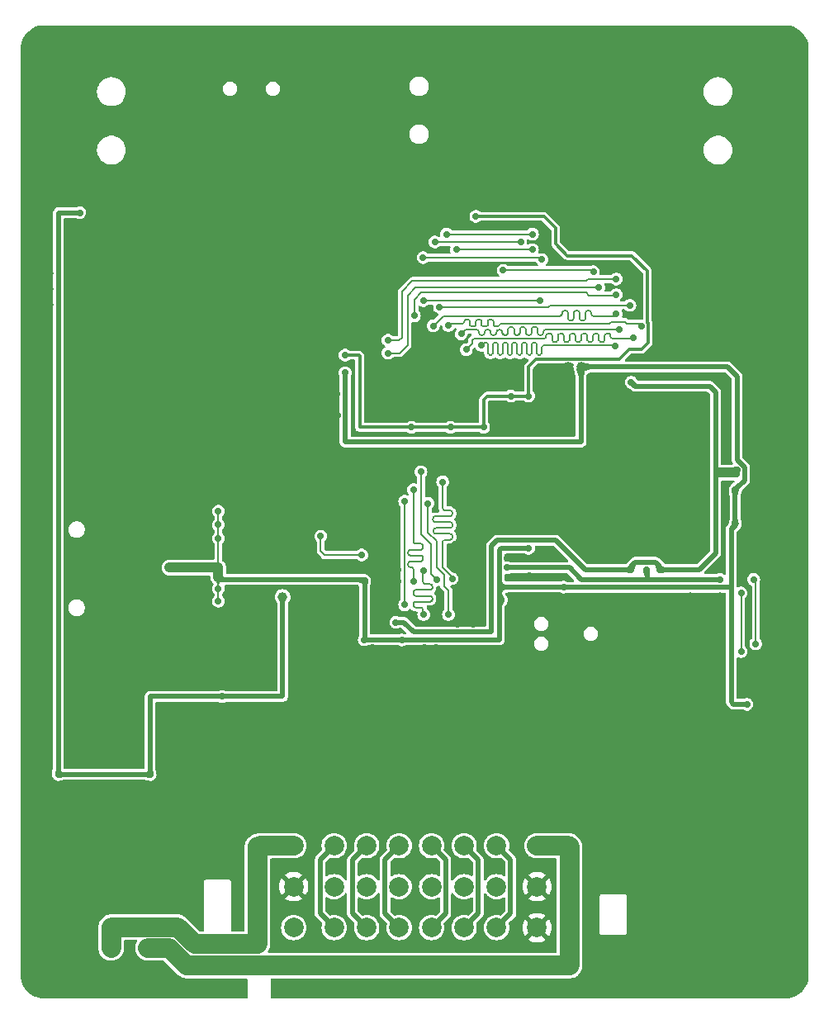
<source format=gbr>
%TF.GenerationSoftware,KiCad,Pcbnew,8.0.1*%
%TF.CreationDate,2024-03-23T09:32:29-06:00*%
%TF.ProjectId,underglow3,756e6465-7267-46c6-9f77-332e6b696361,rev?*%
%TF.SameCoordinates,Original*%
%TF.FileFunction,Copper,L4,Bot*%
%TF.FilePolarity,Positive*%
%FSLAX46Y46*%
G04 Gerber Fmt 4.6, Leading zero omitted, Abs format (unit mm)*
G04 Created by KiCad (PCBNEW 8.0.1) date 2024-03-23 09:32:29*
%MOMM*%
%LPD*%
G01*
G04 APERTURE LIST*
%TA.AperFunction,ComponentPad*%
%ADD10C,2.000000*%
%TD*%
%TA.AperFunction,ViaPad*%
%ADD11C,0.800000*%
%TD*%
%TA.AperFunction,ViaPad*%
%ADD12C,0.700000*%
%TD*%
%TA.AperFunction,ViaPad*%
%ADD13C,1.000000*%
%TD*%
%TA.AperFunction,Conductor*%
%ADD14C,0.500000*%
%TD*%
%TA.AperFunction,Conductor*%
%ADD15C,0.300000*%
%TD*%
%TA.AperFunction,Conductor*%
%ADD16C,1.000000*%
%TD*%
%TA.AperFunction,Conductor*%
%ADD17C,0.200000*%
%TD*%
%TA.AperFunction,Conductor*%
%ADD18C,2.000000*%
%TD*%
G04 APERTURE END LIST*
D10*
%TO.P,J301,A1*%
%TO.N,/Power/RGB1_OUT*%
X49475000Y12500000D03*
%TO.P,J301,A2*%
%TO.N,/Power/RGB_B1*%
X45325000Y12500000D03*
%TO.P,J301,A3*%
%TO.N,/Power/RGB_G1*%
X41995000Y12500000D03*
%TO.P,J301,A4*%
%TO.N,/Power/RGB_R1*%
X38665000Y12500000D03*
%TO.P,J301,A5*%
%TO.N,/Power/RGB_B2*%
X35335000Y12500000D03*
%TO.P,J301,A6*%
%TO.N,/Power/RGB_G2*%
X32005000Y12500000D03*
%TO.P,J301,A7*%
%TO.N,/Power/RGB_R2*%
X28675000Y12500000D03*
%TO.P,J301,A8*%
%TO.N,/Power/RGB2_OUT*%
X24525000Y12500000D03*
%TO.P,J301,B1*%
%TO.N,GND*%
X49475000Y8300000D03*
%TO.P,J301,B2*%
%TO.N,/Power/CAN_L*%
X45325000Y8300000D03*
%TO.P,J301,B3*%
%TO.N,/Power/CAN_H*%
X41995000Y8300000D03*
%TO.P,J301,B4*%
%TO.N,/Power/PI1*%
X38665000Y8300000D03*
%TO.P,J301,B5*%
%TO.N,/Power/PI2*%
X35335000Y8300000D03*
%TO.P,J301,B6*%
%TO.N,/Power/LEDC_OUT*%
X32005000Y8300000D03*
%TO.P,J301,B7*%
X28675000Y8300000D03*
%TO.P,J301,B8*%
%TO.N,GND*%
X24525000Y8300000D03*
%TO.P,J301,C1*%
X49475000Y4100000D03*
%TO.P,J301,C2*%
%TO.N,/Power/RGB_B1*%
X45325000Y4100000D03*
%TO.P,J301,C3*%
%TO.N,/Power/RGB_G1*%
X41995000Y4100000D03*
%TO.P,J301,C4*%
%TO.N,/Power/RGB_R1*%
X38665000Y4100000D03*
%TO.P,J301,C5*%
%TO.N,/Power/RGB_B2*%
X35335000Y4100000D03*
%TO.P,J301,C6*%
%TO.N,/Power/RGB_G2*%
X32005000Y4100000D03*
%TO.P,J301,C7*%
%TO.N,/Power/RGB_R2*%
X28675000Y4100000D03*
%TO.P,J301,C8*%
%TO.N,/Power/VIN*%
X24525000Y4100000D03*
%TD*%
D11*
%TO.N,GND*%
X5600000Y24800000D03*
X2600000Y24800000D03*
X2600000Y26800000D03*
X5600000Y26800000D03*
D12*
X11600000Y23662499D03*
X39100000Y32800000D03*
X37900000Y32800000D03*
X37500000Y56400000D03*
X41700000Y56400000D03*
D13*
X58200000Y18600000D03*
X58200000Y19800000D03*
X58200000Y12800000D03*
X14200000Y11000000D03*
X65200000Y36600000D03*
X65200000Y38000000D03*
D11*
X16800000Y35000000D03*
X16800000Y33000000D03*
X19800000Y33000000D03*
X19800000Y35000000D03*
X26600000Y92600000D03*
D12*
X49200000Y57600000D03*
D11*
X11800000Y38800000D03*
D12*
X30000000Y74000000D03*
X31200000Y87900000D03*
X20000000Y69800000D03*
X61400000Y38000000D03*
D13*
X6800000Y60000000D03*
D12*
X27300000Y45300000D03*
D13*
X60800000Y52000000D03*
D12*
X17800000Y42700000D03*
D13*
X15200000Y72200000D03*
X17300000Y85200000D03*
X75000000Y75000000D03*
D12*
X35200000Y40800000D03*
X35200000Y56400000D03*
D13*
X32000000Y19800000D03*
D12*
X30200000Y46800000D03*
D13*
X71000000Y1000000D03*
D12*
X200000Y16000000D03*
D13*
X66000000Y6000000D03*
X13200000Y70800000D03*
X13200000Y72200000D03*
X14100000Y85250000D03*
D12*
X6200000Y20800000D03*
X72400000Y49000000D03*
X45400000Y76000000D03*
X57600000Y87900000D03*
X51189795Y35600000D03*
X20000000Y26800000D03*
X44200000Y76000000D03*
D13*
X75000000Y64800000D03*
D12*
X25500000Y24000000D03*
D13*
X6800000Y62200000D03*
D12*
X59000000Y69000000D03*
D13*
X62600000Y48200000D03*
X17200000Y80900000D03*
X19800000Y64600000D03*
D12*
X24800000Y35587522D03*
X46600000Y76000000D03*
X25500000Y85200000D03*
X34500000Y77000000D03*
X41075654Y43446087D03*
X26400000Y41687522D03*
X25500000Y82800000D03*
D13*
X20400000Y19800000D03*
D12*
X33200000Y60200000D03*
X72529795Y54188323D03*
X33000000Y77000000D03*
X31500000Y24000000D03*
D13*
X19800000Y63000000D03*
X-600000Y68000000D03*
D12*
X17400000Y73000000D03*
D13*
X70000000Y64800000D03*
X70000000Y75000000D03*
D12*
X11800000Y43180064D03*
X71200000Y57800000D03*
D13*
X20400000Y18700000D03*
D12*
X44529795Y48550051D03*
X36000000Y72500000D03*
D13*
X70000000Y80000000D03*
X10700000Y80950000D03*
D12*
X31200000Y68000000D03*
X48200000Y57600000D03*
X30000000Y77000000D03*
X67800000Y18400000D03*
X54900000Y38000051D03*
X31500000Y77000000D03*
D13*
X68200000Y36600000D03*
D12*
X36000000Y75500000D03*
X17400000Y69800000D03*
X29800000Y91400000D03*
X2000000Y16000000D03*
X26400000Y35587522D03*
X46200000Y48200000D03*
D13*
X17200000Y83050000D03*
D12*
X43000000Y41600000D03*
X59000000Y38000000D03*
D13*
X15200000Y70800000D03*
X58800000Y48200000D03*
X38200000Y19800000D03*
D12*
X72400000Y51099949D03*
X17600000Y87400000D03*
X36000000Y71000000D03*
D13*
X61000000Y1000000D03*
D12*
X24800000Y41687522D03*
X14850628Y23662499D03*
X59229795Y62500051D03*
X5000000Y20800000D03*
X36000000Y74000000D03*
X28800000Y40800000D03*
D13*
X14000000Y83100000D03*
D12*
X34500000Y67000000D03*
D11*
X54700000Y33100000D03*
D12*
X43200000Y87900000D03*
X7200000Y93200000D03*
D13*
X44300000Y18700000D03*
X44200000Y61600000D03*
X66000000Y1000000D03*
D12*
X44529795Y44300051D03*
X20000000Y68600000D03*
X35200000Y39600000D03*
X6200000Y16600000D03*
X29000000Y56600000D03*
X22600000Y25000000D03*
D13*
X38200000Y18700000D03*
X44300000Y19800000D03*
X70000000Y70000000D03*
D12*
X58975000Y66750000D03*
D13*
X3800000Y60000000D03*
X61000000Y6000000D03*
D12*
X33000000Y67000000D03*
X42900000Y35200000D03*
X35000000Y72000000D03*
D13*
X50200000Y18700000D03*
D12*
X60129795Y62500051D03*
D13*
X14200000Y14700000D03*
D12*
X22000000Y41000000D03*
X64400000Y18400000D03*
X14250628Y26662499D03*
X31200000Y70000000D03*
X71429795Y44600051D03*
X31200000Y71000000D03*
X3800000Y20800000D03*
X31200000Y69000000D03*
X11400000Y93200000D03*
D13*
X9800000Y60000000D03*
D12*
X30000000Y75500000D03*
D13*
X45600000Y61600000D03*
D12*
X46400000Y42000000D03*
X57000000Y24000000D03*
D13*
X60800000Y48200000D03*
X52629795Y61600000D03*
D12*
X31600000Y64400000D03*
X47800000Y76000000D03*
D13*
X9400000Y41000000D03*
D12*
X72200000Y27000000D03*
X31000000Y40800000D03*
X71429795Y43600051D03*
X43500000Y24000000D03*
X17400000Y70700000D03*
X62400000Y38000000D03*
X37400000Y87900000D03*
X31200000Y67000000D03*
X58975000Y70600000D03*
D13*
X6000000Y86800000D03*
D12*
X48650000Y40200000D03*
D13*
X62600000Y50100000D03*
X10700000Y83100000D03*
X26300000Y18700000D03*
X45600000Y60200000D03*
X68000000Y86800000D03*
D12*
X28979998Y58800000D03*
D13*
X60800000Y33200000D03*
D12*
X26200000Y45300000D03*
D13*
X60800000Y30600000D03*
X50200000Y19800000D03*
X10800000Y85250000D03*
X15600000Y19800000D03*
X60800000Y50100000D03*
D12*
X73400000Y18000000D03*
X32600000Y32800000D03*
D13*
X32000000Y18700000D03*
X75000000Y70000000D03*
X-600000Y71200000D03*
X58800000Y30600000D03*
X74600000Y36600000D03*
X71000000Y6000000D03*
D12*
X44172170Y71200000D03*
D13*
X62600000Y52000000D03*
X15800000Y76600000D03*
D12*
X31200000Y72000000D03*
X30000000Y72500000D03*
X59849975Y35000000D03*
D13*
X58800000Y33200000D03*
D12*
X41300000Y35200000D03*
X68300000Y41600000D03*
X48649795Y45300051D03*
X34800000Y49800000D03*
D13*
X14000000Y80950000D03*
X75000000Y80000000D03*
D12*
X3800000Y16600000D03*
X37500000Y24000000D03*
D13*
X35400000Y91400000D03*
X58800000Y52000000D03*
X9800000Y62200000D03*
D12*
X49500000Y24000000D03*
D13*
X58800000Y50100000D03*
X74600000Y33200000D03*
X33000000Y92600000D03*
D12*
X18000000Y93200000D03*
D13*
X26300000Y19800000D03*
D12*
X57600000Y82800000D03*
D13*
X68200000Y38000000D03*
X44200000Y60200000D03*
X-600000Y69600000D03*
X9400000Y43200000D03*
X3800000Y62200000D03*
D12*
X36000000Y77000000D03*
X17650628Y25062499D03*
D13*
X15800000Y77800000D03*
D12*
X43200000Y82800000D03*
%TO.N,+3V3*%
X31800000Y39690001D03*
X16800000Y37570064D03*
D13*
X54000000Y61600000D03*
D12*
X11800000Y41000000D03*
X16800000Y40030064D03*
X45829795Y37700051D03*
X16800000Y46800000D03*
X48600000Y42992051D03*
X69800000Y45400000D03*
X29800000Y61000000D03*
X16800000Y45400000D03*
X52200000Y39000000D03*
X16800000Y38850064D03*
X69800000Y49000000D03*
X71000000Y27000000D03*
X31754033Y33617275D03*
X45829795Y39030051D03*
X16800000Y44000000D03*
X35600000Y33600000D03*
%TO.N,+0v9*%
X59129795Y60020181D03*
X62100000Y40800000D03*
X35000000Y35400000D03*
X59129795Y40800051D03*
X70000000Y51000000D03*
%TO.N,/Application/VCC_DRAM*%
X46400000Y41000000D03*
X68200000Y39800000D03*
X60700000Y40800000D03*
%TO.N,/RL-SM02BD-8723BS/VDD_WIFI*%
X29800000Y62800000D03*
X40600000Y55400000D03*
X46800000Y58600000D03*
X48600000Y58600000D03*
X36600000Y55400000D03*
X44000000Y55400000D03*
X43200000Y77019998D03*
%TO.N,+5V*%
X17200000Y27800000D03*
X9800000Y19800000D03*
D13*
X23400000Y38000000D03*
D12*
X2587501Y77400000D03*
X27300000Y44237518D03*
X400000Y19800000D03*
X31500000Y42300000D03*
D13*
%TO.N,/Power/RGB1_OUT*%
X9600000Y2000000D03*
%TO.N,/Power/RGB2_OUT*%
X5800000Y2000000D03*
D12*
%TO.N,/Application/SPI0_MISO*%
X35900000Y47800000D03*
X35900000Y37200000D03*
%TO.N,/Application/SPI0_MOSI*%
X40775000Y39875000D03*
X39800203Y49799949D03*
%TO.N,/Application/WIFI_CLK*%
X57925000Y65400000D03*
X41700000Y64975000D03*
%TO.N,/Power/PI1_DIV*%
X71700000Y39800000D03*
X71900000Y33200000D03*
%TO.N,/Power/PI2_DIV*%
X70400000Y38400000D03*
X70400000Y32400000D03*
%TO.N,/Application/WL_REG_ON*%
X57600000Y69000000D03*
X36900000Y66825000D03*
%TO.N,/Application/WIFI_CMD*%
X40400000Y65825000D03*
X60200000Y65800000D03*
%TO.N,/Application/WIFI_DAT0*%
X42225000Y63350000D03*
X59369143Y64600000D03*
%TO.N,/Application/WIFI_DAT1*%
X43794237Y63800000D03*
X57500000Y63700000D03*
%TO.N,/Application/WIFI_DAT2*%
X39475000Y67700000D03*
X59000000Y67900000D03*
%TO.N,/Application/WIFI_DAT3*%
X38850000Y65800000D03*
X57600000Y67000000D03*
%TO.N,/Application/BT_EN*%
X55250000Y71350000D03*
X46000000Y71500000D03*
%TO.N,/Application/HCI_CTS*%
X37800000Y72800000D03*
X49975735Y72600000D03*
%TO.N,/Application/AP_WAKE_BT*%
X57600000Y70600000D03*
X34200000Y64325003D03*
%TO.N,/Application/SPI0_CS0*%
X38300000Y47600000D03*
X40400000Y36200000D03*
%TO.N,/Application/SPI0_CLK*%
X37859795Y36200000D03*
X37853429Y40700051D03*
%TO.N,/Application/SPI0_WP*%
X36800000Y49000000D03*
X36800000Y39600000D03*
%TO.N,/Application/SPI0_HLD*%
X39225000Y39775000D03*
X37575000Y50825000D03*
%TO.N,/Application/WL_WAKE_AP*%
X49800000Y68350000D03*
X37807565Y68400000D03*
%TO.N,/Application/BT_WAKE_AP*%
X55800000Y69700000D03*
X34200000Y63000000D03*
%TO.N,/Application/HCI_RX*%
X47800000Y74400000D03*
X39000000Y74400000D03*
%TO.N,/Application/HCI_TX*%
X49000000Y75200000D03*
X40200000Y75200000D03*
%TO.N,/Application/HCI_RTS*%
X41200000Y73600000D03*
X49000000Y73600000D03*
%TD*%
D14*
%TO.N,+3V3*%
X29800000Y53900000D02*
X54000000Y53900000D01*
X29800000Y61000000D02*
X29800000Y53900000D01*
X54000000Y53900000D02*
X54000000Y61600000D01*
D15*
%TO.N,/RL-SM02BD-8723BS/VDD_WIFI*%
X31300000Y62700000D02*
X31300000Y55400000D01*
X31200000Y62800000D02*
X31300000Y62700000D01*
X29800000Y62800000D02*
X31200000Y62800000D01*
X31300000Y55400000D02*
X36600000Y55400000D01*
X44400000Y58600000D02*
X44000000Y58200000D01*
X46800000Y58600000D02*
X44400000Y58600000D01*
X48600000Y58600000D02*
X46800000Y58600000D01*
X44000000Y58200000D02*
X44000000Y55400000D01*
D16*
%TO.N,+3V3*%
X11800000Y41000000D02*
X16800000Y41000000D01*
X16800000Y41000000D02*
X16800000Y40030064D01*
D14*
X17030064Y39800000D02*
X16800000Y40030064D01*
X45600000Y33600000D02*
X45600000Y37929846D01*
X31690001Y39800000D02*
X17030064Y39800000D01*
X54000000Y61600000D02*
X69000000Y61600000D01*
X70750000Y51310661D02*
X70750000Y49950000D01*
X69600000Y27000000D02*
X69400000Y27200000D01*
X70000000Y52060661D02*
X70750000Y51310661D01*
X31800000Y39690001D02*
X31800000Y33663242D01*
X69800000Y45400000D02*
X69800000Y49000000D01*
X52200000Y39000000D02*
X69400000Y39000000D01*
X71000000Y27000000D02*
X69600000Y27000000D01*
D17*
X16800000Y40030064D02*
X16800000Y37570064D01*
D14*
X69400000Y27200000D02*
X69400000Y39000000D01*
X45650000Y39209846D02*
X45600000Y39259846D01*
X31800000Y33663242D02*
X31754033Y33617275D01*
X35600000Y33600000D02*
X45600000Y33600000D01*
X52169949Y39030051D02*
X52200000Y39000000D01*
X45650000Y39209846D02*
X45600000Y39159846D01*
X70750000Y49950000D02*
X69800000Y49000000D01*
D17*
X16800000Y46800000D02*
X16800000Y44000000D01*
D14*
X69400000Y39000000D02*
X69400000Y45000000D01*
X45600000Y42784102D02*
X45807949Y42992051D01*
X45600000Y37929846D02*
X45829795Y37700051D01*
X45829795Y39030051D02*
X45650000Y39209846D01*
D17*
X16800000Y44000000D02*
X16800000Y40030064D01*
D14*
X31800000Y39690001D02*
X31690001Y39800000D01*
X31754033Y33617275D02*
X35582725Y33617275D01*
X69400000Y45000000D02*
X69800000Y45400000D01*
X45600000Y39159846D02*
X45600000Y37929846D01*
X70000000Y60600000D02*
X70000000Y52060661D01*
X45600000Y39259846D02*
X45600000Y42784102D01*
X45807949Y42992051D02*
X48600000Y42992051D01*
X35582725Y33617275D02*
X35600000Y33600000D01*
X45829795Y39030051D02*
X52169949Y39030051D01*
X69000000Y61600000D02*
X70000000Y60600000D01*
%TO.N,+0v9*%
X68100000Y50500000D02*
X70000000Y50500000D01*
X68000000Y51000000D02*
X70000000Y51000000D01*
X51400000Y43800000D02*
X54399949Y40800051D01*
X66100000Y40800000D02*
X67800000Y42500000D01*
X35000000Y35400000D02*
X35800000Y35400000D01*
X35800000Y35400000D02*
X36800000Y34400000D01*
X44800000Y34400000D02*
X44800000Y43200000D01*
X67200000Y59600000D02*
X59549976Y59600000D01*
X67800000Y50800000D02*
X67800000Y59000000D01*
X61650000Y41550000D02*
X62100000Y41100000D01*
X59129795Y40800051D02*
X59129795Y41129795D01*
X44800000Y43200000D02*
X45400000Y43800000D01*
X67800000Y59000000D02*
X67200000Y59600000D01*
X36800000Y34400000D02*
X44800000Y34400000D01*
X62100000Y40800000D02*
X66100000Y40800000D01*
X67800000Y50800000D02*
X68100000Y50500000D01*
X62100000Y41100000D02*
X62100000Y40800000D01*
X59550000Y41550000D02*
X61650000Y41550000D01*
X59549976Y59600000D02*
X59129795Y60020181D01*
X54399949Y40800051D02*
X59129795Y40800051D01*
X67800000Y50800000D02*
X68000000Y51000000D01*
X70000000Y50500000D02*
X70000000Y51000000D01*
X45400000Y43800000D02*
X51400000Y43800000D01*
X67800000Y42500000D02*
X67800000Y50800000D01*
X59129795Y41129795D02*
X59550000Y41550000D01*
%TO.N,/Application/VCC_DRAM*%
X60800000Y39800000D02*
X60800000Y40700000D01*
X46400000Y41000000D02*
X52800000Y41000000D01*
X52800000Y41000000D02*
X54000000Y39800000D01*
X54000000Y39800000D02*
X68200000Y39800000D01*
X60800000Y40700000D02*
X60700000Y40800000D01*
D15*
%TO.N,/RL-SM02BD-8723BS/VDD_WIFI*%
X60850000Y66069239D02*
X60850000Y64050000D01*
X50180002Y77019998D02*
X51400000Y75800000D01*
X60800000Y71400000D02*
X60800000Y66119239D01*
X60800000Y66119239D02*
X60850000Y66069239D01*
X49400000Y62400000D02*
X48600000Y61600000D01*
X43200000Y77019998D02*
X50180002Y77019998D01*
X60850000Y64050000D02*
X60200000Y63400000D01*
X36600000Y55400000D02*
X44000000Y55400000D01*
X60200000Y63400000D02*
X58905252Y63400000D01*
X59200000Y73000000D02*
X60800000Y71400000D01*
X51400000Y75800000D02*
X51400000Y74200000D01*
X58905252Y63400000D02*
X57905252Y62400000D01*
X52600000Y73000000D02*
X59200000Y73000000D01*
X57905252Y62400000D02*
X49400000Y62400000D01*
X48600000Y61600000D02*
X48600000Y58600000D01*
X51400000Y74200000D02*
X52600000Y73000000D01*
D14*
%TO.N,+5V*%
X400000Y77400000D02*
X2587501Y77400000D01*
X17200000Y27800000D02*
X23400000Y27800000D01*
X9800000Y19800000D02*
X9800000Y27800000D01*
D17*
X27700000Y42300000D02*
X27300000Y42700000D01*
D14*
X400000Y19800000D02*
X400000Y77400000D01*
X400000Y19800000D02*
X9800000Y19800000D01*
D17*
X27300000Y42700000D02*
X27300000Y44237518D01*
D14*
X9800000Y27800000D02*
X17200000Y27800000D01*
D17*
X31500000Y42300000D02*
X27700000Y42300000D01*
D14*
X23400000Y27800000D02*
X23400000Y38000000D01*
D18*
%TO.N,/Power/RGB1_OUT*%
X13559440Y200000D02*
X52800000Y200000D01*
X52700000Y12500000D02*
X52800000Y12400000D01*
X49475000Y12500000D02*
X52700000Y12500000D01*
X11759440Y2000000D02*
X13559440Y200000D01*
X9600000Y2000000D02*
X11759440Y2000000D01*
X52800000Y200000D02*
X52800000Y12400000D01*
%TO.N,/Power/RGB2_OUT*%
X14400000Y2400000D02*
X20800000Y2400000D01*
X20800000Y2400000D02*
X20800000Y12400000D01*
X5800000Y4150000D02*
X12650000Y4150000D01*
X5800000Y2000000D02*
X5800000Y4150000D01*
X21100000Y12500000D02*
X24525000Y12500000D01*
X12650000Y4150000D02*
X14400000Y2400000D01*
X20800000Y12400000D02*
X21000000Y12400000D01*
X21000000Y12400000D02*
X21100000Y12500000D01*
D14*
%TO.N,/Power/RGB_R1*%
X40115000Y11050000D02*
X40115000Y5550000D01*
X40115000Y5550000D02*
X38665000Y4100000D01*
X38665000Y12500000D02*
X40115000Y11050000D01*
%TO.N,/Power/RGB_G1*%
X41995000Y12500000D02*
X43445000Y11050000D01*
X43445000Y5550000D02*
X41995000Y4100000D01*
X43445000Y11050000D02*
X43445000Y5550000D01*
%TO.N,/Power/RGB_B1*%
X45325000Y12500000D02*
X46775000Y11050000D01*
X46775000Y5550000D02*
X45325000Y4100000D01*
X46775000Y11050000D02*
X46775000Y5550000D01*
%TO.N,/Power/RGB_R2*%
X27225000Y11050000D02*
X27225000Y5550000D01*
X27225000Y5550000D02*
X28675000Y4100000D01*
X28675000Y12500000D02*
X27225000Y11050000D01*
%TO.N,/Power/RGB_G2*%
X32005000Y12500000D02*
X30555000Y11050000D01*
X30555000Y5550000D02*
X32005000Y4100000D01*
X30555000Y11050000D02*
X30555000Y5550000D01*
%TO.N,/Power/RGB_B2*%
X35335000Y12500000D02*
X33885000Y11050000D01*
X33885000Y11050000D02*
X33885000Y5550000D01*
X33885000Y5550000D02*
X35335000Y4100000D01*
D17*
%TO.N,/Application/SPI0_MISO*%
X35900000Y37200000D02*
X35900000Y47800000D01*
%TO.N,/Application/SPI0_MOSI*%
X40800000Y45429004D02*
X40800000Y45309004D01*
X39800000Y49799746D02*
X39800000Y47109004D01*
X40800000Y44229004D02*
X40800000Y44109004D01*
X39040000Y45669004D02*
X40560000Y45669004D01*
X39090000Y44469004D02*
X40560000Y44469004D01*
X40560000Y43869004D02*
X40040000Y43869004D01*
X39800203Y49799949D02*
X39800000Y49799746D01*
X39040000Y46269004D02*
X40560000Y46269004D01*
X40040000Y46869004D02*
X40560000Y46869004D01*
X40800000Y46629004D02*
X40800000Y46509004D01*
X39090000Y45069004D02*
X40560000Y45069004D01*
X39800000Y41025000D02*
X39800000Y43629004D01*
X38850000Y44829004D02*
X38850000Y44709004D01*
X38800000Y46029004D02*
X38800000Y45909004D01*
X40775000Y39875000D02*
X40775000Y40050000D01*
X40775000Y40050000D02*
X39800000Y41025000D01*
X40800000Y44109004D02*
G75*
G02*
X40560000Y43868954I-240000J-50D01*
G01*
X38800000Y45909004D02*
G75*
G03*
X39040000Y45668954I240000J-50D01*
G01*
X39040000Y46269004D02*
G75*
G03*
X38800050Y46029004I0J-239950D01*
G01*
X40800000Y45309004D02*
G75*
G02*
X40560000Y45068954I-240000J-50D01*
G01*
X40040000Y43869004D02*
G75*
G03*
X39800050Y43629004I0J-239950D01*
G01*
X40560000Y46869004D02*
G75*
G02*
X40799950Y46629004I0J-239950D01*
G01*
X39800000Y47109004D02*
G75*
G03*
X40040000Y46868954I240000J-50D01*
G01*
X40560000Y45669004D02*
G75*
G02*
X40799950Y45429004I0J-239950D01*
G01*
X40800000Y46509004D02*
G75*
G02*
X40560000Y46268954I-240000J-50D01*
G01*
X40560000Y44469004D02*
G75*
G02*
X40799950Y44229004I0J-239950D01*
G01*
X38850000Y44709004D02*
G75*
G03*
X39090000Y44468954I240000J-50D01*
G01*
X39090000Y45069004D02*
G75*
G03*
X38850050Y44829004I0J-239950D01*
G01*
%TO.N,/Application/WIFI_CLK*%
X48191462Y65650000D02*
X47841462Y65650000D01*
X47476462Y64850000D02*
X47356462Y64850000D01*
X45316462Y65160000D02*
X45316462Y65090000D01*
X42125000Y65400000D02*
X43276462Y65400000D01*
X57925000Y65400000D02*
X50356462Y65400000D01*
X47116462Y65090000D02*
X47116462Y65525000D01*
X50116462Y65160000D02*
X50116462Y65090000D01*
X48916462Y65525000D02*
X48916462Y65090000D01*
X46276462Y64850000D02*
X46156462Y64850000D01*
X48316462Y65090000D02*
X48316462Y65525000D01*
X44116462Y65160000D02*
X44116462Y65090000D01*
X45916462Y65090000D02*
X45916462Y65160000D01*
X47716462Y65525000D02*
X47716462Y65090000D01*
X46991462Y65650000D02*
X46641462Y65650000D01*
X49516462Y65160000D02*
X49516462Y65525000D01*
X49876462Y64850000D02*
X49756462Y64850000D01*
X46516462Y65525000D02*
X46516462Y65090000D01*
X49391462Y65650000D02*
X49041462Y65650000D01*
X45076462Y64850000D02*
X44956462Y64850000D01*
X44476462Y65400000D02*
X44356462Y65400000D01*
X41700000Y64975000D02*
X42125000Y65400000D01*
X43876462Y64850000D02*
X43756462Y64850000D01*
X48676462Y64850000D02*
X48556462Y64850000D01*
X45676462Y65400000D02*
X45556462Y65400000D01*
X44716462Y65090000D02*
X44716462Y65160000D01*
X43516462Y65090000D02*
X43516462Y65160000D01*
X49516462Y65090000D02*
X49516462Y65160000D01*
X49756462Y64850000D02*
G75*
G02*
X49516546Y65090000I38J239954D01*
G01*
X48556462Y64850000D02*
G75*
G02*
X48316546Y65090000I38J239954D01*
G01*
X49041462Y65650000D02*
G75*
G03*
X48916454Y65525000I38J-125046D01*
G01*
X44356462Y65400000D02*
G75*
G03*
X44116454Y65160000I38J-240046D01*
G01*
X45556462Y65400000D02*
G75*
G03*
X45316454Y65160000I38J-240046D01*
G01*
X48316462Y65525000D02*
G75*
G03*
X48191462Y65649916I-124962J-46D01*
G01*
X44116462Y65090000D02*
G75*
G02*
X43876462Y64849992I-239962J-46D01*
G01*
X45916462Y65160000D02*
G75*
G03*
X45676462Y65399916I-239962J-46D01*
G01*
X46641462Y65650000D02*
G75*
G03*
X46516454Y65525000I38J-125046D01*
G01*
X46516462Y65090000D02*
G75*
G02*
X46276462Y64849992I-239962J-46D01*
G01*
X43516462Y65160000D02*
G75*
G03*
X43276462Y65399916I-239962J-46D01*
G01*
X47841462Y65650000D02*
G75*
G03*
X47716454Y65525000I38J-125046D01*
G01*
X47356462Y64850000D02*
G75*
G02*
X47116546Y65090000I38J239954D01*
G01*
X43756462Y64850000D02*
G75*
G02*
X43516546Y65090000I38J239954D01*
G01*
X50116462Y65090000D02*
G75*
G02*
X49876462Y64849992I-239962J-46D01*
G01*
X49516462Y65525000D02*
G75*
G03*
X49391462Y65649916I-124962J-46D01*
G01*
X50356462Y65400000D02*
G75*
G03*
X50116454Y65160000I38J-240046D01*
G01*
X44716462Y65160000D02*
G75*
G03*
X44476462Y65399916I-239962J-46D01*
G01*
X45316462Y65090000D02*
G75*
G02*
X45076462Y64849992I-239962J-46D01*
G01*
X46156462Y64850000D02*
G75*
G02*
X45916546Y65090000I38J239954D01*
G01*
X48916462Y65090000D02*
G75*
G02*
X48676462Y64849992I-239962J-46D01*
G01*
X47716462Y65090000D02*
G75*
G02*
X47476462Y64849992I-239962J-46D01*
G01*
X44956462Y64850000D02*
G75*
G02*
X44716546Y65090000I38J239954D01*
G01*
X47116462Y65525000D02*
G75*
G03*
X46991462Y65649916I-124962J-46D01*
G01*
%TO.N,/Power/PI1_DIV*%
X71700000Y39800000D02*
X71900000Y39600000D01*
X71900000Y39600000D02*
X71900000Y33200000D01*
%TO.N,/Power/PI2_DIV*%
X70400000Y32400000D02*
X70400000Y38400000D01*
%TO.N,/Application/WL_REG_ON*%
X36900000Y68500000D02*
X36900000Y66825000D01*
X57600000Y69000000D02*
X57500000Y68900000D01*
X54500000Y69200000D02*
X37600000Y69200000D01*
X54800000Y68900000D02*
X54500000Y69200000D01*
X57500000Y68900000D02*
X54800000Y68900000D01*
X37600000Y69200000D02*
X36900000Y68500000D01*
%TO.N,/Application/WIFI_CMD*%
X42232873Y66450000D02*
X42382873Y66450000D01*
X44632873Y66450000D02*
X44782873Y66450000D01*
X58500000Y66200000D02*
X57100000Y66200000D01*
X40575000Y66000000D02*
X41782873Y66000000D01*
X42607873Y66225000D02*
X42607873Y65875000D01*
X58700000Y66000000D02*
X58500000Y66200000D01*
X43432873Y66450000D02*
X43582873Y66450000D01*
X45007873Y66225000D02*
X45007873Y65875000D01*
X42732873Y65750000D02*
X43082873Y65750000D01*
X56900000Y66000000D02*
X45732873Y66000000D01*
X57100000Y66200000D02*
X56900000Y66000000D01*
X43207873Y65875000D02*
X43207873Y66225000D01*
X43932873Y65750000D02*
X44282873Y65750000D01*
X60200000Y65800000D02*
X60000000Y66000000D01*
X43807873Y66225000D02*
X43807873Y65875000D01*
X44407873Y65875000D02*
X44407873Y66225000D01*
X40400000Y65825000D02*
X40575000Y66000000D01*
X45132873Y65750000D02*
X45482873Y65750000D01*
X60000000Y66000000D02*
X58700000Y66000000D01*
X43807873Y65875000D02*
G75*
G03*
X43932873Y65749927I125027J-46D01*
G01*
X42382873Y66450000D02*
G75*
G02*
X42607946Y66225000I27J-225046D01*
G01*
X41782873Y66000000D02*
G75*
G03*
X42007854Y66225000I27J224954D01*
G01*
X43207873Y66225000D02*
G75*
G02*
X43432873Y66449981I225027J-46D01*
G01*
X43582873Y66450000D02*
G75*
G02*
X43807946Y66225000I27J-225046D01*
G01*
X45607873Y65875000D02*
G75*
G02*
X45732873Y65999981I125027J-46D01*
G01*
X45482873Y65750000D02*
G75*
G03*
X45607854Y65875000I27J124954D01*
G01*
X45007873Y65875000D02*
G75*
G03*
X45132873Y65749927I125027J-46D01*
G01*
X42607873Y65875000D02*
G75*
G03*
X42732873Y65749927I125027J-46D01*
G01*
X44407873Y66225000D02*
G75*
G02*
X44632873Y66449981I225027J-46D01*
G01*
X43082873Y65750000D02*
G75*
G03*
X43207854Y65875000I27J124954D01*
G01*
X44782873Y66450000D02*
G75*
G02*
X45007946Y66225000I27J-225046D01*
G01*
X42007873Y66225000D02*
G75*
G02*
X42232873Y66449981I225027J-46D01*
G01*
X44282873Y65750000D02*
G75*
G03*
X44407854Y65875000I27J124954D01*
G01*
%TO.N,/Application/WIFI_DAT0*%
X51610000Y64787879D02*
X51610000Y64327879D01*
X42825000Y63950000D02*
X42225000Y63350000D01*
X55210000Y64787879D02*
X55210000Y64327879D01*
X53170000Y65027879D02*
X53050000Y65027879D01*
X55060000Y64177879D02*
X54760000Y64177879D01*
X54370000Y65027879D02*
X54250000Y65027879D01*
X56770000Y65027879D02*
X56650000Y65027879D01*
X59369143Y64600000D02*
X59269143Y64500000D01*
X51010000Y64327879D02*
X51010000Y64787879D01*
X52660000Y64177879D02*
X52360000Y64177879D01*
X57010000Y64717879D02*
X57010000Y64787879D01*
X55810000Y64327879D02*
X55810000Y64787879D01*
X51970000Y65027879D02*
X51850000Y65027879D01*
X55570000Y65027879D02*
X55450000Y65027879D01*
X51460000Y64177879D02*
X51160000Y64177879D01*
X50770000Y65027879D02*
X50650000Y65027879D01*
X59269143Y64500000D02*
X57272121Y64500000D01*
X42825000Y64300000D02*
X42825000Y63950000D01*
X54010000Y64787879D02*
X54010000Y64327879D01*
X52210000Y64327879D02*
X52210000Y64787879D01*
X56410000Y64787879D02*
X56410000Y64717879D01*
X53410000Y64327879D02*
X53410000Y64787879D01*
X43002879Y64477879D02*
X42825000Y64300000D01*
X50410000Y64787879D02*
X50410000Y64717879D01*
X53860000Y64177879D02*
X53560000Y64177879D01*
X56410000Y64717879D02*
X56410000Y64327879D01*
X54610000Y64327879D02*
X54610000Y64787879D01*
X56260000Y64177879D02*
X55960000Y64177879D01*
X43002879Y64477879D02*
X50170000Y64477879D01*
X57272121Y64500000D02*
X57250000Y64477879D01*
X52810000Y64787879D02*
X52810000Y64327879D01*
X54760000Y64177879D02*
G75*
G02*
X54610025Y64327879I0J149975D01*
G01*
X52810000Y64327879D02*
G75*
G02*
X52660000Y64177854I-150000J-25D01*
G01*
X53560000Y64177879D02*
G75*
G02*
X53410025Y64327879I0J149975D01*
G01*
X52360000Y64177879D02*
G75*
G02*
X52210025Y64327879I0J149975D01*
G01*
X52210000Y64787879D02*
G75*
G03*
X51970000Y65027854I-240000J-25D01*
G01*
X55450000Y65027879D02*
G75*
G03*
X55209975Y64787879I0J-240025D01*
G01*
X51850000Y65027879D02*
G75*
G03*
X51609975Y64787879I0J-240025D01*
G01*
X57250000Y64477879D02*
G75*
G02*
X57010025Y64717879I0J239975D01*
G01*
X57010000Y64787879D02*
G75*
G03*
X56770000Y65027854I-240000J-25D01*
G01*
X51010000Y64787879D02*
G75*
G03*
X50770000Y65027854I-240000J-25D01*
G01*
X55960000Y64177879D02*
G75*
G02*
X55810025Y64327879I0J149975D01*
G01*
X51610000Y64327879D02*
G75*
G02*
X51460000Y64177854I-150000J-25D01*
G01*
X56650000Y65027879D02*
G75*
G03*
X56409975Y64787879I0J-240025D01*
G01*
X50410000Y64717879D02*
G75*
G02*
X50170000Y64477854I-240000J-25D01*
G01*
X51160000Y64177879D02*
G75*
G02*
X51010025Y64327879I0J149975D01*
G01*
X54010000Y64327879D02*
G75*
G02*
X53860000Y64177854I-150000J-25D01*
G01*
X53050000Y65027879D02*
G75*
G03*
X52809975Y64787879I0J-240025D01*
G01*
X50650000Y65027879D02*
G75*
G03*
X50409975Y64787879I0J-240025D01*
G01*
X54610000Y64787879D02*
G75*
G03*
X54370000Y65027854I-240000J-25D01*
G01*
X55810000Y64787879D02*
G75*
G03*
X55570000Y65027854I-240000J-25D01*
G01*
X54250000Y65027879D02*
G75*
G03*
X54009975Y64787879I0J-240025D01*
G01*
X56410000Y64327879D02*
G75*
G02*
X56260000Y64177854I-150000J-25D01*
G01*
X55210000Y64327879D02*
G75*
G02*
X55060000Y64177854I-150000J-25D01*
G01*
X53410000Y64787879D02*
G75*
G03*
X53170000Y65027854I-240000J-25D01*
G01*
%TO.N,/Application/WIFI_DAT1*%
X57400000Y63800000D02*
X50244237Y63800000D01*
X49094237Y64100000D02*
X49294237Y64100000D01*
X47444237Y63950000D02*
X47444237Y63000000D01*
X46094237Y64100000D02*
X46294237Y64100000D01*
X44944237Y63000000D02*
X44944237Y63950000D01*
X57500000Y63700000D02*
X57400000Y63800000D01*
X47644237Y62800000D02*
X47744237Y62800000D01*
X46644237Y62800000D02*
X46744237Y62800000D01*
X46944237Y63000000D02*
X46944237Y63950000D01*
X48094237Y64100000D02*
X48294237Y64100000D01*
X49944237Y63000000D02*
X49944237Y63600000D01*
X50144237Y63800000D02*
X50244237Y63800000D01*
X48444237Y63950000D02*
X48444237Y63000000D01*
X45094237Y64100000D02*
X45294237Y64100000D01*
X47094237Y64100000D02*
X47294237Y64100000D01*
X47944237Y63000000D02*
X47944237Y63950000D01*
X49444237Y63950000D02*
X49444237Y63000000D01*
X49644237Y62800000D02*
X49744237Y62800000D01*
X45944237Y63000000D02*
X45944237Y63950000D01*
X48944237Y63000000D02*
X48944237Y63950000D01*
X46444237Y63950000D02*
X46444237Y63000000D01*
X45444237Y63950000D02*
X45444237Y63000000D01*
X45644237Y62800000D02*
X45744237Y62800000D01*
X44444237Y63950000D02*
X44444237Y63000000D01*
X44094237Y64100000D02*
X44294237Y64100000D01*
X44644237Y62800000D02*
X44744237Y62800000D01*
X48644237Y62800000D02*
X48744237Y62800000D01*
X45744237Y62800000D02*
G75*
G03*
X45944154Y63000000I-37J199954D01*
G01*
X47744237Y62800000D02*
G75*
G03*
X47944154Y63000000I-37J199954D01*
G01*
X49444237Y63000000D02*
G75*
G03*
X49644237Y62799991I199963J-46D01*
G01*
X45444237Y63000000D02*
G75*
G03*
X45644237Y62799991I199963J-46D01*
G01*
X49944237Y63600000D02*
G75*
G02*
X50144237Y63799917I199963J-46D01*
G01*
X46294237Y64100000D02*
G75*
G02*
X46444246Y63950000I-37J-150046D01*
G01*
X43794237Y63800000D02*
G75*
G03*
X43944154Y63950000I-37J149954D01*
G01*
X44294237Y64100000D02*
G75*
G02*
X44444246Y63950000I-37J-150046D01*
G01*
X46744237Y62800000D02*
G75*
G03*
X46944154Y63000000I-37J199954D01*
G01*
X48294237Y64100000D02*
G75*
G02*
X48444246Y63950000I-37J-150046D01*
G01*
X46444237Y63000000D02*
G75*
G03*
X46644237Y62799991I199963J-46D01*
G01*
X45294237Y64100000D02*
G75*
G02*
X45444246Y63950000I-37J-150046D01*
G01*
X49744237Y62800000D02*
G75*
G03*
X49944154Y63000000I-37J199954D01*
G01*
X48944237Y63950000D02*
G75*
G02*
X49094237Y64099917I149963J-46D01*
G01*
X48744237Y62800000D02*
G75*
G03*
X48944154Y63000000I-37J199954D01*
G01*
X44444237Y63000000D02*
G75*
G03*
X44644237Y62799991I199963J-46D01*
G01*
X44944237Y63950000D02*
G75*
G02*
X45094237Y64099917I149963J-46D01*
G01*
X48444237Y63000000D02*
G75*
G03*
X48644237Y62799991I199963J-46D01*
G01*
X44744237Y62800000D02*
G75*
G03*
X44944154Y63000000I-37J199954D01*
G01*
X46944237Y63950000D02*
G75*
G02*
X47094237Y64099917I149963J-46D01*
G01*
X47294237Y64100000D02*
G75*
G02*
X47444246Y63950000I-37J-150046D01*
G01*
X43944237Y63950000D02*
G75*
G02*
X44094237Y64099917I149963J-46D01*
G01*
X49294237Y64100000D02*
G75*
G02*
X49444246Y63950000I-37J-150046D01*
G01*
X47444237Y63000000D02*
G75*
G03*
X47644237Y62799991I199963J-46D01*
G01*
X45944237Y63950000D02*
G75*
G02*
X46094237Y64099917I149963J-46D01*
G01*
X47944237Y63950000D02*
G75*
G02*
X48094237Y64099917I149963J-46D01*
G01*
%TO.N,/Application/WIFI_DAT2*%
X50800000Y67900000D02*
X50600000Y67700000D01*
X50600000Y67700000D02*
X39475000Y67700000D01*
X59000000Y67900000D02*
X50800000Y67900000D01*
%TO.N,/Application/WIFI_DAT3*%
X52280000Y67350000D02*
X52400000Y67350000D01*
X54440000Y66575000D02*
X54440000Y67110000D01*
X55040000Y67110000D02*
X55040000Y67040000D01*
X57600000Y67000000D02*
X57600000Y66850000D01*
X54680000Y67350000D02*
X54800000Y67350000D01*
X38850000Y65800000D02*
X39850000Y66800000D01*
X53240000Y66575000D02*
X53240000Y67110000D01*
X54065000Y66350000D02*
X54215000Y66350000D01*
X52640000Y67040000D02*
X52640000Y66575000D01*
X39850000Y66800000D02*
X51800000Y66800000D01*
X53840000Y67110000D02*
X53840000Y66575000D01*
X57600000Y66850000D02*
X57550000Y66800000D01*
X52040000Y67040000D02*
X52040000Y67110000D01*
X52865000Y66350000D02*
X53015000Y66350000D01*
X52640000Y67110000D02*
X52640000Y67040000D01*
X53480000Y67350000D02*
X53600000Y67350000D01*
X55280000Y66800000D02*
X57550000Y66800000D01*
X52400000Y67350000D02*
G75*
G02*
X52640046Y67110000I0J-240046D01*
G01*
X53015000Y66350000D02*
G75*
G03*
X53239954Y66575000I0J224954D01*
G01*
X52040000Y67110000D02*
G75*
G02*
X52280000Y67349954I240000J-46D01*
G01*
X53840000Y66575000D02*
G75*
G03*
X54065000Y66349954I225000J-46D01*
G01*
X54800000Y67350000D02*
G75*
G02*
X55040046Y67110000I0J-240046D01*
G01*
X53240000Y67110000D02*
G75*
G02*
X53480000Y67349954I240000J-46D01*
G01*
X54440000Y67110000D02*
G75*
G02*
X54680000Y67349954I240000J-46D01*
G01*
X55040000Y67040000D02*
G75*
G03*
X55280000Y66799954I240000J-46D01*
G01*
X51800000Y66800000D02*
G75*
G03*
X52039954Y67040000I0J239954D01*
G01*
X52640000Y66575000D02*
G75*
G03*
X52865000Y66349954I225000J-46D01*
G01*
X53600000Y67350000D02*
G75*
G02*
X53840046Y67110000I0J-240046D01*
G01*
X54215000Y66350000D02*
G75*
G03*
X54439954Y66575000I0J224954D01*
G01*
%TO.N,/Application/BT_EN*%
X55250000Y71350000D02*
X55100000Y71500000D01*
X55100000Y71500000D02*
X46000000Y71500000D01*
%TO.N,/Application/HCI_CTS*%
X49775735Y72800000D02*
X37800000Y72800000D01*
X49975735Y72600000D02*
X49775735Y72800000D01*
%TO.N,/Application/AP_WAKE_BT*%
X36700000Y70400000D02*
X35600000Y69300000D01*
X54700000Y70600000D02*
X54500000Y70400000D01*
X57600000Y70600000D02*
X54700000Y70600000D01*
X35325003Y64325003D02*
X34200000Y64325003D01*
X35600000Y69300000D02*
X35600000Y64600000D01*
X35600000Y64600000D02*
X35325003Y64325003D01*
X54500000Y70400000D02*
X36700000Y70400000D01*
%TO.N,/Application/SPI0_CS0*%
X40400000Y38675000D02*
X40400000Y36200000D01*
X39200000Y43723743D02*
X39200000Y41025000D01*
X38300000Y44623743D02*
X39200000Y43723743D01*
X38300000Y47600000D02*
X38300000Y44623743D01*
X39200000Y41025000D02*
X39950000Y40275000D01*
X39950000Y39125000D02*
X40400000Y38675000D01*
X39950000Y40275000D02*
X39950000Y39125000D01*
%TO.N,/Application/SPI0_CLK*%
X38750000Y38957872D02*
X38750000Y39077872D01*
X37853429Y40700051D02*
X37800000Y40646622D01*
X36800000Y38357872D02*
X36800000Y38477872D01*
X37040000Y38117872D02*
X38510000Y38117872D01*
X37040000Y37517872D02*
X38510000Y37517872D01*
X37800000Y36259795D02*
X37800000Y36677872D01*
X37800000Y40646622D02*
X37800000Y39557872D01*
X37560000Y36917872D02*
X37040000Y36917872D01*
X38750000Y37757872D02*
X38750000Y37877872D01*
X37040000Y38717872D02*
X38510000Y38717872D01*
X36800000Y37157872D02*
X36800000Y37277872D01*
X38510000Y39317872D02*
X38040000Y39317872D01*
X37859795Y36200000D02*
X37800000Y36259795D01*
X36800000Y37277872D02*
G75*
G02*
X37040000Y37517854I240000J-18D01*
G01*
X38040000Y39317872D02*
G75*
G02*
X37800018Y39557872I0J239982D01*
G01*
X38750000Y39077872D02*
G75*
G03*
X38510000Y39317854I-240000J-18D01*
G01*
X37040000Y38117872D02*
G75*
G02*
X36800018Y38357872I0J239982D01*
G01*
X38750000Y37877872D02*
G75*
G03*
X38510000Y38117854I-240000J-18D01*
G01*
X38510000Y38717872D02*
G75*
G03*
X38749982Y38957872I0J239982D01*
G01*
X37800000Y36677872D02*
G75*
G03*
X37560000Y36917854I-240000J-18D01*
G01*
X38510000Y37517872D02*
G75*
G03*
X38749982Y37757872I0J239982D01*
G01*
X36800000Y38477872D02*
G75*
G02*
X37040000Y38717854I240000J-18D01*
G01*
X37040000Y36917872D02*
G75*
G02*
X36800018Y37157872I0J239982D01*
G01*
%TO.N,/Application/SPI0_WP*%
X36250000Y42498488D02*
X36250000Y42618488D01*
X36800000Y49000000D02*
X36800000Y43698488D01*
X36490000Y42258488D02*
X37560000Y42258488D01*
X36490000Y42858488D02*
X37560000Y42858488D01*
X37800000Y43098488D02*
X37800000Y43218488D01*
X37560000Y43458488D02*
X37040000Y43458488D01*
X36490000Y41658488D02*
X36560000Y41658488D01*
X37800000Y41898488D02*
X37800000Y42018488D01*
X36800000Y39600000D02*
X36800000Y40818488D01*
X36560000Y41058488D02*
X36490000Y41058488D01*
X36560000Y41658488D02*
X37560000Y41658488D01*
X36250000Y41298488D02*
X36250000Y41418488D01*
X36800000Y40818488D02*
G75*
G03*
X36560000Y41058454I-240000J-34D01*
G01*
X36490000Y41058488D02*
G75*
G02*
X36250034Y41298488I0J239966D01*
G01*
X37800000Y43218488D02*
G75*
G03*
X37560000Y43458454I-240000J-34D01*
G01*
X37560000Y42858488D02*
G75*
G03*
X37799966Y43098488I0J239966D01*
G01*
X37040000Y43458488D02*
G75*
G02*
X36800034Y43698488I0J239966D01*
G01*
X37800000Y42018488D02*
G75*
G03*
X37560000Y42258454I-240000J-34D01*
G01*
X36250000Y42618488D02*
G75*
G02*
X36490000Y42858454I240000J-34D01*
G01*
X37560000Y41658488D02*
G75*
G03*
X37799966Y41898488I0J239966D01*
G01*
X36490000Y42258488D02*
G75*
G02*
X36250034Y42498488I0J239966D01*
G01*
X36250000Y41418488D02*
G75*
G02*
X36490000Y41658454I240000J-34D01*
G01*
%TO.N,/Application/SPI0_HLD*%
X38600000Y40400000D02*
X39225000Y39775000D01*
X38600000Y43400000D02*
X38600000Y40400000D01*
X37600000Y50800000D02*
X37600000Y44400000D01*
X37600000Y44400000D02*
X38600000Y43400000D01*
X37575000Y50825000D02*
X37600000Y50800000D01*
%TO.N,/Application/WL_WAKE_AP*%
X37807565Y68400000D02*
X37857565Y68350000D01*
X37857565Y68350000D02*
X49800000Y68350000D01*
%TO.N,/Application/BT_WAKE_AP*%
X36200000Y68900000D02*
X37000000Y69700000D01*
X37000000Y69700000D02*
X55800000Y69700000D01*
X34200000Y63000000D02*
X35400000Y63000000D01*
X36200000Y63800000D02*
X36200000Y68900000D01*
X35400000Y63000000D02*
X36200000Y63800000D01*
%TO.N,/Application/HCI_RX*%
X47800000Y74400000D02*
X39000000Y74400000D01*
%TO.N,/Application/HCI_TX*%
X49000000Y75200000D02*
X40200000Y75200000D01*
%TO.N,/Application/HCI_RTS*%
X49000000Y73600000D02*
X41200000Y73600000D01*
%TD*%
%TA.AperFunction,Conductor*%
%TO.N,GND*%
G36*
X52587652Y40429815D02*
G01*
X52608294Y40413181D01*
X53259294Y39762181D01*
X53292779Y39700858D01*
X53287795Y39631166D01*
X53245923Y39575233D01*
X53180459Y39550816D01*
X53171613Y39550500D01*
X52581431Y39550500D01*
X52523805Y39564704D01*
X52432365Y39612696D01*
X52432364Y39612697D01*
X52432363Y39612697D01*
X52278986Y39650500D01*
X52278985Y39650500D01*
X52121015Y39650500D01*
X52121014Y39650500D01*
X51967634Y39612697D01*
X51933451Y39594755D01*
X51875825Y39580551D01*
X46591646Y39580551D01*
X46568650Y39583258D01*
X46568629Y39583105D01*
X46562955Y39583916D01*
X46562954Y39583916D01*
X46435872Y39602071D01*
X46272477Y39625414D01*
X46208895Y39654382D01*
X46185463Y39681496D01*
X46180041Y39689998D01*
X46169948Y39705825D01*
X46150500Y39772496D01*
X46150500Y40233254D01*
X46170185Y40300293D01*
X46222989Y40346048D01*
X46292147Y40355992D01*
X46304163Y40353654D01*
X46321015Y40349500D01*
X46321017Y40349500D01*
X46478985Y40349500D01*
X46632365Y40387304D01*
X46723805Y40435297D01*
X46781431Y40449500D01*
X52520613Y40449500D01*
X52587652Y40429815D01*
G37*
%TD.AperFunction*%
%TA.AperFunction,Conductor*%
G36*
X69674400Y49929815D02*
G01*
X69720155Y49877011D01*
X69730099Y49807853D01*
X69701074Y49744297D01*
X69681761Y49726300D01*
X69451197Y49553378D01*
X69434435Y49542788D01*
X69427769Y49539289D01*
X69427757Y49539281D01*
X69405894Y49519914D01*
X69398083Y49513543D01*
X69379974Y49499959D01*
X69363339Y49486550D01*
X69362094Y49485472D01*
X69341697Y49466103D01*
X69337826Y49461468D01*
X69324889Y49448150D01*
X69309523Y49434537D01*
X69309515Y49434528D01*
X69219781Y49304525D01*
X69219780Y49304524D01*
X69163762Y49156819D01*
X69144722Y49000001D01*
X69144722Y48999999D01*
X69148797Y48966432D01*
X69149587Y48946178D01*
X69149471Y48943491D01*
X69149472Y48943480D01*
X69163369Y48846196D01*
X69163706Y48843647D01*
X69164249Y48839181D01*
X69164713Y48836784D01*
X69199376Y48594151D01*
X69246135Y48266841D01*
X69246137Y48266834D01*
X69246447Y48265464D01*
X69249500Y48238116D01*
X69249500Y46161851D01*
X69246793Y46138856D01*
X69246946Y46138834D01*
X69173179Y45622477D01*
X69161829Y45585560D01*
X69127695Y45515727D01*
X69103973Y45482501D01*
X68959491Y45338017D01*
X68959489Y45338015D01*
X68939210Y45302889D01*
X68912299Y45256277D01*
X68904739Y45243182D01*
X68887017Y45212488D01*
X68887016Y45212487D01*
X68869766Y45148109D01*
X68849500Y45072475D01*
X68849500Y45072473D01*
X68849500Y40369170D01*
X68829815Y40302131D01*
X68777011Y40256376D01*
X68707853Y40246432D01*
X68644297Y40275457D01*
X68643274Y40276354D01*
X68572240Y40339283D01*
X68572238Y40339285D01*
X68432365Y40412697D01*
X68278986Y40450500D01*
X68278985Y40450500D01*
X68121015Y40450500D01*
X68121014Y40450500D01*
X67967636Y40412697D01*
X67921763Y40388621D01*
X67876194Y40364704D01*
X67818569Y40350500D01*
X66728387Y40350500D01*
X66661348Y40370185D01*
X66615593Y40422989D01*
X66605649Y40492147D01*
X66634674Y40555703D01*
X66640706Y40562181D01*
X67432442Y41353917D01*
X68240510Y42161985D01*
X68312984Y42287515D01*
X68350500Y42427526D01*
X68350500Y42572474D01*
X68350500Y49825500D01*
X68370185Y49892539D01*
X68422989Y49938294D01*
X68474500Y49949500D01*
X69607361Y49949500D01*
X69674400Y49929815D01*
G37*
%TD.AperFunction*%
%TA.AperFunction,Conductor*%
G36*
X51187652Y43229815D02*
G01*
X51208294Y43213181D01*
X51994128Y42427347D01*
X52659295Y41762181D01*
X52692780Y41700858D01*
X52687796Y41631166D01*
X52645924Y41575233D01*
X52580460Y41550816D01*
X52571614Y41550500D01*
X46781431Y41550500D01*
X46723805Y41564704D01*
X46632365Y41612696D01*
X46632364Y41612697D01*
X46632363Y41612697D01*
X46478986Y41650500D01*
X46478985Y41650500D01*
X46321015Y41650500D01*
X46321014Y41650500D01*
X46304171Y41646349D01*
X46234369Y41649420D01*
X46177308Y41689742D01*
X46151105Y41754512D01*
X46150500Y41766747D01*
X46150500Y42317551D01*
X46170185Y42384590D01*
X46222989Y42430345D01*
X46274500Y42441551D01*
X48218569Y42441551D01*
X48276194Y42427348D01*
X48367635Y42379355D01*
X48440300Y42361445D01*
X48521014Y42341551D01*
X48521015Y42341551D01*
X48678985Y42341551D01*
X48832365Y42379355D01*
X48842339Y42384590D01*
X48972240Y42452768D01*
X49090483Y42557521D01*
X49180220Y42687528D01*
X49236237Y42835233D01*
X49255278Y42992051D01*
X49240889Y43110555D01*
X49252349Y43179477D01*
X49299253Y43231263D01*
X49363985Y43249500D01*
X51120613Y43249500D01*
X51187652Y43229815D01*
G37*
%TD.AperFunction*%
%TA.AperFunction,Conductor*%
G36*
X74938279Y96618028D02*
G01*
X75216293Y96601207D01*
X75231144Y96599402D01*
X75501400Y96549871D01*
X75515929Y96546290D01*
X75778244Y96464545D01*
X75792245Y96459235D01*
X76042793Y96346468D01*
X76056051Y96339509D01*
X76291174Y96197369D01*
X76303497Y96188863D01*
X76519778Y96019415D01*
X76530986Y96009485D01*
X76725257Y95815210D01*
X76735187Y95804002D01*
X76904636Y95587711D01*
X76913141Y95575388D01*
X77055274Y95340269D01*
X77062233Y95327011D01*
X77174999Y95076453D01*
X77180308Y95062452D01*
X77262044Y94800151D01*
X77265628Y94785612D01*
X77315152Y94515358D01*
X77316957Y94500494D01*
X77333822Y94221703D01*
X77334048Y94214216D01*
X77334048Y-777495D01*
X77333822Y-784982D01*
X77317005Y-1062991D01*
X77315200Y-1077855D01*
X77265675Y-1348107D01*
X77262092Y-1362646D01*
X77180351Y-1624968D01*
X77175041Y-1638969D01*
X77062276Y-1889524D01*
X77055317Y-1902782D01*
X76913181Y-2137908D01*
X76904675Y-2150232D01*
X76735223Y-2366524D01*
X76725294Y-2377731D01*
X76531018Y-2572012D01*
X76519810Y-2581942D01*
X76303524Y-2751394D01*
X76291201Y-2759900D01*
X76056074Y-2902043D01*
X76042816Y-2909002D01*
X75792262Y-3021771D01*
X75778262Y-3027081D01*
X75515951Y-3108826D01*
X75501412Y-3112409D01*
X75231150Y-3161941D01*
X75216285Y-3163747D01*
X74939072Y-3180520D01*
X74931583Y-3180746D01*
X22324500Y-3180746D01*
X22257461Y-3161061D01*
X22211706Y-3108257D01*
X22200500Y-3056746D01*
X22200500Y-1224500D01*
X22220185Y-1157461D01*
X22272989Y-1111706D01*
X22324500Y-1100500D01*
X52902351Y-1100500D01*
X52902352Y-1100500D01*
X53104534Y-1068477D01*
X53299219Y-1005220D01*
X53481610Y-912287D01*
X53574590Y-844732D01*
X53647213Y-791971D01*
X53647215Y-791968D01*
X53647219Y-791966D01*
X53791966Y-647219D01*
X53791968Y-647215D01*
X53791971Y-647213D01*
X53844732Y-574590D01*
X53912287Y-481610D01*
X54005220Y-299219D01*
X54068477Y-104534D01*
X54100500Y97648D01*
X54100500Y3560117D01*
X55899500Y3560117D01*
X55930024Y3486426D01*
X55986426Y3430024D01*
X56060118Y3399500D01*
X56060120Y3399500D01*
X58539880Y3399500D01*
X58539882Y3399500D01*
X58613574Y3430024D01*
X58669976Y3486426D01*
X58700500Y3560118D01*
X58700500Y7339882D01*
X58669976Y7413574D01*
X58613574Y7469976D01*
X58539883Y7500500D01*
X58539882Y7500500D01*
X56139882Y7500500D01*
X56060118Y7500500D01*
X56060116Y7500500D01*
X55986425Y7469976D01*
X55930024Y7413575D01*
X55899500Y7339884D01*
X55899500Y3560117D01*
X54100500Y3560117D01*
X54100500Y12502352D01*
X54091021Y12562198D01*
X54068477Y12704535D01*
X54005218Y12899224D01*
X53961647Y12984735D01*
X53912287Y13081610D01*
X53860613Y13152734D01*
X53791971Y13247214D01*
X53547221Y13491964D01*
X53547219Y13491966D01*
X53381611Y13612287D01*
X53271331Y13668477D01*
X53271328Y13668479D01*
X53199223Y13705219D01*
X53132988Y13726740D01*
X53101876Y13736849D01*
X53066372Y13748385D01*
X53004535Y13768478D01*
X52829995Y13796122D01*
X52802352Y13800500D01*
X52802351Y13800500D01*
X49537196Y13800500D01*
X49526390Y13800972D01*
X49499912Y13803289D01*
X49475001Y13805468D01*
X49474999Y13805468D01*
X49450087Y13803289D01*
X49423609Y13800972D01*
X49412804Y13800500D01*
X49372644Y13800500D01*
X49320697Y13792272D01*
X49312106Y13791217D01*
X49248313Y13785636D01*
X49248304Y13785634D01*
X49210511Y13775508D01*
X49197824Y13772811D01*
X49170463Y13768477D01*
X49170459Y13768476D01*
X49108627Y13748385D01*
X49102404Y13746541D01*
X49028504Y13726739D01*
X49028503Y13726739D01*
X49004338Y13715471D01*
X48990265Y13709927D01*
X48975774Y13705218D01*
X48906769Y13670058D01*
X48902882Y13668162D01*
X48822262Y13630567D01*
X48810651Y13622437D01*
X48795847Y13613540D01*
X48793397Y13612292D01*
X48793394Y13612290D01*
X48720696Y13559474D01*
X48718939Y13558221D01*
X48635859Y13500046D01*
X48474954Y13339141D01*
X48416779Y13256061D01*
X48415526Y13254304D01*
X48362710Y13181606D01*
X48362708Y13181603D01*
X48361460Y13179153D01*
X48352563Y13164349D01*
X48344433Y13152738D01*
X48306838Y13072118D01*
X48304942Y13068231D01*
X48269782Y12999226D01*
X48265073Y12984735D01*
X48259529Y12970662D01*
X48248261Y12946497D01*
X48248261Y12946496D01*
X48228459Y12872596D01*
X48226615Y12866373D01*
X48206524Y12804541D01*
X48206523Y12804537D01*
X48202189Y12777176D01*
X48199492Y12764489D01*
X48189366Y12726696D01*
X48189364Y12726687D01*
X48183783Y12662894D01*
X48182728Y12654303D01*
X48174500Y12602357D01*
X48174500Y12562198D01*
X48174028Y12551391D01*
X48169532Y12500002D01*
X48169532Y12500000D01*
X48174028Y12448612D01*
X48174500Y12437804D01*
X48174500Y12397649D01*
X48182728Y12345699D01*
X48183782Y12337110D01*
X48189365Y12273308D01*
X48189367Y12273301D01*
X48199492Y12235512D01*
X48202190Y12222819D01*
X48206521Y12195475D01*
X48206522Y12195470D01*
X48226617Y12133622D01*
X48228460Y12127400D01*
X48248260Y12053506D01*
X48259531Y12029333D01*
X48265077Y12015253D01*
X48269777Y12000788D01*
X48269781Y12000779D01*
X48304947Y11931762D01*
X48306844Y11927872D01*
X48344432Y11847266D01*
X48352563Y11835653D01*
X48361469Y11820831D01*
X48362714Y11818388D01*
X48362714Y11818387D01*
X48415536Y11745684D01*
X48416793Y11743922D01*
X48474953Y11660860D01*
X48635858Y11499955D01*
X48718920Y11441795D01*
X48720682Y11440538D01*
X48793388Y11387714D01*
X48793391Y11387712D01*
X48795818Y11386476D01*
X48810652Y11377564D01*
X48822266Y11369432D01*
X48902858Y11331851D01*
X48906748Y11329954D01*
X48975781Y11294780D01*
X48990261Y11290076D01*
X49004323Y11284537D01*
X49028504Y11273261D01*
X49028510Y11273260D01*
X49028513Y11273258D01*
X49089462Y11256928D01*
X49096298Y11255096D01*
X49102386Y11253465D01*
X49108609Y11251622D01*
X49170466Y11231523D01*
X49197822Y11227191D01*
X49210498Y11224497D01*
X49248308Y11214365D01*
X49312103Y11208785D01*
X49320690Y11207731D01*
X49372648Y11199500D01*
X49412804Y11199500D01*
X49423609Y11199029D01*
X49450087Y11196712D01*
X49474999Y11194532D01*
X49475000Y11194532D01*
X49475001Y11194532D01*
X49499912Y11196712D01*
X49526390Y11199029D01*
X49537196Y11199500D01*
X51375500Y11199500D01*
X51442539Y11179815D01*
X51488294Y11127011D01*
X51499500Y11075500D01*
X51499500Y1624500D01*
X51479815Y1557461D01*
X51427011Y1511706D01*
X51375500Y1500500D01*
X21997345Y1500500D01*
X21930306Y1520185D01*
X21884551Y1572989D01*
X21874607Y1642147D01*
X21897026Y1697385D01*
X21912287Y1718390D01*
X22005220Y1900781D01*
X22068477Y2095466D01*
X22100500Y2297648D01*
X22100500Y4099999D01*
X23219532Y4099999D01*
X23239364Y3873314D01*
X23239366Y3873303D01*
X23298258Y3653512D01*
X23298261Y3653503D01*
X23394431Y3447268D01*
X23394432Y3447266D01*
X23524954Y3260859D01*
X23685858Y3099955D01*
X23685861Y3099953D01*
X23872266Y2969432D01*
X24078504Y2873261D01*
X24298308Y2814365D01*
X24460230Y2800199D01*
X24524998Y2794532D01*
X24525000Y2794532D01*
X24525002Y2794532D01*
X24581673Y2799491D01*
X24751692Y2814365D01*
X24971496Y2873261D01*
X25177734Y2969432D01*
X25364139Y3099953D01*
X25525047Y3260861D01*
X25655568Y3447266D01*
X25751739Y3653504D01*
X25810635Y3873308D01*
X25830468Y4100000D01*
X25830467Y4100006D01*
X25810635Y4326687D01*
X25810635Y4326692D01*
X25751739Y4546496D01*
X25655568Y4752734D01*
X25525047Y4939139D01*
X25525045Y4939142D01*
X25364141Y5100046D01*
X25177734Y5230568D01*
X25177732Y5230569D01*
X24971497Y5326739D01*
X24971488Y5326742D01*
X24751697Y5385634D01*
X24751693Y5385635D01*
X24751692Y5385635D01*
X24751691Y5385636D01*
X24751686Y5385636D01*
X24525002Y5405468D01*
X24524998Y5405468D01*
X24298313Y5385636D01*
X24298302Y5385634D01*
X24078511Y5326742D01*
X24078502Y5326739D01*
X23872267Y5230569D01*
X23872265Y5230568D01*
X23685858Y5100046D01*
X23524954Y4939142D01*
X23394432Y4752735D01*
X23394431Y4752733D01*
X23298261Y4546498D01*
X23298258Y4546489D01*
X23239366Y4326698D01*
X23239364Y4326687D01*
X23219532Y4100002D01*
X23219532Y4099999D01*
X22100500Y4099999D01*
X22100500Y5477526D01*
X26674500Y5477526D01*
X26690321Y5418478D01*
X26690322Y5418478D01*
X26690322Y5418477D01*
X26712016Y5337515D01*
X26784489Y5211986D01*
X26784491Y5211984D01*
X27398001Y4598474D01*
X27431486Y4537151D01*
X27430095Y4478700D01*
X27389366Y4326698D01*
X27389364Y4326687D01*
X27369532Y4100002D01*
X27369532Y4099999D01*
X27389364Y3873314D01*
X27389366Y3873303D01*
X27448258Y3653512D01*
X27448261Y3653503D01*
X27544431Y3447268D01*
X27544432Y3447266D01*
X27674954Y3260859D01*
X27835858Y3099955D01*
X27835861Y3099953D01*
X28022266Y2969432D01*
X28228504Y2873261D01*
X28448308Y2814365D01*
X28610230Y2800199D01*
X28674998Y2794532D01*
X28675000Y2794532D01*
X28675002Y2794532D01*
X28731673Y2799491D01*
X28901692Y2814365D01*
X29121496Y2873261D01*
X29327734Y2969432D01*
X29514139Y3099953D01*
X29675047Y3260861D01*
X29805568Y3447266D01*
X29901739Y3653504D01*
X29960635Y3873308D01*
X29980468Y4100000D01*
X29980467Y4100006D01*
X29960635Y4326687D01*
X29960635Y4326692D01*
X29901739Y4546496D01*
X29805568Y4752734D01*
X29675047Y4939139D01*
X29675045Y4939142D01*
X29514141Y5100046D01*
X29327734Y5230568D01*
X29327732Y5230569D01*
X29121497Y5326739D01*
X29121488Y5326742D01*
X28901697Y5385634D01*
X28901693Y5385635D01*
X28901692Y5385635D01*
X28901691Y5385636D01*
X28901686Y5385636D01*
X28675002Y5405468D01*
X28674998Y5405468D01*
X28448313Y5385636D01*
X28448302Y5385634D01*
X28296300Y5344905D01*
X28226450Y5346568D01*
X28176526Y5376999D01*
X27811819Y5741706D01*
X27778334Y5803029D01*
X27775500Y5829387D01*
X27775500Y7104018D01*
X27795185Y7171057D01*
X27847989Y7216812D01*
X27917147Y7226756D01*
X27970621Y7205594D01*
X28022266Y7169432D01*
X28228504Y7073261D01*
X28448308Y7014365D01*
X28610230Y7000199D01*
X28674998Y6994532D01*
X28675000Y6994532D01*
X28675002Y6994532D01*
X28731673Y6999491D01*
X28901692Y7014365D01*
X29121496Y7073261D01*
X29327734Y7169432D01*
X29514139Y7299953D01*
X29675047Y7460861D01*
X29778925Y7609217D01*
X29833501Y7652841D01*
X29903000Y7660035D01*
X29965354Y7628513D01*
X30000769Y7568283D01*
X30004500Y7538093D01*
X30004500Y5477526D01*
X30020321Y5418478D01*
X30020322Y5418478D01*
X30020322Y5418477D01*
X30042016Y5337515D01*
X30114489Y5211986D01*
X30114491Y5211984D01*
X30728001Y4598474D01*
X30761486Y4537151D01*
X30760095Y4478700D01*
X30719366Y4326698D01*
X30719364Y4326687D01*
X30699532Y4100002D01*
X30699532Y4099999D01*
X30719364Y3873314D01*
X30719366Y3873303D01*
X30778258Y3653512D01*
X30778261Y3653503D01*
X30874431Y3447268D01*
X30874432Y3447266D01*
X31004954Y3260859D01*
X31165858Y3099955D01*
X31165861Y3099953D01*
X31352266Y2969432D01*
X31558504Y2873261D01*
X31778308Y2814365D01*
X31940230Y2800199D01*
X32004998Y2794532D01*
X32005000Y2794532D01*
X32005002Y2794532D01*
X32061673Y2799491D01*
X32231692Y2814365D01*
X32451496Y2873261D01*
X32657734Y2969432D01*
X32844139Y3099953D01*
X33005047Y3260861D01*
X33135568Y3447266D01*
X33231739Y3653504D01*
X33290635Y3873308D01*
X33310468Y4100000D01*
X33310467Y4100006D01*
X33290635Y4326687D01*
X33290635Y4326692D01*
X33231739Y4546496D01*
X33135568Y4752734D01*
X33005047Y4939139D01*
X33005045Y4939142D01*
X32844141Y5100046D01*
X32657734Y5230568D01*
X32657732Y5230569D01*
X32451497Y5326739D01*
X32451488Y5326742D01*
X32231697Y5385634D01*
X32231693Y5385635D01*
X32231692Y5385635D01*
X32231691Y5385636D01*
X32231686Y5385636D01*
X32005002Y5405468D01*
X32004998Y5405468D01*
X31778313Y5385636D01*
X31778302Y5385634D01*
X31626300Y5344905D01*
X31556450Y5346568D01*
X31506526Y5376999D01*
X31141819Y5741706D01*
X31108334Y5803029D01*
X31105500Y5829387D01*
X31105500Y7104018D01*
X31125185Y7171057D01*
X31177989Y7216812D01*
X31247147Y7226756D01*
X31300621Y7205594D01*
X31352266Y7169432D01*
X31558504Y7073261D01*
X31778308Y7014365D01*
X31940230Y7000199D01*
X32004998Y6994532D01*
X32005000Y6994532D01*
X32005002Y6994532D01*
X32061673Y6999491D01*
X32231692Y7014365D01*
X32451496Y7073261D01*
X32657734Y7169432D01*
X32844139Y7299953D01*
X33005047Y7460861D01*
X33108925Y7609217D01*
X33163501Y7652841D01*
X33233000Y7660035D01*
X33295354Y7628513D01*
X33330769Y7568283D01*
X33334500Y7538093D01*
X33334500Y5477526D01*
X33350321Y5418478D01*
X33350322Y5418478D01*
X33350322Y5418477D01*
X33372016Y5337515D01*
X33444489Y5211986D01*
X33444491Y5211984D01*
X34058001Y4598474D01*
X34091486Y4537151D01*
X34090095Y4478700D01*
X34049366Y4326698D01*
X34049364Y4326687D01*
X34029532Y4100002D01*
X34029532Y4099999D01*
X34049364Y3873314D01*
X34049366Y3873303D01*
X34108258Y3653512D01*
X34108261Y3653503D01*
X34204431Y3447268D01*
X34204432Y3447266D01*
X34334954Y3260859D01*
X34495858Y3099955D01*
X34495861Y3099953D01*
X34682266Y2969432D01*
X34888504Y2873261D01*
X35108308Y2814365D01*
X35270230Y2800199D01*
X35334998Y2794532D01*
X35335000Y2794532D01*
X35335002Y2794532D01*
X35391673Y2799491D01*
X35561692Y2814365D01*
X35781496Y2873261D01*
X35987734Y2969432D01*
X36174139Y3099953D01*
X36335047Y3260861D01*
X36465568Y3447266D01*
X36561739Y3653504D01*
X36620635Y3873308D01*
X36640468Y4099999D01*
X37359532Y4099999D01*
X37379364Y3873314D01*
X37379366Y3873303D01*
X37438258Y3653512D01*
X37438261Y3653503D01*
X37534431Y3447268D01*
X37534432Y3447266D01*
X37664954Y3260859D01*
X37825858Y3099955D01*
X37825861Y3099953D01*
X38012266Y2969432D01*
X38218504Y2873261D01*
X38438308Y2814365D01*
X38600230Y2800199D01*
X38664998Y2794532D01*
X38665000Y2794532D01*
X38665002Y2794532D01*
X38721673Y2799491D01*
X38891692Y2814365D01*
X39111496Y2873261D01*
X39317734Y2969432D01*
X39504139Y3099953D01*
X39665047Y3260861D01*
X39795568Y3447266D01*
X39891739Y3653504D01*
X39950635Y3873308D01*
X39970468Y4100000D01*
X39970467Y4100006D01*
X39950635Y4326687D01*
X39950635Y4326692D01*
X39909904Y4478703D01*
X39911567Y4548550D01*
X39941998Y4598475D01*
X40175137Y4831614D01*
X40555510Y5211986D01*
X40627984Y5337515D01*
X40649678Y5418477D01*
X40665500Y5477525D01*
X40665500Y7538093D01*
X40685185Y7605132D01*
X40737989Y7650887D01*
X40807147Y7660831D01*
X40870703Y7631806D01*
X40891073Y7609218D01*
X40919736Y7568283D01*
X40994954Y7460859D01*
X41155858Y7299955D01*
X41155861Y7299953D01*
X41342266Y7169432D01*
X41548504Y7073261D01*
X41768308Y7014365D01*
X41930230Y7000199D01*
X41994998Y6994532D01*
X41995000Y6994532D01*
X41995002Y6994532D01*
X42051673Y6999491D01*
X42221692Y7014365D01*
X42441496Y7073261D01*
X42647734Y7169432D01*
X42699378Y7205594D01*
X42765583Y7227920D01*
X42833350Y7210910D01*
X42881163Y7159962D01*
X42894500Y7104018D01*
X42894500Y5829387D01*
X42874815Y5762348D01*
X42858181Y5741706D01*
X42493473Y5376999D01*
X42432150Y5343514D01*
X42373699Y5344905D01*
X42221697Y5385634D01*
X42221693Y5385635D01*
X42221692Y5385635D01*
X42221691Y5385636D01*
X42221686Y5385636D01*
X41995002Y5405468D01*
X41994998Y5405468D01*
X41768313Y5385636D01*
X41768302Y5385634D01*
X41548511Y5326742D01*
X41548502Y5326739D01*
X41342267Y5230569D01*
X41342265Y5230568D01*
X41155858Y5100046D01*
X40994954Y4939142D01*
X40864432Y4752735D01*
X40864431Y4752733D01*
X40768261Y4546498D01*
X40768258Y4546489D01*
X40709366Y4326698D01*
X40709364Y4326687D01*
X40689532Y4100002D01*
X40689532Y4099999D01*
X40709364Y3873314D01*
X40709366Y3873303D01*
X40768258Y3653512D01*
X40768261Y3653503D01*
X40864431Y3447268D01*
X40864432Y3447266D01*
X40994954Y3260859D01*
X41155858Y3099955D01*
X41155861Y3099953D01*
X41342266Y2969432D01*
X41548504Y2873261D01*
X41768308Y2814365D01*
X41930230Y2800199D01*
X41994998Y2794532D01*
X41995000Y2794532D01*
X41995002Y2794532D01*
X42051673Y2799491D01*
X42221692Y2814365D01*
X42441496Y2873261D01*
X42647734Y2969432D01*
X42834139Y3099953D01*
X42995047Y3260861D01*
X43125568Y3447266D01*
X43221739Y3653504D01*
X43280635Y3873308D01*
X43300468Y4100000D01*
X43300467Y4100006D01*
X43280635Y4326687D01*
X43280635Y4326692D01*
X43239904Y4478703D01*
X43241567Y4548550D01*
X43271998Y4598475D01*
X43505137Y4831614D01*
X43885510Y5211986D01*
X43957984Y5337515D01*
X43979678Y5418477D01*
X43995500Y5477525D01*
X43995500Y7538093D01*
X44015185Y7605132D01*
X44067989Y7650887D01*
X44137147Y7660831D01*
X44200703Y7631806D01*
X44221073Y7609218D01*
X44249736Y7568283D01*
X44324954Y7460859D01*
X44485858Y7299955D01*
X44485861Y7299953D01*
X44672266Y7169432D01*
X44878504Y7073261D01*
X45098308Y7014365D01*
X45260230Y7000199D01*
X45324998Y6994532D01*
X45325000Y6994532D01*
X45325002Y6994532D01*
X45381673Y6999491D01*
X45551692Y7014365D01*
X45771496Y7073261D01*
X45977734Y7169432D01*
X46029378Y7205594D01*
X46095583Y7227920D01*
X46163350Y7210910D01*
X46211163Y7159962D01*
X46224500Y7104018D01*
X46224500Y5829387D01*
X46204815Y5762348D01*
X46188181Y5741706D01*
X45823473Y5376999D01*
X45762150Y5343514D01*
X45703699Y5344905D01*
X45551697Y5385634D01*
X45551693Y5385635D01*
X45551692Y5385635D01*
X45551691Y5385636D01*
X45551686Y5385636D01*
X45325002Y5405468D01*
X45324998Y5405468D01*
X45098313Y5385636D01*
X45098302Y5385634D01*
X44878511Y5326742D01*
X44878502Y5326739D01*
X44672267Y5230569D01*
X44672265Y5230568D01*
X44485858Y5100046D01*
X44324954Y4939142D01*
X44194432Y4752735D01*
X44194431Y4752733D01*
X44098261Y4546498D01*
X44098258Y4546489D01*
X44039366Y4326698D01*
X44039364Y4326687D01*
X44019532Y4100002D01*
X44019532Y4099999D01*
X44039364Y3873314D01*
X44039366Y3873303D01*
X44098258Y3653512D01*
X44098261Y3653503D01*
X44194431Y3447268D01*
X44194432Y3447266D01*
X44324954Y3260859D01*
X44485858Y3099955D01*
X44485861Y3099953D01*
X44672266Y2969432D01*
X44878504Y2873261D01*
X45098308Y2814365D01*
X45260230Y2800199D01*
X45324998Y2794532D01*
X45325000Y2794532D01*
X45325002Y2794532D01*
X45381673Y2799491D01*
X45551692Y2814365D01*
X45771496Y2873261D01*
X45977734Y2969432D01*
X46164139Y3099953D01*
X46325047Y3260861D01*
X46455568Y3447266D01*
X46551739Y3653504D01*
X46610635Y3873308D01*
X46630468Y4099995D01*
X47969859Y4099995D01*
X47990385Y3852271D01*
X47990387Y3852262D01*
X48051412Y3611283D01*
X48151266Y3383636D01*
X48251564Y3230118D01*
X48873958Y3852512D01*
X48898978Y3792110D01*
X48970112Y3685649D01*
X49060649Y3595112D01*
X49167110Y3523978D01*
X49227511Y3498959D01*
X48604942Y2876391D01*
X48651768Y2839945D01*
X48651770Y2839944D01*
X48870385Y2721636D01*
X48870396Y2721631D01*
X49105506Y2640917D01*
X49350707Y2600000D01*
X49599293Y2600000D01*
X49844493Y2640917D01*
X50079603Y2721631D01*
X50079614Y2721636D01*
X50298228Y2839943D01*
X50298231Y2839945D01*
X50345056Y2876391D01*
X49722488Y3498959D01*
X49782890Y3523978D01*
X49889351Y3595112D01*
X49979888Y3685649D01*
X50051022Y3792110D01*
X50076041Y3852511D01*
X50698434Y3230118D01*
X50798731Y3383631D01*
X50898587Y3611283D01*
X50959612Y3852262D01*
X50959614Y3852271D01*
X50980141Y4099995D01*
X50980141Y4100006D01*
X50959614Y4347730D01*
X50959612Y4347739D01*
X50898587Y4588718D01*
X50798731Y4816370D01*
X50698434Y4969884D01*
X50076041Y4347490D01*
X50051022Y4407890D01*
X49979888Y4514351D01*
X49889351Y4604888D01*
X49782890Y4676022D01*
X49722489Y4701042D01*
X50345057Y5323610D01*
X50345056Y5323611D01*
X50298229Y5360057D01*
X50079614Y5478365D01*
X50079603Y5478370D01*
X49844493Y5559084D01*
X49599293Y5600000D01*
X49350707Y5600000D01*
X49105506Y5559084D01*
X48870396Y5478370D01*
X48870390Y5478368D01*
X48651761Y5360051D01*
X48604942Y5323612D01*
X48604942Y5323610D01*
X49227511Y4701042D01*
X49167110Y4676022D01*
X49060649Y4604888D01*
X48970112Y4514351D01*
X48898978Y4407890D01*
X48873958Y4347490D01*
X48251564Y4969884D01*
X48151267Y4816368D01*
X48051412Y4588718D01*
X47990387Y4347739D01*
X47990385Y4347730D01*
X47969859Y4100006D01*
X47969859Y4099995D01*
X46630468Y4099995D01*
X46630468Y4100000D01*
X46630467Y4100006D01*
X46610635Y4326687D01*
X46610635Y4326692D01*
X46569904Y4478703D01*
X46571567Y4548550D01*
X46601998Y4598475D01*
X46835137Y4831614D01*
X47215510Y5211986D01*
X47287984Y5337515D01*
X47309678Y5418477D01*
X47325500Y5477525D01*
X47325500Y8299995D01*
X47969859Y8299995D01*
X47990385Y8052271D01*
X47990387Y8052262D01*
X48051412Y7811283D01*
X48151266Y7583636D01*
X48251564Y7430118D01*
X48873958Y8052512D01*
X48898978Y7992110D01*
X48970112Y7885649D01*
X49060649Y7795112D01*
X49167110Y7723978D01*
X49227511Y7698959D01*
X48604942Y7076391D01*
X48651768Y7039945D01*
X48651770Y7039944D01*
X48870385Y6921636D01*
X48870396Y6921631D01*
X49105506Y6840917D01*
X49350707Y6800000D01*
X49599293Y6800000D01*
X49844493Y6840917D01*
X50079603Y6921631D01*
X50079614Y6921636D01*
X50298228Y7039943D01*
X50298231Y7039945D01*
X50345056Y7076391D01*
X49722488Y7698959D01*
X49782890Y7723978D01*
X49889351Y7795112D01*
X49979888Y7885649D01*
X50051022Y7992110D01*
X50076041Y8052511D01*
X50698434Y7430118D01*
X50798731Y7583631D01*
X50898587Y7811283D01*
X50959612Y8052262D01*
X50959614Y8052271D01*
X50980141Y8299995D01*
X50980141Y8300006D01*
X50959614Y8547730D01*
X50959612Y8547739D01*
X50898587Y8788718D01*
X50798731Y9016370D01*
X50698434Y9169884D01*
X50076041Y8547490D01*
X50051022Y8607890D01*
X49979888Y8714351D01*
X49889351Y8804888D01*
X49782890Y8876022D01*
X49722489Y8901042D01*
X50345057Y9523610D01*
X50345056Y9523611D01*
X50298229Y9560057D01*
X50079614Y9678365D01*
X50079603Y9678370D01*
X49844493Y9759084D01*
X49599293Y9800000D01*
X49350707Y9800000D01*
X49105506Y9759084D01*
X48870396Y9678370D01*
X48870390Y9678368D01*
X48651761Y9560051D01*
X48604942Y9523612D01*
X48604942Y9523610D01*
X49227511Y8901042D01*
X49167110Y8876022D01*
X49060649Y8804888D01*
X48970112Y8714351D01*
X48898978Y8607890D01*
X48873958Y8547490D01*
X48251564Y9169884D01*
X48151267Y9016368D01*
X48051412Y8788718D01*
X47990387Y8547739D01*
X47990385Y8547730D01*
X47969859Y8300006D01*
X47969859Y8299995D01*
X47325500Y8299995D01*
X47325500Y11122475D01*
X47287984Y11262485D01*
X47273418Y11287714D01*
X47269337Y11294783D01*
X47215512Y11388011D01*
X47215508Y11388016D01*
X46601998Y12001526D01*
X46568513Y12062849D01*
X46569903Y12121297D01*
X46610635Y12273308D01*
X46630468Y12500000D01*
X46610635Y12726692D01*
X46564405Y12899224D01*
X46551741Y12946489D01*
X46551738Y12946497D01*
X46455568Y13152734D01*
X46325047Y13339139D01*
X46325045Y13339142D01*
X46164141Y13500046D01*
X45977734Y13630568D01*
X45977732Y13630569D01*
X45771497Y13726739D01*
X45771488Y13726742D01*
X45551697Y13785634D01*
X45551693Y13785635D01*
X45551692Y13785635D01*
X45551691Y13785636D01*
X45551686Y13785636D01*
X45325002Y13805468D01*
X45324998Y13805468D01*
X45098313Y13785636D01*
X45098302Y13785634D01*
X44878511Y13726742D01*
X44878502Y13726739D01*
X44672267Y13630569D01*
X44672265Y13630568D01*
X44485858Y13500046D01*
X44324954Y13339142D01*
X44194432Y13152735D01*
X44194431Y13152733D01*
X44098261Y12946498D01*
X44098258Y12946489D01*
X44039366Y12726698D01*
X44039364Y12726687D01*
X44019532Y12500002D01*
X44019532Y12499999D01*
X44039364Y12273314D01*
X44039366Y12273303D01*
X44098258Y12053512D01*
X44098261Y12053503D01*
X44194431Y11847268D01*
X44194432Y11847266D01*
X44324954Y11660859D01*
X44485858Y11499955D01*
X44485861Y11499953D01*
X44672266Y11369432D01*
X44878504Y11273261D01*
X44878509Y11273260D01*
X44878511Y11273259D01*
X44918717Y11262486D01*
X45098308Y11214365D01*
X45260230Y11200199D01*
X45324998Y11194532D01*
X45325000Y11194532D01*
X45325002Y11194532D01*
X45381784Y11199500D01*
X45551692Y11214365D01*
X45703702Y11255096D01*
X45773549Y11253433D01*
X45823474Y11223002D01*
X46188181Y10858295D01*
X46221666Y10796972D01*
X46224500Y10770614D01*
X46224500Y9495983D01*
X46204815Y9428944D01*
X46152011Y9383189D01*
X46082853Y9373245D01*
X46029378Y9394407D01*
X45980053Y9428944D01*
X45977734Y9430568D01*
X45957419Y9440041D01*
X45771497Y9526739D01*
X45771488Y9526742D01*
X45551697Y9585634D01*
X45551693Y9585635D01*
X45551692Y9585635D01*
X45551691Y9585636D01*
X45551686Y9585636D01*
X45325002Y9605468D01*
X45324998Y9605468D01*
X45098313Y9585636D01*
X45098302Y9585634D01*
X44878511Y9526742D01*
X44878502Y9526739D01*
X44672267Y9430569D01*
X44672265Y9430568D01*
X44485858Y9300046D01*
X44324954Y9139142D01*
X44221075Y8990785D01*
X44166498Y8947160D01*
X44097000Y8939966D01*
X44034645Y8971489D01*
X43999231Y9031718D01*
X43995500Y9061908D01*
X43995500Y11122473D01*
X43995500Y11122475D01*
X43957984Y11262485D01*
X43943418Y11287714D01*
X43939337Y11294783D01*
X43885512Y11388011D01*
X43885508Y11388016D01*
X43271998Y12001526D01*
X43238513Y12062849D01*
X43239903Y12121297D01*
X43280635Y12273308D01*
X43300468Y12500000D01*
X43280635Y12726692D01*
X43234405Y12899224D01*
X43221741Y12946489D01*
X43221738Y12946497D01*
X43125568Y13152734D01*
X42995047Y13339139D01*
X42995045Y13339142D01*
X42834141Y13500046D01*
X42647734Y13630568D01*
X42647732Y13630569D01*
X42441497Y13726739D01*
X42441488Y13726742D01*
X42221697Y13785634D01*
X42221693Y13785635D01*
X42221692Y13785635D01*
X42221691Y13785636D01*
X42221686Y13785636D01*
X41995002Y13805468D01*
X41994998Y13805468D01*
X41768313Y13785636D01*
X41768302Y13785634D01*
X41548511Y13726742D01*
X41548502Y13726739D01*
X41342267Y13630569D01*
X41342265Y13630568D01*
X41155858Y13500046D01*
X40994954Y13339142D01*
X40864432Y13152735D01*
X40864431Y13152733D01*
X40768261Y12946498D01*
X40768258Y12946489D01*
X40709366Y12726698D01*
X40709364Y12726687D01*
X40689532Y12500002D01*
X40689532Y12499999D01*
X40709364Y12273314D01*
X40709366Y12273303D01*
X40768258Y12053512D01*
X40768261Y12053503D01*
X40864431Y11847268D01*
X40864432Y11847266D01*
X40994954Y11660859D01*
X41155858Y11499955D01*
X41155861Y11499953D01*
X41342266Y11369432D01*
X41548504Y11273261D01*
X41548509Y11273260D01*
X41548511Y11273259D01*
X41588717Y11262486D01*
X41768308Y11214365D01*
X41930230Y11200199D01*
X41994998Y11194532D01*
X41995000Y11194532D01*
X41995002Y11194532D01*
X42051784Y11199500D01*
X42221692Y11214365D01*
X42373702Y11255096D01*
X42443549Y11253433D01*
X42493474Y11223002D01*
X42858181Y10858295D01*
X42891666Y10796972D01*
X42894500Y10770614D01*
X42894500Y9495983D01*
X42874815Y9428944D01*
X42822011Y9383189D01*
X42752853Y9373245D01*
X42699378Y9394407D01*
X42650053Y9428944D01*
X42647734Y9430568D01*
X42627419Y9440041D01*
X42441497Y9526739D01*
X42441488Y9526742D01*
X42221697Y9585634D01*
X42221693Y9585635D01*
X42221692Y9585635D01*
X42221691Y9585636D01*
X42221686Y9585636D01*
X41995002Y9605468D01*
X41994998Y9605468D01*
X41768313Y9585636D01*
X41768302Y9585634D01*
X41548511Y9526742D01*
X41548502Y9526739D01*
X41342267Y9430569D01*
X41342265Y9430568D01*
X41155858Y9300046D01*
X40994954Y9139142D01*
X40891075Y8990785D01*
X40836498Y8947160D01*
X40767000Y8939966D01*
X40704645Y8971489D01*
X40669231Y9031718D01*
X40665500Y9061908D01*
X40665500Y11122473D01*
X40665500Y11122475D01*
X40627984Y11262485D01*
X40613418Y11287714D01*
X40609337Y11294783D01*
X40555512Y11388011D01*
X40555508Y11388016D01*
X39941998Y12001526D01*
X39908513Y12062849D01*
X39909903Y12121297D01*
X39950635Y12273308D01*
X39970468Y12500000D01*
X39950635Y12726692D01*
X39904405Y12899224D01*
X39891741Y12946489D01*
X39891738Y12946497D01*
X39795568Y13152734D01*
X39665047Y13339139D01*
X39665045Y13339142D01*
X39504141Y13500046D01*
X39317734Y13630568D01*
X39317732Y13630569D01*
X39111497Y13726739D01*
X39111488Y13726742D01*
X38891697Y13785634D01*
X38891693Y13785635D01*
X38891692Y13785635D01*
X38891691Y13785636D01*
X38891686Y13785636D01*
X38665002Y13805468D01*
X38664998Y13805468D01*
X38438313Y13785636D01*
X38438302Y13785634D01*
X38218511Y13726742D01*
X38218502Y13726739D01*
X38012267Y13630569D01*
X38012265Y13630568D01*
X37825858Y13500046D01*
X37664954Y13339142D01*
X37534432Y13152735D01*
X37534431Y13152733D01*
X37438261Y12946498D01*
X37438258Y12946489D01*
X37379366Y12726698D01*
X37379364Y12726687D01*
X37359532Y12500002D01*
X37359532Y12499999D01*
X37379364Y12273314D01*
X37379366Y12273303D01*
X37438258Y12053512D01*
X37438261Y12053503D01*
X37534431Y11847268D01*
X37534432Y11847266D01*
X37664954Y11660859D01*
X37825858Y11499955D01*
X37825861Y11499953D01*
X38012266Y11369432D01*
X38218504Y11273261D01*
X38218509Y11273260D01*
X38218511Y11273259D01*
X38258717Y11262486D01*
X38438308Y11214365D01*
X38600230Y11200199D01*
X38664998Y11194532D01*
X38665000Y11194532D01*
X38665002Y11194532D01*
X38721784Y11199500D01*
X38891692Y11214365D01*
X39043702Y11255096D01*
X39113549Y11253433D01*
X39163474Y11223002D01*
X39528181Y10858295D01*
X39561666Y10796972D01*
X39564500Y10770614D01*
X39564500Y9495983D01*
X39544815Y9428944D01*
X39492011Y9383189D01*
X39422853Y9373245D01*
X39369378Y9394407D01*
X39320053Y9428944D01*
X39317734Y9430568D01*
X39297419Y9440041D01*
X39111497Y9526739D01*
X39111488Y9526742D01*
X38891697Y9585634D01*
X38891693Y9585635D01*
X38891692Y9585635D01*
X38891691Y9585636D01*
X38891686Y9585636D01*
X38665002Y9605468D01*
X38664998Y9605468D01*
X38438313Y9585636D01*
X38438302Y9585634D01*
X38218511Y9526742D01*
X38218502Y9526739D01*
X38012267Y9430569D01*
X38012265Y9430568D01*
X37825858Y9300046D01*
X37664954Y9139142D01*
X37534432Y8952735D01*
X37534431Y8952733D01*
X37438261Y8746498D01*
X37438258Y8746489D01*
X37379366Y8526698D01*
X37379364Y8526687D01*
X37359532Y8300002D01*
X37359532Y8299999D01*
X37379364Y8073314D01*
X37379366Y8073303D01*
X37438258Y7853512D01*
X37438261Y7853503D01*
X37534431Y7647268D01*
X37534432Y7647266D01*
X37664954Y7460859D01*
X37825858Y7299955D01*
X37825861Y7299953D01*
X38012266Y7169432D01*
X38218504Y7073261D01*
X38438308Y7014365D01*
X38600230Y7000199D01*
X38664998Y6994532D01*
X38665000Y6994532D01*
X38665002Y6994532D01*
X38721673Y6999491D01*
X38891692Y7014365D01*
X39111496Y7073261D01*
X39317734Y7169432D01*
X39369378Y7205594D01*
X39435583Y7227920D01*
X39503350Y7210910D01*
X39551163Y7159962D01*
X39564500Y7104018D01*
X39564500Y5829387D01*
X39544815Y5762348D01*
X39528181Y5741706D01*
X39163473Y5376999D01*
X39102150Y5343514D01*
X39043699Y5344905D01*
X38891697Y5385634D01*
X38891693Y5385635D01*
X38891692Y5385635D01*
X38891691Y5385636D01*
X38891686Y5385636D01*
X38665002Y5405468D01*
X38664998Y5405468D01*
X38438313Y5385636D01*
X38438302Y5385634D01*
X38218511Y5326742D01*
X38218502Y5326739D01*
X38012267Y5230569D01*
X38012265Y5230568D01*
X37825858Y5100046D01*
X37664954Y4939142D01*
X37534432Y4752735D01*
X37534431Y4752733D01*
X37438261Y4546498D01*
X37438258Y4546489D01*
X37379366Y4326698D01*
X37379364Y4326687D01*
X37359532Y4100002D01*
X37359532Y4099999D01*
X36640468Y4099999D01*
X36640468Y4100000D01*
X36640467Y4100006D01*
X36620635Y4326687D01*
X36620635Y4326692D01*
X36561739Y4546496D01*
X36465568Y4752734D01*
X36335047Y4939139D01*
X36335045Y4939142D01*
X36174141Y5100046D01*
X35987734Y5230568D01*
X35987732Y5230569D01*
X35781497Y5326739D01*
X35781488Y5326742D01*
X35561697Y5385634D01*
X35561693Y5385635D01*
X35561692Y5385635D01*
X35561691Y5385636D01*
X35561686Y5385636D01*
X35335002Y5405468D01*
X35334998Y5405468D01*
X35108313Y5385636D01*
X35108302Y5385634D01*
X34956300Y5344905D01*
X34886450Y5346568D01*
X34836526Y5376999D01*
X34471819Y5741706D01*
X34438334Y5803029D01*
X34435500Y5829387D01*
X34435500Y7104018D01*
X34455185Y7171057D01*
X34507989Y7216812D01*
X34577147Y7226756D01*
X34630621Y7205594D01*
X34682266Y7169432D01*
X34888504Y7073261D01*
X35108308Y7014365D01*
X35270230Y7000199D01*
X35334998Y6994532D01*
X35335000Y6994532D01*
X35335002Y6994532D01*
X35391673Y6999491D01*
X35561692Y7014365D01*
X35781496Y7073261D01*
X35987734Y7169432D01*
X36174139Y7299953D01*
X36335047Y7460861D01*
X36465568Y7647266D01*
X36561739Y7853504D01*
X36620635Y8073308D01*
X36640468Y8300000D01*
X36640467Y8300006D01*
X36620635Y8526687D01*
X36620635Y8526692D01*
X36561739Y8746496D01*
X36465568Y8952734D01*
X36335047Y9139139D01*
X36335045Y9139142D01*
X36174141Y9300046D01*
X35987734Y9430568D01*
X35987732Y9430569D01*
X35781497Y9526739D01*
X35781488Y9526742D01*
X35561697Y9585634D01*
X35561693Y9585635D01*
X35561692Y9585635D01*
X35561691Y9585636D01*
X35561686Y9585636D01*
X35335002Y9605468D01*
X35334998Y9605468D01*
X35108313Y9585636D01*
X35108302Y9585634D01*
X34888511Y9526742D01*
X34888502Y9526739D01*
X34682267Y9430569D01*
X34630622Y9394407D01*
X34564416Y9372080D01*
X34496648Y9389092D01*
X34448836Y9440041D01*
X34435500Y9495983D01*
X34435500Y10770614D01*
X34455185Y10837653D01*
X34471819Y10858295D01*
X34836527Y11223004D01*
X34897848Y11256487D01*
X34956296Y11255097D01*
X35108308Y11214365D01*
X35270230Y11200199D01*
X35334998Y11194532D01*
X35335000Y11194532D01*
X35335002Y11194532D01*
X35391784Y11199500D01*
X35561692Y11214365D01*
X35781496Y11273261D01*
X35987734Y11369432D01*
X36174139Y11499953D01*
X36335047Y11660861D01*
X36465568Y11847266D01*
X36561739Y12053504D01*
X36620635Y12273308D01*
X36640468Y12500000D01*
X36620635Y12726692D01*
X36574405Y12899224D01*
X36561741Y12946489D01*
X36561738Y12946497D01*
X36465568Y13152734D01*
X36335047Y13339139D01*
X36335045Y13339142D01*
X36174141Y13500046D01*
X35987734Y13630568D01*
X35987732Y13630569D01*
X35781497Y13726739D01*
X35781488Y13726742D01*
X35561697Y13785634D01*
X35561693Y13785635D01*
X35561692Y13785635D01*
X35561691Y13785636D01*
X35561686Y13785636D01*
X35335002Y13805468D01*
X35334998Y13805468D01*
X35108313Y13785636D01*
X35108302Y13785634D01*
X34888511Y13726742D01*
X34888502Y13726739D01*
X34682267Y13630569D01*
X34682265Y13630568D01*
X34495858Y13500046D01*
X34334954Y13339142D01*
X34204432Y13152735D01*
X34204431Y13152733D01*
X34108261Y12946498D01*
X34108258Y12946489D01*
X34049366Y12726698D01*
X34049364Y12726687D01*
X34029532Y12500002D01*
X34029532Y12499999D01*
X34049364Y12273314D01*
X34049366Y12273303D01*
X34090094Y12121301D01*
X34088431Y12051451D01*
X34058000Y12001527D01*
X33444491Y11388017D01*
X33444489Y11388014D01*
X33372016Y11262486D01*
X33372016Y11262485D01*
X33334500Y11122475D01*
X33334500Y11122473D01*
X33334500Y9061908D01*
X33314815Y8994869D01*
X33262011Y8949114D01*
X33192853Y8939170D01*
X33129297Y8968195D01*
X33108925Y8990785D01*
X33005045Y9139142D01*
X32844141Y9300046D01*
X32657734Y9430568D01*
X32657732Y9430569D01*
X32451497Y9526739D01*
X32451488Y9526742D01*
X32231697Y9585634D01*
X32231693Y9585635D01*
X32231692Y9585635D01*
X32231691Y9585636D01*
X32231686Y9585636D01*
X32005002Y9605468D01*
X32004998Y9605468D01*
X31778313Y9585636D01*
X31778302Y9585634D01*
X31558511Y9526742D01*
X31558502Y9526739D01*
X31352267Y9430569D01*
X31300622Y9394407D01*
X31234416Y9372080D01*
X31166648Y9389092D01*
X31118836Y9440041D01*
X31105500Y9495983D01*
X31105500Y10770614D01*
X31125185Y10837653D01*
X31141819Y10858295D01*
X31506527Y11223004D01*
X31567848Y11256487D01*
X31626296Y11255097D01*
X31778308Y11214365D01*
X31940230Y11200199D01*
X32004998Y11194532D01*
X32005000Y11194532D01*
X32005002Y11194532D01*
X32061784Y11199500D01*
X32231692Y11214365D01*
X32451496Y11273261D01*
X32657734Y11369432D01*
X32844139Y11499953D01*
X33005047Y11660861D01*
X33135568Y11847266D01*
X33231739Y12053504D01*
X33290635Y12273308D01*
X33310468Y12500000D01*
X33290635Y12726692D01*
X33244405Y12899224D01*
X33231741Y12946489D01*
X33231738Y12946497D01*
X33135568Y13152734D01*
X33005047Y13339139D01*
X33005045Y13339142D01*
X32844141Y13500046D01*
X32657734Y13630568D01*
X32657732Y13630569D01*
X32451497Y13726739D01*
X32451488Y13726742D01*
X32231697Y13785634D01*
X32231693Y13785635D01*
X32231692Y13785635D01*
X32231691Y13785636D01*
X32231686Y13785636D01*
X32005002Y13805468D01*
X32004998Y13805468D01*
X31778313Y13785636D01*
X31778302Y13785634D01*
X31558511Y13726742D01*
X31558502Y13726739D01*
X31352267Y13630569D01*
X31352265Y13630568D01*
X31165858Y13500046D01*
X31004954Y13339142D01*
X30874432Y13152735D01*
X30874431Y13152733D01*
X30778261Y12946498D01*
X30778258Y12946489D01*
X30719366Y12726698D01*
X30719364Y12726687D01*
X30699532Y12500002D01*
X30699532Y12499999D01*
X30719364Y12273314D01*
X30719366Y12273303D01*
X30760094Y12121301D01*
X30758431Y12051451D01*
X30728000Y12001527D01*
X30114491Y11388017D01*
X30114489Y11388014D01*
X30042016Y11262486D01*
X30042016Y11262485D01*
X30004500Y11122475D01*
X30004500Y11122473D01*
X30004500Y9061908D01*
X29984815Y8994869D01*
X29932011Y8949114D01*
X29862853Y8939170D01*
X29799297Y8968195D01*
X29778925Y8990785D01*
X29675045Y9139142D01*
X29514141Y9300046D01*
X29327734Y9430568D01*
X29327732Y9430569D01*
X29121497Y9526739D01*
X29121488Y9526742D01*
X28901697Y9585634D01*
X28901693Y9585635D01*
X28901692Y9585635D01*
X28901691Y9585636D01*
X28901686Y9585636D01*
X28675002Y9605468D01*
X28674998Y9605468D01*
X28448313Y9585636D01*
X28448302Y9585634D01*
X28228511Y9526742D01*
X28228502Y9526739D01*
X28022267Y9430569D01*
X27970622Y9394407D01*
X27904416Y9372080D01*
X27836648Y9389092D01*
X27788836Y9440041D01*
X27775500Y9495983D01*
X27775500Y10770614D01*
X27795185Y10837653D01*
X27811819Y10858295D01*
X28176527Y11223004D01*
X28237848Y11256487D01*
X28296296Y11255097D01*
X28448308Y11214365D01*
X28610230Y11200199D01*
X28674998Y11194532D01*
X28675000Y11194532D01*
X28675002Y11194532D01*
X28731784Y11199500D01*
X28901692Y11214365D01*
X29121496Y11273261D01*
X29327734Y11369432D01*
X29514139Y11499953D01*
X29675047Y11660861D01*
X29805568Y11847266D01*
X29901739Y12053504D01*
X29960635Y12273308D01*
X29980468Y12500000D01*
X29960635Y12726692D01*
X29914405Y12899224D01*
X29901741Y12946489D01*
X29901738Y12946497D01*
X29805568Y13152734D01*
X29675047Y13339139D01*
X29675045Y13339142D01*
X29514141Y13500046D01*
X29327734Y13630568D01*
X29327732Y13630569D01*
X29121497Y13726739D01*
X29121488Y13726742D01*
X28901697Y13785634D01*
X28901693Y13785635D01*
X28901692Y13785635D01*
X28901691Y13785636D01*
X28901686Y13785636D01*
X28675002Y13805468D01*
X28674998Y13805468D01*
X28448313Y13785636D01*
X28448302Y13785634D01*
X28228511Y13726742D01*
X28228502Y13726739D01*
X28022267Y13630569D01*
X28022265Y13630568D01*
X27835858Y13500046D01*
X27674954Y13339142D01*
X27544432Y13152735D01*
X27544431Y13152733D01*
X27448261Y12946498D01*
X27448258Y12946489D01*
X27389366Y12726698D01*
X27389364Y12726687D01*
X27369532Y12500002D01*
X27369532Y12499999D01*
X27389364Y12273314D01*
X27389366Y12273303D01*
X27430094Y12121301D01*
X27428431Y12051451D01*
X27398000Y12001527D01*
X26784491Y11388017D01*
X26784489Y11388014D01*
X26712016Y11262486D01*
X26712016Y11262485D01*
X26674500Y11122475D01*
X26674500Y11122473D01*
X26674500Y5477526D01*
X22100500Y5477526D01*
X22100500Y8299995D01*
X23019859Y8299995D01*
X23040385Y8052271D01*
X23040387Y8052262D01*
X23101412Y7811283D01*
X23201266Y7583636D01*
X23301564Y7430118D01*
X23923958Y8052512D01*
X23948978Y7992110D01*
X24020112Y7885649D01*
X24110649Y7795112D01*
X24217110Y7723978D01*
X24277511Y7698959D01*
X23654942Y7076391D01*
X23701768Y7039945D01*
X23701770Y7039944D01*
X23920385Y6921636D01*
X23920396Y6921631D01*
X24155506Y6840917D01*
X24400707Y6800000D01*
X24649293Y6800000D01*
X24894493Y6840917D01*
X25129603Y6921631D01*
X25129614Y6921636D01*
X25348228Y7039943D01*
X25348231Y7039945D01*
X25395056Y7076391D01*
X24772488Y7698959D01*
X24832890Y7723978D01*
X24939351Y7795112D01*
X25029888Y7885649D01*
X25101022Y7992110D01*
X25126041Y8052511D01*
X25748434Y7430118D01*
X25848731Y7583631D01*
X25948587Y7811283D01*
X26009612Y8052262D01*
X26009614Y8052271D01*
X26030141Y8299995D01*
X26030141Y8300006D01*
X26009614Y8547730D01*
X26009612Y8547739D01*
X25948587Y8788718D01*
X25848731Y9016370D01*
X25748434Y9169884D01*
X25126041Y8547490D01*
X25101022Y8607890D01*
X25029888Y8714351D01*
X24939351Y8804888D01*
X24832890Y8876022D01*
X24772489Y8901042D01*
X25395057Y9523610D01*
X25395056Y9523611D01*
X25348229Y9560057D01*
X25129614Y9678365D01*
X25129603Y9678370D01*
X24894493Y9759084D01*
X24649293Y9800000D01*
X24400707Y9800000D01*
X24155506Y9759084D01*
X23920396Y9678370D01*
X23920390Y9678368D01*
X23701761Y9560051D01*
X23654942Y9523612D01*
X23654942Y9523610D01*
X24277511Y8901042D01*
X24217110Y8876022D01*
X24110649Y8804888D01*
X24020112Y8714351D01*
X23948978Y8607890D01*
X23923958Y8547490D01*
X23301564Y9169884D01*
X23201267Y9016368D01*
X23101412Y8788718D01*
X23040387Y8547739D01*
X23040385Y8547730D01*
X23019859Y8300006D01*
X23019859Y8299995D01*
X22100500Y8299995D01*
X22100500Y11075500D01*
X22120185Y11142539D01*
X22172989Y11188294D01*
X22224500Y11199500D01*
X24462804Y11199500D01*
X24473609Y11199029D01*
X24500087Y11196712D01*
X24524999Y11194532D01*
X24525000Y11194532D01*
X24525001Y11194532D01*
X24549912Y11196712D01*
X24576390Y11199029D01*
X24587196Y11199500D01*
X24627350Y11199500D01*
X24627352Y11199500D01*
X24679315Y11207732D01*
X24687892Y11208785D01*
X24751692Y11214365D01*
X24789496Y11224495D01*
X24802171Y11227190D01*
X24829534Y11231523D01*
X24891404Y11251627D01*
X24897617Y11253466D01*
X24971490Y11273259D01*
X24971492Y11273261D01*
X24971496Y11273261D01*
X24995659Y11284530D01*
X25009736Y11290075D01*
X25024219Y11294780D01*
X25093308Y11329984D01*
X25097077Y11331822D01*
X25177734Y11369432D01*
X25189347Y11377564D01*
X25204180Y11386476D01*
X25206610Y11387713D01*
X25279358Y11440568D01*
X25281047Y11441773D01*
X25364139Y11499953D01*
X25525047Y11660861D01*
X25583227Y11743953D01*
X25584452Y11745670D01*
X25584463Y11745684D01*
X25637287Y11818390D01*
X25638524Y11820820D01*
X25647437Y11835655D01*
X25655568Y11847266D01*
X25693178Y11927923D01*
X25695016Y11931692D01*
X25730220Y12000781D01*
X25734925Y12015264D01*
X25740473Y12029346D01*
X25751739Y12053504D01*
X25751742Y12053512D01*
X25771534Y12127383D01*
X25773378Y12133611D01*
X25773382Y12133622D01*
X25793477Y12195466D01*
X25797810Y12222829D01*
X25800507Y12235512D01*
X25810635Y12273308D01*
X25816216Y12337109D01*
X25817270Y12345694D01*
X25825500Y12397650D01*
X25825500Y12437804D01*
X25825972Y12448612D01*
X25830468Y12500000D01*
X25830468Y12500002D01*
X25825972Y12551391D01*
X25825500Y12562198D01*
X25825500Y12602351D01*
X25817270Y12654309D01*
X25816215Y12662902D01*
X25812573Y12704534D01*
X25810635Y12726692D01*
X25800503Y12764502D01*
X25797809Y12777178D01*
X25793477Y12804534D01*
X25773378Y12866391D01*
X25771535Y12872614D01*
X25751742Y12946487D01*
X25751740Y12946490D01*
X25751739Y12946496D01*
X25740463Y12970677D01*
X25734924Y12984739D01*
X25730220Y12999219D01*
X25695046Y13068252D01*
X25693149Y13072142D01*
X25655568Y13152734D01*
X25647436Y13164348D01*
X25638524Y13179182D01*
X25637288Y13181609D01*
X25637286Y13181612D01*
X25584462Y13254318D01*
X25583205Y13256080D01*
X25525045Y13339142D01*
X25364140Y13500047D01*
X25281078Y13558207D01*
X25279316Y13559464D01*
X25206612Y13612286D01*
X25204169Y13613531D01*
X25189347Y13622437D01*
X25177734Y13630568D01*
X25097128Y13668156D01*
X25093256Y13670044D01*
X25024219Y13705220D01*
X25024218Y13705221D01*
X25024212Y13705223D01*
X25009747Y13709923D01*
X24995667Y13715469D01*
X24971494Y13726740D01*
X24897600Y13746540D01*
X24891378Y13748383D01*
X24884391Y13750653D01*
X24829534Y13768477D01*
X24829532Y13768478D01*
X24829530Y13768478D01*
X24829525Y13768479D01*
X24802181Y13772810D01*
X24789488Y13775508D01*
X24751699Y13785633D01*
X24751702Y13785633D01*
X24751692Y13785635D01*
X24751689Y13785636D01*
X24751686Y13785636D01*
X24687891Y13791217D01*
X24679301Y13792272D01*
X24627352Y13800500D01*
X24627351Y13800500D01*
X24587196Y13800500D01*
X24576390Y13800972D01*
X24549912Y13803289D01*
X24525001Y13805468D01*
X24524999Y13805468D01*
X24500087Y13803289D01*
X24473609Y13800972D01*
X24462804Y13800500D01*
X20997648Y13800500D01*
X20930254Y13789826D01*
X20795464Y13768477D01*
X20795461Y13768477D01*
X20600786Y13705223D01*
X20561140Y13685023D01*
X20524251Y13673037D01*
X20495469Y13668478D01*
X20495466Y13668477D01*
X20353770Y13622437D01*
X20300778Y13605219D01*
X20118386Y13512285D01*
X19952786Y13391972D01*
X19808028Y13247214D01*
X19687715Y13081614D01*
X19594781Y12899224D01*
X19531522Y12704535D01*
X19499500Y12502352D01*
X19499500Y3824500D01*
X19479815Y3757461D01*
X19427011Y3711706D01*
X19375500Y3700500D01*
X18224500Y3700500D01*
X18157461Y3720185D01*
X18111706Y3772989D01*
X18100500Y3824500D01*
X18100500Y8839881D01*
X18100499Y8839884D01*
X18085530Y8876022D01*
X18069976Y8913574D01*
X18013574Y8969976D01*
X18009921Y8971489D01*
X17939883Y9000500D01*
X17939882Y9000500D01*
X15539882Y9000500D01*
X15460118Y9000500D01*
X15460116Y9000500D01*
X15386425Y8969976D01*
X15330024Y8913575D01*
X15299500Y8839884D01*
X15299500Y3824500D01*
X15279815Y3757461D01*
X15227011Y3711706D01*
X15175500Y3700500D01*
X14990046Y3700500D01*
X14923007Y3720185D01*
X14902365Y3736819D01*
X13497221Y5141964D01*
X13497220Y5141965D01*
X13497219Y5141966D01*
X13331611Y5262287D01*
X13205116Y5326739D01*
X13149219Y5355220D01*
X12994572Y5405468D01*
X12994570Y5405470D01*
X12954536Y5418477D01*
X12954531Y5418478D01*
X12813364Y5440837D01*
X12752352Y5450500D01*
X5902352Y5450500D01*
X5697648Y5450500D01*
X5673329Y5446649D01*
X5495465Y5418478D01*
X5300776Y5355219D01*
X5118386Y5262285D01*
X4952786Y5141972D01*
X4808028Y4997214D01*
X4687715Y4831614D01*
X4594781Y4649224D01*
X4531522Y4454535D01*
X4499500Y4252352D01*
X4499500Y1897649D01*
X4531522Y1695466D01*
X4594781Y1500777D01*
X4687715Y1318387D01*
X4808028Y1152787D01*
X4952786Y1008029D01*
X5107749Y895444D01*
X5118390Y887713D01*
X5234607Y828497D01*
X5300776Y794782D01*
X5300778Y794782D01*
X5300781Y794780D01*
X5405137Y760873D01*
X5495465Y731523D01*
X5596557Y715512D01*
X5697648Y699500D01*
X5697649Y699500D01*
X5902351Y699500D01*
X5902352Y699500D01*
X6104534Y731523D01*
X6299219Y794780D01*
X6481610Y887713D01*
X6574590Y955268D01*
X6647213Y1008029D01*
X6647215Y1008032D01*
X6647219Y1008034D01*
X6791966Y1152781D01*
X6791968Y1152785D01*
X6791971Y1152787D01*
X6844732Y1225410D01*
X6912287Y1318390D01*
X7005220Y1500781D01*
X7068477Y1695466D01*
X7100500Y1897648D01*
X7100500Y2725500D01*
X7120185Y2792539D01*
X7172989Y2838294D01*
X7224500Y2849500D01*
X8370907Y2849500D01*
X8437946Y2829815D01*
X8483701Y2777011D01*
X8493645Y2707853D01*
X8481392Y2669205D01*
X8394781Y2499224D01*
X8331522Y2304535D01*
X8299500Y2102352D01*
X8299500Y1897649D01*
X8331522Y1695466D01*
X8394781Y1500777D01*
X8487715Y1318387D01*
X8608028Y1152787D01*
X8752786Y1008029D01*
X8907749Y895444D01*
X8918390Y887713D01*
X9034607Y828497D01*
X9100776Y794782D01*
X9100778Y794782D01*
X9100781Y794780D01*
X9205137Y760873D01*
X9295465Y731523D01*
X9396557Y715512D01*
X9497648Y699500D01*
X11169393Y699500D01*
X11236432Y679815D01*
X11257074Y663181D01*
X12712226Y-791971D01*
X12867189Y-904556D01*
X12877830Y-912287D01*
X12994047Y-971503D01*
X13060216Y-1005218D01*
X13060218Y-1005218D01*
X13060221Y-1005220D01*
X13164577Y-1039127D01*
X13254905Y-1068477D01*
X13314115Y-1077855D01*
X13457088Y-1100500D01*
X13661791Y-1100500D01*
X19675500Y-1100500D01*
X19742539Y-1120185D01*
X19788294Y-1172989D01*
X19799500Y-1224500D01*
X19799500Y-3056746D01*
X19779815Y-3123785D01*
X19727011Y-3169540D01*
X19675500Y-3180746D01*
X-1011135Y-3180746D01*
X-1011143Y-3180745D01*
X-1061710Y-3180745D01*
X-1069195Y-3180519D01*
X-1347203Y-3163708D01*
X-1362068Y-3161903D01*
X-1632325Y-3112381D01*
X-1646863Y-3108798D01*
X-1909182Y-3027061D01*
X-1923184Y-3021751D01*
X-2173732Y-2908992D01*
X-2186991Y-2902034D01*
X-2422132Y-2759890D01*
X-2434455Y-2751383D01*
X-2650745Y-2581934D01*
X-2661953Y-2572005D01*
X-2856233Y-2377729D01*
X-2866163Y-2366521D01*
X-3035613Y-2150237D01*
X-3044120Y-2137913D01*
X-3186267Y-1902776D01*
X-3193225Y-1889518D01*
X-3305990Y-1638970D01*
X-3311298Y-1624976D01*
X-3393043Y-1362646D01*
X-3396625Y-1348116D01*
X-3396627Y-1348107D01*
X-3446154Y-1077853D01*
X-3447958Y-1062990D01*
X-3464726Y-785775D01*
X-3464952Y-778288D01*
X-3464952Y19799999D01*
X-255278Y19799999D01*
X-236238Y19643182D01*
X-180220Y19495477D01*
X-90483Y19365470D01*
X27760Y19260717D01*
X27762Y19260716D01*
X167634Y19187304D01*
X321014Y19149500D01*
X321015Y19149500D01*
X453228Y19149500D01*
X456929Y19149421D01*
X460135Y19149500D01*
X478985Y19149500D01*
X503700Y19155593D01*
X515801Y19157943D01*
X1133159Y19246135D01*
X1133172Y19246140D01*
X1134536Y19246447D01*
X1161884Y19249500D01*
X9038150Y19249500D01*
X9061144Y19246794D01*
X9061166Y19246946D01*
X9066839Y19246136D01*
X9066841Y19246135D01*
X9684194Y19157943D01*
X9696307Y19155591D01*
X9715605Y19150834D01*
X9721014Y19149500D01*
X9721015Y19149500D01*
X9736571Y19149500D01*
X9749841Y19148788D01*
X9764517Y19147208D01*
X9766139Y19147090D01*
X9794494Y19146348D01*
X9796028Y19146668D01*
X9797159Y19146902D01*
X9822407Y19149500D01*
X9878985Y19149500D01*
X10032365Y19187304D01*
X10172240Y19260717D01*
X10290483Y19365470D01*
X10380220Y19495477D01*
X10436237Y19643182D01*
X10455278Y19800000D01*
X10451200Y19833579D01*
X10450412Y19853850D01*
X10450527Y19856521D01*
X10436627Y19953818D01*
X10436295Y19956336D01*
X10436237Y19956818D01*
X10436236Y19956821D01*
X10435730Y19960994D01*
X10435249Y19963458D01*
X10353865Y20533159D01*
X10353863Y20533163D01*
X10353863Y20533169D01*
X10353551Y20534550D01*
X10350500Y20561886D01*
X10350500Y27125500D01*
X10370185Y27192539D01*
X10422989Y27238294D01*
X10474500Y27249500D01*
X16818569Y27249500D01*
X16876194Y27235297D01*
X16967635Y27187304D01*
X17044325Y27168402D01*
X17121014Y27149500D01*
X17121015Y27149500D01*
X17278985Y27149500D01*
X17432365Y27187304D01*
X17523805Y27235297D01*
X17581431Y27249500D01*
X23472472Y27249500D01*
X23472475Y27249500D01*
X23612485Y27287016D01*
X23738015Y27359491D01*
X23840509Y27461985D01*
X23912984Y27587515D01*
X23950500Y27727525D01*
X23950500Y37367060D01*
X23970185Y37434099D01*
X23986819Y37454741D01*
X23999909Y37467831D01*
X24029816Y37497738D01*
X24125789Y37650478D01*
X24185368Y37820745D01*
X24189438Y37856869D01*
X24205565Y37999997D01*
X24205565Y38000004D01*
X24185369Y38179250D01*
X24185368Y38179255D01*
X24159167Y38254134D01*
X24125789Y38349522D01*
X24108516Y38377011D01*
X24077336Y38426635D01*
X24029816Y38502262D01*
X23902262Y38629816D01*
X23749523Y38725789D01*
X23579254Y38785369D01*
X23579249Y38785370D01*
X23400004Y38805565D01*
X23399996Y38805565D01*
X23220750Y38785370D01*
X23220745Y38785369D01*
X23050476Y38725789D01*
X22897737Y38629816D01*
X22770184Y38502263D01*
X22674211Y38349524D01*
X22614631Y38179255D01*
X22614630Y38179250D01*
X22594435Y38000004D01*
X22594435Y37999997D01*
X22614630Y37820751D01*
X22614631Y37820746D01*
X22674211Y37650477D01*
X22770184Y37497738D01*
X22813181Y37454741D01*
X22846666Y37393418D01*
X22849500Y37367060D01*
X22849500Y28474500D01*
X22829815Y28407461D01*
X22777011Y28361706D01*
X22725500Y28350500D01*
X17581431Y28350500D01*
X17523805Y28364704D01*
X17432365Y28412696D01*
X17432364Y28412697D01*
X17432363Y28412697D01*
X17278986Y28450500D01*
X17278985Y28450500D01*
X17121015Y28450500D01*
X17121014Y28450500D01*
X16967636Y28412697D01*
X16921763Y28388621D01*
X16876194Y28364704D01*
X16818569Y28350500D01*
X9872475Y28350500D01*
X9727525Y28350500D01*
X9598993Y28316060D01*
X9587511Y28312983D01*
X9461988Y28240512D01*
X9461982Y28240507D01*
X9359493Y28138018D01*
X9359488Y28138012D01*
X9287017Y28012489D01*
X9287016Y28012485D01*
X9249500Y27872475D01*
X9249500Y27872473D01*
X9249500Y20561851D01*
X9246793Y20538856D01*
X9246946Y20538834D01*
X9236875Y20468342D01*
X9207906Y20404760D01*
X9149162Y20366933D01*
X9131659Y20363125D01*
X9066841Y20353865D01*
X9065459Y20353552D01*
X9038115Y20350500D01*
X1161851Y20350500D01*
X1138855Y20353207D01*
X1138834Y20353054D01*
X1133160Y20353865D01*
X1133159Y20353865D01*
X1084558Y20360808D01*
X1068340Y20363125D01*
X1004758Y20392093D01*
X966931Y20450837D01*
X963125Y20468331D01*
X953865Y20533159D01*
X953863Y20533164D01*
X953863Y20533168D01*
X953551Y20534550D01*
X950500Y20561886D01*
X950500Y36816255D01*
X1413013Y36816255D01*
X1445695Y36651952D01*
X1445697Y36651944D01*
X1509808Y36497166D01*
X1602886Y36357864D01*
X1721350Y36239400D01*
X1780317Y36200000D01*
X1860650Y36146323D01*
X2015431Y36082210D01*
X2174849Y36050500D01*
X2179741Y36049527D01*
X2179745Y36049526D01*
X2179746Y36049526D01*
X2347281Y36049526D01*
X2347282Y36049527D01*
X2511595Y36082210D01*
X2666376Y36146323D01*
X2805675Y36239400D01*
X2924139Y36357864D01*
X3017216Y36497163D01*
X3081329Y36651944D01*
X3114013Y36816259D01*
X3114013Y36983793D01*
X3081329Y37148108D01*
X3017216Y37302889D01*
X2974338Y37367060D01*
X2924139Y37442189D01*
X2805675Y37560653D01*
X2666373Y37653731D01*
X2511595Y37717842D01*
X2511587Y37717844D01*
X2347284Y37750526D01*
X2347280Y37750526D01*
X2179746Y37750526D01*
X2179741Y37750526D01*
X2015438Y37717844D01*
X2015430Y37717842D01*
X1860652Y37653731D01*
X1721350Y37560653D01*
X1602886Y37442189D01*
X1509808Y37302887D01*
X1445697Y37148109D01*
X1445695Y37148101D01*
X1413013Y36983798D01*
X1413013Y36816255D01*
X950500Y36816255D01*
X950500Y40921154D01*
X10999500Y40921154D01*
X11030261Y40766511D01*
X11030264Y40766499D01*
X11090602Y40620828D01*
X11090609Y40620815D01*
X11178210Y40489712D01*
X11178213Y40489708D01*
X11289707Y40378214D01*
X11289711Y40378211D01*
X11420814Y40290610D01*
X11420827Y40290603D01*
X11503460Y40256376D01*
X11566503Y40230263D01*
X11721153Y40199501D01*
X11721156Y40199500D01*
X11721158Y40199500D01*
X15875500Y40199500D01*
X15942539Y40179815D01*
X15988294Y40127011D01*
X15999500Y40075500D01*
X15999500Y39951218D01*
X16030261Y39796575D01*
X16030264Y39796563D01*
X16090602Y39650892D01*
X16090609Y39650879D01*
X16178210Y39519776D01*
X16178213Y39519772D01*
X16278863Y39419122D01*
X16312348Y39357799D01*
X16307364Y39288107D01*
X16293232Y39261001D01*
X16219781Y39154589D01*
X16219780Y39154588D01*
X16163762Y39006883D01*
X16144722Y38850065D01*
X16144722Y38850064D01*
X16163762Y38693246D01*
X16193454Y38614957D01*
X16219780Y38545541D01*
X16247576Y38505270D01*
X16309517Y38415533D01*
X16357726Y38372825D01*
X16394853Y38313636D01*
X16399500Y38280009D01*
X16399500Y38140120D01*
X16379815Y38073081D01*
X16357727Y38047305D01*
X16309521Y38004599D01*
X16309515Y38004592D01*
X16219781Y37874589D01*
X16219780Y37874588D01*
X16163762Y37726883D01*
X16144722Y37570065D01*
X16144722Y37570064D01*
X16163762Y37413246D01*
X16205914Y37302103D01*
X16219780Y37265541D01*
X16309517Y37135534D01*
X16427760Y37030781D01*
X16427762Y37030780D01*
X16567634Y36957368D01*
X16721014Y36919564D01*
X16721015Y36919564D01*
X16878985Y36919564D01*
X17032365Y36957368D01*
X17082713Y36983793D01*
X17172240Y37030781D01*
X17290483Y37135534D01*
X17380220Y37265541D01*
X17436237Y37413246D01*
X17455278Y37570064D01*
X17447451Y37634530D01*
X17436237Y37726883D01*
X17404327Y37811022D01*
X17380220Y37874587D01*
X17290483Y38004594D01*
X17290480Y38004597D01*
X17290478Y38004599D01*
X17242273Y38047305D01*
X17205146Y38106494D01*
X17200500Y38140120D01*
X17200500Y38280009D01*
X17220185Y38347048D01*
X17242274Y38372825D01*
X17290482Y38415533D01*
X17293777Y38420306D01*
X17380220Y38545541D01*
X17436237Y38693246D01*
X17455278Y38850064D01*
X17446675Y38920913D01*
X17436237Y39006882D01*
X17415820Y39060717D01*
X17407926Y39081530D01*
X17402560Y39151192D01*
X17435707Y39212698D01*
X17496845Y39246519D01*
X17523869Y39249500D01*
X31036629Y39249500D01*
X31076221Y39243009D01*
X31111071Y39231267D01*
X31139415Y39221717D01*
X31196661Y39181658D01*
X31222576Y39121746D01*
X31246135Y38956842D01*
X31246137Y38956835D01*
X31246447Y38955465D01*
X31249500Y38928117D01*
X31249500Y34070090D01*
X31229815Y34003051D01*
X31227550Y33999650D01*
X31173814Y33921800D01*
X31173813Y33921799D01*
X31117795Y33774094D01*
X31098755Y33617276D01*
X31098755Y33617275D01*
X31117795Y33460457D01*
X31157101Y33356818D01*
X31173813Y33312752D01*
X31263550Y33182745D01*
X31381793Y33077992D01*
X31381795Y33077991D01*
X31521667Y33004579D01*
X31675047Y32966775D01*
X31675048Y32966775D01*
X31833018Y32966775D01*
X31986398Y33004579D01*
X32077838Y33052572D01*
X32135464Y33066775D01*
X35185653Y33066775D01*
X35243279Y33052571D01*
X35367634Y32987304D01*
X35521014Y32949500D01*
X35521015Y32949500D01*
X35678985Y32949500D01*
X35832365Y32987304D01*
X35923805Y33035297D01*
X35981431Y33049500D01*
X45672472Y33049500D01*
X45672475Y33049500D01*
X45812485Y33087016D01*
X45913853Y33145541D01*
X49173995Y33145541D01*
X49202653Y33001466D01*
X49202656Y33001456D01*
X49258873Y32865734D01*
X49258878Y32865725D01*
X49340493Y32743581D01*
X49340496Y32743577D01*
X49444371Y32639702D01*
X49444375Y32639699D01*
X49566519Y32558084D01*
X49566528Y32558079D01*
X49587240Y32549500D01*
X49702253Y32501860D01*
X49846335Y32473201D01*
X49846339Y32473200D01*
X49846340Y32473200D01*
X49993251Y32473200D01*
X49993252Y32473201D01*
X50137337Y32501860D01*
X50273064Y32558080D01*
X50395215Y32639699D01*
X50499096Y32743580D01*
X50580715Y32865731D01*
X50636935Y33001458D01*
X50665595Y33145545D01*
X50665595Y33292455D01*
X50636935Y33436542D01*
X50580715Y33572269D01*
X50580714Y33572270D01*
X50580711Y33572276D01*
X50499096Y33694420D01*
X50499093Y33694424D01*
X50395218Y33798299D01*
X50395214Y33798302D01*
X50273070Y33879917D01*
X50273061Y33879922D01*
X50137339Y33936139D01*
X50137340Y33936139D01*
X50137337Y33936140D01*
X50137333Y33936141D01*
X50137329Y33936142D01*
X49993254Y33964800D01*
X49993250Y33964800D01*
X49846340Y33964800D01*
X49846335Y33964800D01*
X49702260Y33936142D01*
X49702250Y33936139D01*
X49566528Y33879922D01*
X49566519Y33879917D01*
X49444375Y33798302D01*
X49444371Y33798299D01*
X49340496Y33694424D01*
X49340493Y33694420D01*
X49258878Y33572276D01*
X49258873Y33572267D01*
X49202656Y33436545D01*
X49202653Y33436535D01*
X49173995Y33292460D01*
X49173995Y33145541D01*
X45913853Y33145541D01*
X45938015Y33159491D01*
X46040509Y33261985D01*
X46112984Y33387515D01*
X46150500Y33527525D01*
X46150500Y34161541D01*
X54253995Y34161541D01*
X54282653Y34017466D01*
X54282656Y34017456D01*
X54338873Y33881734D01*
X54338878Y33881725D01*
X54420493Y33759581D01*
X54420496Y33759577D01*
X54524371Y33655702D01*
X54524375Y33655699D01*
X54646519Y33574084D01*
X54646525Y33574081D01*
X54646526Y33574080D01*
X54782253Y33517860D01*
X54926335Y33489201D01*
X54926339Y33489200D01*
X54926340Y33489200D01*
X55073251Y33489200D01*
X55073252Y33489201D01*
X55217337Y33517860D01*
X55353064Y33574080D01*
X55475215Y33655699D01*
X55579096Y33759580D01*
X55660715Y33881731D01*
X55716935Y34017458D01*
X55745595Y34161545D01*
X55745595Y34308455D01*
X55716935Y34452542D01*
X55660715Y34588269D01*
X55660714Y34588270D01*
X55660711Y34588276D01*
X55579096Y34710420D01*
X55579093Y34710424D01*
X55475218Y34814299D01*
X55475214Y34814302D01*
X55353070Y34895917D01*
X55353061Y34895922D01*
X55217339Y34952139D01*
X55217340Y34952139D01*
X55217337Y34952140D01*
X55217333Y34952141D01*
X55217329Y34952142D01*
X55073254Y34980800D01*
X55073250Y34980800D01*
X54926340Y34980800D01*
X54926335Y34980800D01*
X54782260Y34952142D01*
X54782250Y34952139D01*
X54646528Y34895922D01*
X54646519Y34895917D01*
X54524375Y34814302D01*
X54524371Y34814299D01*
X54420496Y34710424D01*
X54420493Y34710420D01*
X54338878Y34588276D01*
X54338873Y34588267D01*
X54282656Y34452545D01*
X54282653Y34452535D01*
X54253995Y34308460D01*
X54253995Y34161541D01*
X46150500Y34161541D01*
X46150500Y35177541D01*
X49173995Y35177541D01*
X49202653Y35033466D01*
X49202656Y35033456D01*
X49258873Y34897734D01*
X49258878Y34897725D01*
X49340493Y34775581D01*
X49340496Y34775577D01*
X49444371Y34671702D01*
X49444375Y34671699D01*
X49566519Y34590084D01*
X49566525Y34590081D01*
X49566526Y34590080D01*
X49702253Y34533860D01*
X49846335Y34505201D01*
X49846339Y34505200D01*
X49846340Y34505200D01*
X49993251Y34505200D01*
X49993252Y34505201D01*
X50137337Y34533860D01*
X50273064Y34590080D01*
X50395215Y34671699D01*
X50499096Y34775580D01*
X50580715Y34897731D01*
X50636935Y35033458D01*
X50665595Y35177545D01*
X50665595Y35324455D01*
X50636935Y35468542D01*
X50580715Y35604269D01*
X50580714Y35604270D01*
X50580711Y35604276D01*
X50499096Y35726420D01*
X50499093Y35726424D01*
X50395218Y35830299D01*
X50395214Y35830302D01*
X50273070Y35911917D01*
X50273061Y35911922D01*
X50137339Y35968139D01*
X50137340Y35968139D01*
X50137337Y35968140D01*
X50137333Y35968141D01*
X50137329Y35968142D01*
X49993254Y35996800D01*
X49993250Y35996800D01*
X49846340Y35996800D01*
X49846335Y35996800D01*
X49702260Y35968142D01*
X49702250Y35968139D01*
X49566528Y35911922D01*
X49566519Y35911917D01*
X49444375Y35830302D01*
X49444371Y35830299D01*
X49340496Y35726424D01*
X49340493Y35726420D01*
X49258878Y35604276D01*
X49258873Y35604267D01*
X49202656Y35468545D01*
X49202653Y35468535D01*
X49173995Y35324460D01*
X49173995Y35177541D01*
X46150500Y35177541D01*
X46150500Y36957608D01*
X46169950Y37024281D01*
X46174095Y37030780D01*
X46365284Y37330585D01*
X46367732Y37334274D01*
X46410015Y37395528D01*
X46415436Y37409824D01*
X46418489Y37417154D01*
X46431191Y37445076D01*
X46431547Y37446960D01*
X46437435Y37467831D01*
X46466032Y37543233D01*
X46485073Y37700051D01*
X46470418Y37820751D01*
X46466032Y37856870D01*
X46444787Y37912887D01*
X46410015Y38004574D01*
X46367776Y38065768D01*
X46365280Y38069529D01*
X46247554Y38254134D01*
X46228105Y38321242D01*
X46248024Y38388212D01*
X46300988Y38433781D01*
X46334561Y38443560D01*
X46562954Y38476186D01*
X46562964Y38476190D01*
X46564331Y38476498D01*
X46591679Y38479551D01*
X51761833Y38479551D01*
X51820181Y38462418D01*
X51821118Y38464202D01*
X51967634Y38387304D01*
X52121014Y38349500D01*
X52121015Y38349500D01*
X52278985Y38349500D01*
X52432365Y38387304D01*
X52523805Y38435297D01*
X52581431Y38449500D01*
X68725500Y38449500D01*
X68792539Y38429815D01*
X68838294Y38377011D01*
X68849500Y38325500D01*
X68849500Y27272474D01*
X68849500Y27127526D01*
X68887016Y26987515D01*
X68959490Y26861985D01*
X69261985Y26559490D01*
X69387515Y26487016D01*
X69527525Y26449500D01*
X69527526Y26449500D01*
X69672474Y26449500D01*
X70618569Y26449500D01*
X70676194Y26435297D01*
X70767635Y26387304D01*
X70844325Y26368402D01*
X70921014Y26349500D01*
X70921015Y26349500D01*
X71078985Y26349500D01*
X71232365Y26387304D01*
X71372240Y26460717D01*
X71490483Y26565470D01*
X71580220Y26695477D01*
X71636237Y26843182D01*
X71655278Y27000000D01*
X71636237Y27156818D01*
X71580220Y27304523D01*
X71490483Y27434530D01*
X71372240Y27539283D01*
X71372238Y27539284D01*
X71372237Y27539285D01*
X71232365Y27612697D01*
X71078986Y27650500D01*
X71078985Y27650500D01*
X70921015Y27650500D01*
X70921014Y27650500D01*
X70767636Y27612697D01*
X70721763Y27588621D01*
X70676194Y27564704D01*
X70618569Y27550500D01*
X70074500Y27550500D01*
X70007461Y27570185D01*
X69961706Y27622989D01*
X69950500Y27674500D01*
X69950500Y31696145D01*
X69970185Y31763184D01*
X70022989Y31808939D01*
X70092147Y31818883D01*
X70132121Y31805944D01*
X70167635Y31787304D01*
X70167637Y31787304D01*
X70167638Y31787303D01*
X70321014Y31749500D01*
X70321015Y31749500D01*
X70478985Y31749500D01*
X70632365Y31787304D01*
X70667874Y31805941D01*
X70772240Y31860717D01*
X70890483Y31965470D01*
X70980220Y32095477D01*
X71036237Y32243182D01*
X71055278Y32400000D01*
X71036237Y32556818D01*
X71035758Y32558080D01*
X71004803Y32639702D01*
X70980220Y32704523D01*
X70890483Y32834530D01*
X70890480Y32834533D01*
X70890478Y32834535D01*
X70842273Y32877241D01*
X70805146Y32936430D01*
X70800500Y32970056D01*
X70800500Y37829945D01*
X70820185Y37896984D01*
X70842274Y37922761D01*
X70890482Y37965469D01*
X70914317Y38000000D01*
X70980220Y38095477D01*
X71036237Y38243182D01*
X71055278Y38400000D01*
X71052813Y38420306D01*
X71036237Y38556819D01*
X71014187Y38614958D01*
X70980220Y38704523D01*
X70890483Y38834530D01*
X70772240Y38939283D01*
X70772238Y38939284D01*
X70772237Y38939285D01*
X70632365Y39012697D01*
X70478986Y39050500D01*
X70478985Y39050500D01*
X70321015Y39050500D01*
X70321014Y39050500D01*
X70167637Y39012697D01*
X70167635Y39012697D01*
X70167635Y39012696D01*
X70154548Y39005827D01*
X70132126Y38994059D01*
X70063617Y38980334D01*
X69998564Y39005827D01*
X69957620Y39062443D01*
X69950500Y39103856D01*
X69950500Y39800000D01*
X71044722Y39800000D01*
X71063762Y39643182D01*
X71110565Y39519775D01*
X71119780Y39495477D01*
X71209517Y39365470D01*
X71327760Y39260717D01*
X71327762Y39260716D01*
X71433126Y39205416D01*
X71483338Y39156832D01*
X71499500Y39095620D01*
X71499500Y33770056D01*
X71479815Y33703017D01*
X71457727Y33677241D01*
X71409521Y33634535D01*
X71409515Y33634528D01*
X71319781Y33504525D01*
X71319780Y33504524D01*
X71263762Y33356819D01*
X71244722Y33200001D01*
X71244722Y33200000D01*
X71263762Y33043182D01*
X71312661Y32914248D01*
X71319780Y32895477D01*
X71409517Y32765470D01*
X71527760Y32660717D01*
X71527762Y32660716D01*
X71667634Y32587304D01*
X71821014Y32549500D01*
X71821015Y32549500D01*
X71978985Y32549500D01*
X72132365Y32587304D01*
X72272240Y32660717D01*
X72390483Y32765470D01*
X72480220Y32895477D01*
X72536237Y33043182D01*
X72555278Y33200000D01*
X72544052Y33292460D01*
X72536237Y33356819D01*
X72506002Y33436542D01*
X72480220Y33504523D01*
X72390483Y33634530D01*
X72390480Y33634533D01*
X72390478Y33634535D01*
X72342273Y33677241D01*
X72305146Y33736430D01*
X72300500Y33770056D01*
X72300500Y39526228D01*
X72308557Y39570198D01*
X72336237Y39643182D01*
X72355278Y39800000D01*
X72348760Y39853686D01*
X72336237Y39956819D01*
X72291227Y40075500D01*
X72280220Y40104523D01*
X72190483Y40234530D01*
X72072240Y40339283D01*
X72072238Y40339284D01*
X72072237Y40339285D01*
X71932365Y40412697D01*
X71778986Y40450500D01*
X71778985Y40450500D01*
X71621015Y40450500D01*
X71621014Y40450500D01*
X71467634Y40412697D01*
X71327762Y40339285D01*
X71209516Y40234529D01*
X71119781Y40104525D01*
X71119780Y40104524D01*
X71063762Y39956819D01*
X71044722Y39800001D01*
X71044722Y39800000D01*
X69950500Y39800000D01*
X69950500Y44642360D01*
X69970185Y44709399D01*
X70001937Y44742912D01*
X70139270Y44842012D01*
X70154180Y44851240D01*
X70172240Y44860717D01*
X70198554Y44884031D01*
X70208209Y44891758D01*
X70215131Y44896752D01*
X70234173Y44911674D01*
X70235583Y44912872D01*
X70258289Y44934253D01*
X70258291Y44934258D01*
X70261135Y44937650D01*
X70273961Y44950834D01*
X70290483Y44965470D01*
X70290922Y44966105D01*
X70307646Y44990337D01*
X70380220Y45095477D01*
X70436237Y45243182D01*
X70455278Y45400000D01*
X70451200Y45433579D01*
X70450412Y45453850D01*
X70450527Y45456521D01*
X70436629Y45553799D01*
X70436295Y45556336D01*
X70436237Y45556818D01*
X70436236Y45556821D01*
X70435730Y45560994D01*
X70435249Y45563458D01*
X70424055Y45641820D01*
X70353865Y46133159D01*
X70353863Y46133163D01*
X70353863Y46133169D01*
X70353551Y46134550D01*
X70350500Y46161886D01*
X70350500Y48238150D01*
X70353206Y48261144D01*
X70353054Y48261165D01*
X70364628Y48342185D01*
X70417314Y48710995D01*
X70440866Y48767854D01*
X70710062Y49126780D01*
X70710066Y49126788D01*
X70710810Y49127966D01*
X70727990Y49149467D01*
X71190510Y49611985D01*
X71262984Y49737515D01*
X71293787Y49852473D01*
X71300500Y49877525D01*
X71300500Y51383136D01*
X71262984Y51523146D01*
X71247191Y51550500D01*
X71190510Y51648676D01*
X70586819Y52252367D01*
X70553334Y52313690D01*
X70550500Y52340048D01*
X70550500Y60672473D01*
X70550500Y60672475D01*
X70512984Y60812485D01*
X70498263Y60837983D01*
X70440510Y60938014D01*
X69338015Y62040510D01*
X69212485Y62112984D01*
X69212486Y62112984D01*
X69177482Y62122363D01*
X69072475Y62150500D01*
X69072472Y62150500D01*
X58592217Y62150500D01*
X58525178Y62170185D01*
X58479423Y62222989D01*
X58469479Y62292147D01*
X58498504Y62355703D01*
X58504536Y62362181D01*
X59055536Y62913181D01*
X59116859Y62946666D01*
X59143217Y62949500D01*
X60259307Y62949500D01*
X60259309Y62949500D01*
X60334444Y62969633D01*
X60350323Y62973887D01*
X60350324Y62973888D01*
X60373887Y62980201D01*
X60476614Y63039511D01*
X61210490Y63773386D01*
X61269799Y63876113D01*
X61281687Y63920480D01*
X61300500Y63990691D01*
X61300500Y66128548D01*
X61276919Y66216553D01*
X61270601Y66240133D01*
X61270599Y66240140D01*
X61269799Y66243126D01*
X61267112Y66247780D01*
X61250500Y66309779D01*
X61250500Y71459307D01*
X61250500Y71459309D01*
X61219799Y71573886D01*
X61219799Y71573887D01*
X61219799Y71573888D01*
X61160492Y71676611D01*
X61160488Y71676616D01*
X59476616Y73360487D01*
X59476614Y73360489D01*
X59386190Y73412696D01*
X59373888Y73419799D01*
X59361780Y73423043D01*
X59349673Y73426287D01*
X59349670Y73426288D01*
X59286616Y73443183D01*
X59259309Y73450500D01*
X59259308Y73450500D01*
X52837965Y73450500D01*
X52770926Y73470185D01*
X52750284Y73486819D01*
X51886819Y74350284D01*
X51853334Y74411607D01*
X51850500Y74437965D01*
X51850500Y75859307D01*
X51850500Y75859309D01*
X51819799Y75973886D01*
X51819799Y75973887D01*
X51819799Y75973888D01*
X51760492Y76076611D01*
X51760488Y76076616D01*
X50456618Y77380485D01*
X50456616Y77380487D01*
X50405252Y77410142D01*
X50353890Y77439797D01*
X50341782Y77443041D01*
X50329675Y77446285D01*
X50329672Y77446286D01*
X50291480Y77456520D01*
X50239311Y77470498D01*
X50239310Y77470498D01*
X43719483Y77470498D01*
X43652444Y77490183D01*
X43637256Y77501682D01*
X43572240Y77559281D01*
X43572238Y77559282D01*
X43572237Y77559283D01*
X43432365Y77632695D01*
X43278986Y77670498D01*
X43278985Y77670498D01*
X43121015Y77670498D01*
X43121014Y77670498D01*
X42967634Y77632695D01*
X42827762Y77559283D01*
X42709516Y77454527D01*
X42619781Y77324523D01*
X42619780Y77324522D01*
X42563762Y77176817D01*
X42544722Y77019999D01*
X42544722Y77019998D01*
X42563762Y76863180D01*
X42606876Y76749500D01*
X42619780Y76715475D01*
X42709517Y76585468D01*
X42827760Y76480715D01*
X42827762Y76480714D01*
X42967634Y76407302D01*
X43121014Y76369498D01*
X43121015Y76369498D01*
X43278985Y76369498D01*
X43432365Y76407302D01*
X43572240Y76480715D01*
X43637256Y76538315D01*
X43700490Y76568035D01*
X43719483Y76569498D01*
X49942037Y76569498D01*
X50009076Y76549813D01*
X50029718Y76533179D01*
X50913181Y75649716D01*
X50946666Y75588393D01*
X50949500Y75562035D01*
X50949500Y74140691D01*
X50965891Y74079520D01*
X50980201Y74026113D01*
X51039511Y73923386D01*
X52323386Y72639511D01*
X52323387Y72639510D01*
X52323389Y72639509D01*
X52382693Y72605271D01*
X52382696Y72605268D01*
X52416937Y72585500D01*
X52426114Y72580201D01*
X52540691Y72549500D01*
X58962035Y72549500D01*
X59029074Y72529815D01*
X59049716Y72513181D01*
X60313181Y71249716D01*
X60346666Y71188393D01*
X60349500Y71162035D01*
X60349500Y66574500D01*
X60329815Y66507461D01*
X60277011Y66461706D01*
X60225500Y66450500D01*
X60121014Y66450500D01*
X59967634Y66412697D01*
X59960623Y66410037D01*
X59959930Y66411863D01*
X59913834Y66400500D01*
X58917255Y66400500D01*
X58850216Y66420185D01*
X58829574Y66436819D01*
X58745915Y66520478D01*
X58745913Y66520480D01*
X58700250Y66546844D01*
X58654589Y66573207D01*
X58603657Y66586854D01*
X58552727Y66600500D01*
X58552726Y66600500D01*
X58323845Y66600500D01*
X58256806Y66620185D01*
X58211051Y66672989D01*
X58201107Y66742147D01*
X58207903Y66768471D01*
X58229341Y66825000D01*
X58236237Y66843182D01*
X58255278Y67000000D01*
X58249704Y67045911D01*
X58236237Y67156819D01*
X58197284Y67259528D01*
X58180220Y67304523D01*
X58179851Y67305057D01*
X58179702Y67305508D01*
X58176733Y67311167D01*
X58177673Y67311661D01*
X58157966Y67371409D01*
X58175429Y67439062D01*
X58226694Y67486534D01*
X58281899Y67499500D01*
X58424078Y67499500D01*
X58491117Y67479815D01*
X58506305Y67468316D01*
X58509516Y67465472D01*
X58509517Y67465470D01*
X58627760Y67360717D01*
X58627762Y67360716D01*
X58767634Y67287304D01*
X58921014Y67249500D01*
X58921015Y67249500D01*
X59078985Y67249500D01*
X59232365Y67287304D01*
X59255602Y67299500D01*
X59372240Y67360717D01*
X59490483Y67465470D01*
X59580220Y67595477D01*
X59636237Y67743182D01*
X59655278Y67900000D01*
X59636237Y68056818D01*
X59580220Y68204523D01*
X59490483Y68334530D01*
X59372240Y68439283D01*
X59372238Y68439284D01*
X59372237Y68439285D01*
X59232365Y68512697D01*
X59078986Y68550500D01*
X59078985Y68550500D01*
X58921015Y68550500D01*
X58921014Y68550500D01*
X58767634Y68512697D01*
X58627762Y68439285D01*
X58627760Y68439283D01*
X58526980Y68350000D01*
X58506305Y68331684D01*
X58443071Y68301963D01*
X58424078Y68300500D01*
X58118354Y68300500D01*
X58051315Y68320185D01*
X58005560Y68372989D01*
X57995616Y68442147D01*
X58024641Y68505703D01*
X58036121Y68517311D01*
X58090483Y68565470D01*
X58180220Y68695477D01*
X58236237Y68843182D01*
X58255278Y69000000D01*
X58236237Y69156818D01*
X58180220Y69304523D01*
X58090483Y69434530D01*
X57972240Y69539283D01*
X57972238Y69539284D01*
X57972237Y69539285D01*
X57832365Y69612697D01*
X57678986Y69650500D01*
X57678985Y69650500D01*
X57521015Y69650500D01*
X57521014Y69650500D01*
X57367634Y69612697D01*
X57227762Y69539285D01*
X57227760Y69539283D01*
X57109517Y69434530D01*
X57067039Y69372989D01*
X57053973Y69354060D01*
X56999690Y69310070D01*
X56951923Y69300500D01*
X56523845Y69300500D01*
X56456806Y69320185D01*
X56411051Y69372989D01*
X56401107Y69442147D01*
X56407903Y69468471D01*
X56410132Y69474351D01*
X56436237Y69543182D01*
X56455278Y69700000D01*
X56436237Y69856818D01*
X56380220Y70004523D01*
X56379851Y70005057D01*
X56379702Y70005508D01*
X56376733Y70011167D01*
X56377673Y70011661D01*
X56357966Y70071409D01*
X56375429Y70139062D01*
X56426694Y70186534D01*
X56481899Y70199500D01*
X57024078Y70199500D01*
X57091117Y70179815D01*
X57106305Y70168316D01*
X57109516Y70165472D01*
X57109517Y70165470D01*
X57227760Y70060717D01*
X57227762Y70060716D01*
X57367634Y69987304D01*
X57521014Y69949500D01*
X57521015Y69949500D01*
X57678985Y69949500D01*
X57832365Y69987304D01*
X57972240Y70060717D01*
X58090483Y70165470D01*
X58180220Y70295477D01*
X58236237Y70443182D01*
X58255278Y70600000D01*
X58240650Y70720478D01*
X58236237Y70756819D01*
X58205897Y70836819D01*
X58180220Y70904523D01*
X58090483Y71034530D01*
X57972240Y71139283D01*
X57972238Y71139284D01*
X57972237Y71139285D01*
X57832365Y71212697D01*
X57678986Y71250500D01*
X57678985Y71250500D01*
X57521015Y71250500D01*
X57521014Y71250500D01*
X57367634Y71212697D01*
X57227762Y71139285D01*
X57227760Y71139283D01*
X57144442Y71065470D01*
X57106305Y71031684D01*
X57043071Y71001963D01*
X57024078Y71000500D01*
X55992808Y71000500D01*
X55925769Y71020185D01*
X55880014Y71072989D01*
X55870070Y71142147D01*
X55876866Y71168470D01*
X55886236Y71193179D01*
X55886236Y71193180D01*
X55886237Y71193182D01*
X55905278Y71350000D01*
X55886237Y71506818D01*
X55830220Y71654523D01*
X55740483Y71784530D01*
X55622240Y71889283D01*
X55622238Y71889284D01*
X55622237Y71889285D01*
X55482365Y71962697D01*
X55328986Y72000500D01*
X55328985Y72000500D01*
X55171015Y72000500D01*
X55171014Y72000500D01*
X55017636Y71962697D01*
X54992492Y71949500D01*
X54926194Y71914704D01*
X54868569Y71900500D01*
X50494089Y71900500D01*
X50427050Y71920185D01*
X50381295Y71972989D01*
X50371351Y72042147D01*
X50400376Y72105703D01*
X50411856Y72117311D01*
X50466218Y72165470D01*
X50555955Y72295477D01*
X50611972Y72443182D01*
X50631013Y72600000D01*
X50611972Y72756818D01*
X50555955Y72904523D01*
X50466218Y73034530D01*
X50347975Y73139283D01*
X50347973Y73139284D01*
X50347972Y73139285D01*
X50208100Y73212697D01*
X50054721Y73250500D01*
X50054720Y73250500D01*
X49896750Y73250500D01*
X49896749Y73250500D01*
X49758160Y73216342D01*
X49688358Y73219412D01*
X49631296Y73259732D01*
X49605091Y73324501D01*
X49612543Y73380708D01*
X49636237Y73443182D01*
X49655278Y73600000D01*
X49636237Y73756818D01*
X49580220Y73904523D01*
X49490483Y74034530D01*
X49372240Y74139283D01*
X49372238Y74139284D01*
X49372237Y74139285D01*
X49232365Y74212697D01*
X49078986Y74250500D01*
X49078985Y74250500D01*
X48921015Y74250500D01*
X48921014Y74250500D01*
X48767634Y74212697D01*
X48621119Y74135798D01*
X48619907Y74138106D01*
X48565306Y74120114D01*
X48497659Y74137597D01*
X48450202Y74188877D01*
X48438003Y74257673D01*
X48438135Y74258814D01*
X48455278Y74400000D01*
X48438156Y74541010D01*
X48449616Y74609929D01*
X48496520Y74661716D01*
X48563975Y74679923D01*
X48620025Y74662120D01*
X48621119Y74664202D01*
X48767634Y74587304D01*
X48921014Y74549500D01*
X48921015Y74549500D01*
X49078985Y74549500D01*
X49232365Y74587304D01*
X49372240Y74660717D01*
X49490483Y74765470D01*
X49580220Y74895477D01*
X49636237Y75043182D01*
X49655278Y75200000D01*
X49636237Y75356818D01*
X49580220Y75504523D01*
X49490483Y75634530D01*
X49372240Y75739283D01*
X49372238Y75739284D01*
X49372237Y75739285D01*
X49232365Y75812697D01*
X49078986Y75850500D01*
X49078985Y75850500D01*
X48921015Y75850500D01*
X48921014Y75850500D01*
X48767634Y75812697D01*
X48627762Y75739285D01*
X48506305Y75631684D01*
X48443071Y75601963D01*
X48424078Y75600500D01*
X40775922Y75600500D01*
X40708883Y75620185D01*
X40693695Y75631684D01*
X40690483Y75634529D01*
X40690483Y75634530D01*
X40572240Y75739283D01*
X40572238Y75739284D01*
X40572237Y75739285D01*
X40432365Y75812697D01*
X40278986Y75850500D01*
X40278985Y75850500D01*
X40121015Y75850500D01*
X40121014Y75850500D01*
X39967634Y75812697D01*
X39827762Y75739285D01*
X39709516Y75634529D01*
X39619781Y75504525D01*
X39619780Y75504524D01*
X39563762Y75356819D01*
X39544722Y75200001D01*
X39544722Y75200000D01*
X39561843Y75058994D01*
X39550382Y74990071D01*
X39503479Y74938285D01*
X39436023Y74920078D01*
X39379974Y74937883D01*
X39378881Y74935798D01*
X39232365Y75012697D01*
X39078986Y75050500D01*
X39078985Y75050500D01*
X38921015Y75050500D01*
X38921014Y75050500D01*
X38767634Y75012697D01*
X38627762Y74939285D01*
X38509516Y74834529D01*
X38419781Y74704525D01*
X38419780Y74704524D01*
X38363762Y74556819D01*
X38344722Y74400001D01*
X38344722Y74400000D01*
X38363762Y74243182D01*
X38403613Y74138106D01*
X38419780Y74095477D01*
X38509517Y73965470D01*
X38627760Y73860717D01*
X38627762Y73860716D01*
X38767634Y73787304D01*
X38921014Y73749500D01*
X38921015Y73749500D01*
X39078985Y73749500D01*
X39232365Y73787304D01*
X39372240Y73860717D01*
X39490483Y73965470D01*
X39490483Y73965472D01*
X39493695Y73968316D01*
X39556929Y73998037D01*
X39575922Y73999500D01*
X40476155Y73999500D01*
X40543194Y73979815D01*
X40588949Y73927011D01*
X40598893Y73857853D01*
X40592097Y73831529D01*
X40563763Y73756819D01*
X40544722Y73600001D01*
X40544722Y73600000D01*
X40563763Y73443182D01*
X40592097Y73368471D01*
X40597464Y73298808D01*
X40564317Y73237302D01*
X40503178Y73203480D01*
X40476155Y73200500D01*
X38375922Y73200500D01*
X38308883Y73220185D01*
X38293695Y73231684D01*
X38290483Y73234529D01*
X38290483Y73234530D01*
X38172240Y73339283D01*
X38172238Y73339284D01*
X38172237Y73339285D01*
X38032365Y73412697D01*
X37878986Y73450500D01*
X37878985Y73450500D01*
X37721015Y73450500D01*
X37721014Y73450500D01*
X37567634Y73412697D01*
X37427762Y73339285D01*
X37427760Y73339283D01*
X37337965Y73259732D01*
X37309516Y73234529D01*
X37219781Y73104525D01*
X37219780Y73104524D01*
X37163762Y72956819D01*
X37144722Y72800001D01*
X37144722Y72800000D01*
X37163762Y72643182D01*
X37206757Y72529815D01*
X37219780Y72495477D01*
X37309517Y72365470D01*
X37427760Y72260717D01*
X37427762Y72260716D01*
X37567634Y72187304D01*
X37721014Y72149500D01*
X37721015Y72149500D01*
X37878985Y72149500D01*
X38032365Y72187304D01*
X38172240Y72260717D01*
X38290483Y72365470D01*
X38290483Y72365472D01*
X38293695Y72368316D01*
X38356929Y72398037D01*
X38375922Y72399500D01*
X49270473Y72399500D01*
X49337512Y72379815D01*
X49383267Y72327011D01*
X49386414Y72319473D01*
X49395515Y72295477D01*
X49485252Y72165470D01*
X49539608Y72117315D01*
X49576734Y72058127D01*
X49575967Y71988261D01*
X49537550Y71929901D01*
X49473680Y71901576D01*
X49457381Y71900500D01*
X46575922Y71900500D01*
X46508883Y71920185D01*
X46493695Y71931684D01*
X46490483Y71934529D01*
X46490483Y71934530D01*
X46372240Y72039283D01*
X46372238Y72039284D01*
X46372237Y72039285D01*
X46232365Y72112697D01*
X46078986Y72150500D01*
X46078985Y72150500D01*
X45921015Y72150500D01*
X45921014Y72150500D01*
X45767634Y72112697D01*
X45627762Y72039285D01*
X45509516Y71934529D01*
X45419781Y71804525D01*
X45419780Y71804524D01*
X45363762Y71656819D01*
X45344722Y71500001D01*
X45344722Y71500000D01*
X45363762Y71343182D01*
X45399210Y71249716D01*
X45419780Y71195477D01*
X45509517Y71065470D01*
X45563873Y71017315D01*
X45600999Y70958127D01*
X45600232Y70888261D01*
X45561815Y70829901D01*
X45497945Y70801576D01*
X45481646Y70800500D01*
X36647273Y70800500D01*
X36545410Y70773207D01*
X36454087Y70720480D01*
X36454084Y70720478D01*
X35279522Y69545916D01*
X35279518Y69545910D01*
X35226792Y69454587D01*
X35226791Y69454586D01*
X35210955Y69395479D01*
X35199500Y69352730D01*
X35199500Y64849503D01*
X35179815Y64782464D01*
X35127011Y64736709D01*
X35075500Y64725503D01*
X34775922Y64725503D01*
X34708883Y64745188D01*
X34693695Y64756687D01*
X34690483Y64759532D01*
X34690483Y64759533D01*
X34572240Y64864286D01*
X34572238Y64864287D01*
X34572237Y64864288D01*
X34432365Y64937700D01*
X34278986Y64975503D01*
X34278985Y64975503D01*
X34121015Y64975503D01*
X34121014Y64975503D01*
X33967634Y64937700D01*
X33827762Y64864288D01*
X33709516Y64759532D01*
X33619781Y64629528D01*
X33619780Y64629527D01*
X33563762Y64481822D01*
X33544722Y64325004D01*
X33544722Y64325003D01*
X33563762Y64168185D01*
X33613583Y64036819D01*
X33619780Y64020480D01*
X33709517Y63890473D01*
X33827760Y63785720D01*
X33853332Y63772299D01*
X33903545Y63723714D01*
X33919520Y63655696D01*
X33896185Y63589838D01*
X33853335Y63552707D01*
X33827763Y63539286D01*
X33709516Y63434529D01*
X33619781Y63304525D01*
X33619780Y63304524D01*
X33563762Y63156819D01*
X33544722Y63000001D01*
X33544722Y63000000D01*
X33563762Y62843182D01*
X33603917Y62737304D01*
X33619780Y62695477D01*
X33709517Y62565470D01*
X33827760Y62460717D01*
X33827762Y62460716D01*
X33967634Y62387304D01*
X34121014Y62349500D01*
X34121015Y62349500D01*
X34278985Y62349500D01*
X34432365Y62387304D01*
X34455602Y62399500D01*
X34572240Y62460717D01*
X34690483Y62565470D01*
X34690483Y62565472D01*
X34693695Y62568316D01*
X34756929Y62598037D01*
X34775922Y62599500D01*
X35452725Y62599500D01*
X35452727Y62599500D01*
X35554588Y62626793D01*
X35645913Y62679520D01*
X36520480Y63554087D01*
X36573207Y63645412D01*
X36600500Y63747273D01*
X36600500Y63852727D01*
X36600500Y66070578D01*
X36620185Y66137617D01*
X36672989Y66183372D01*
X36742147Y66193316D01*
X36754156Y66190979D01*
X36821015Y66174500D01*
X36821017Y66174500D01*
X36978985Y66174500D01*
X37132365Y66212304D01*
X37272240Y66285717D01*
X37390483Y66390470D01*
X37480220Y66520477D01*
X37536237Y66668182D01*
X37555278Y66825000D01*
X37545188Y66908104D01*
X37536237Y66981819D01*
X37500895Y67075007D01*
X37480220Y67129523D01*
X37390483Y67259530D01*
X37390480Y67259533D01*
X37390478Y67259535D01*
X37342273Y67302241D01*
X37305146Y67361430D01*
X37300500Y67395056D01*
X37300500Y67726358D01*
X37320185Y67793397D01*
X37372989Y67839152D01*
X37442147Y67849096D01*
X37482122Y67836156D01*
X37575200Y67787304D01*
X37651890Y67768402D01*
X37728579Y67749500D01*
X37728580Y67749500D01*
X37886550Y67749500D01*
X38039930Y67787304D01*
X38051539Y67793397D01*
X38179805Y67860717D01*
X38244821Y67918317D01*
X38308055Y67948037D01*
X38327048Y67949500D01*
X38710050Y67949500D01*
X38777089Y67929815D01*
X38822844Y67877011D01*
X38833145Y67810555D01*
X38819722Y67700000D01*
X38838762Y67543182D01*
X38878250Y67439062D01*
X38894780Y67395477D01*
X38984517Y67265470D01*
X39102760Y67160717D01*
X39102762Y67160716D01*
X39242634Y67087304D01*
X39292527Y67075007D01*
X39352909Y67039852D01*
X39384698Y66977633D01*
X39377803Y66908104D01*
X39350535Y66866929D01*
X38970425Y66486819D01*
X38909102Y66453334D01*
X38882744Y66450500D01*
X38771014Y66450500D01*
X38617634Y66412697D01*
X38477762Y66339285D01*
X38428406Y66295560D01*
X38365841Y66240132D01*
X38359516Y66234529D01*
X38269781Y66104525D01*
X38269780Y66104524D01*
X38213762Y65956819D01*
X38194722Y65800001D01*
X38194722Y65800000D01*
X38213762Y65643182D01*
X38262648Y65514283D01*
X38269780Y65495477D01*
X38359517Y65365470D01*
X38477760Y65260717D01*
X38477762Y65260716D01*
X38617634Y65187304D01*
X38771014Y65149500D01*
X38771015Y65149500D01*
X38928985Y65149500D01*
X39082365Y65187304D01*
X39129998Y65212304D01*
X39222240Y65260717D01*
X39340483Y65365470D01*
X39430220Y65495477D01*
X39486237Y65643182D01*
X39503422Y65784716D01*
X39531042Y65848891D01*
X39588976Y65887948D01*
X39658829Y65889483D01*
X39718423Y65853009D01*
X39748837Y65790107D01*
X39749613Y65784714D01*
X39763763Y65668181D01*
X39794287Y65587696D01*
X39819780Y65520477D01*
X39909517Y65390470D01*
X40027760Y65285717D01*
X40027762Y65285716D01*
X40167634Y65212304D01*
X40321014Y65174500D01*
X40321015Y65174500D01*
X40478985Y65174500D01*
X40632365Y65212304D01*
X40633114Y65212697D01*
X40772240Y65285717D01*
X40890483Y65390470D01*
X40980220Y65520477D01*
X40980223Y65520488D01*
X40983704Y65527116D01*
X40985080Y65526394D01*
X41022014Y65575172D01*
X41087611Y65599231D01*
X41095780Y65599500D01*
X41104382Y65599500D01*
X41171421Y65579815D01*
X41217176Y65527011D01*
X41227120Y65457853D01*
X41206432Y65405062D01*
X41196361Y65390470D01*
X41119781Y65279525D01*
X41119780Y65279524D01*
X41063762Y65131819D01*
X41044722Y64975001D01*
X41044722Y64975000D01*
X41063762Y64818182D01*
X41098911Y64725503D01*
X41119780Y64670477D01*
X41209517Y64540470D01*
X41327760Y64435717D01*
X41327762Y64435716D01*
X41467634Y64362304D01*
X41621014Y64324500D01*
X41621015Y64324500D01*
X41778985Y64324500D01*
X41932365Y64362304D01*
X42072240Y64435717D01*
X42190483Y64540470D01*
X42280220Y64670477D01*
X42336237Y64818182D01*
X42345011Y64890448D01*
X42372632Y64954624D01*
X42430566Y64993681D01*
X42468107Y64999500D01*
X42658745Y64999500D01*
X42725784Y64979815D01*
X42771539Y64927011D01*
X42781483Y64857853D01*
X42752458Y64794297D01*
X42746426Y64787819D01*
X42504522Y64545916D01*
X42504520Y64545913D01*
X42451793Y64454588D01*
X42437076Y64399663D01*
X42437076Y64399662D01*
X42437075Y64399663D01*
X42424500Y64352731D01*
X42424500Y64167257D01*
X42404815Y64100218D01*
X42388181Y64079576D01*
X42345424Y64036819D01*
X42284101Y64003334D01*
X42257743Y64000500D01*
X42146014Y64000500D01*
X41992634Y63962697D01*
X41852762Y63889285D01*
X41795894Y63838905D01*
X41735862Y63785721D01*
X41734516Y63784529D01*
X41644781Y63654525D01*
X41644780Y63654524D01*
X41588762Y63506819D01*
X41569722Y63350001D01*
X41569722Y63350000D01*
X41588762Y63193182D01*
X41628917Y63087304D01*
X41644780Y63045477D01*
X41734517Y62915470D01*
X41852760Y62810717D01*
X41852762Y62810716D01*
X41992634Y62737304D01*
X42146014Y62699500D01*
X42146015Y62699500D01*
X42303985Y62699500D01*
X42457365Y62737304D01*
X42597240Y62810717D01*
X42715483Y62915470D01*
X42805220Y63045477D01*
X42861237Y63193182D01*
X42880278Y63350000D01*
X42877931Y63369329D01*
X42889391Y63438251D01*
X42913340Y63471949D01*
X43002199Y63560807D01*
X43063520Y63594289D01*
X43133211Y63589305D01*
X43189145Y63547433D01*
X43205818Y63517096D01*
X43214017Y63495477D01*
X43303754Y63365470D01*
X43421997Y63260717D01*
X43421999Y63260716D01*
X43561871Y63187304D01*
X43715251Y63149500D01*
X43715252Y63149500D01*
X43873220Y63149500D01*
X43873222Y63149500D01*
X43890063Y63153651D01*
X43959863Y63150582D01*
X44016926Y63110263D01*
X44043131Y63045494D01*
X44043737Y63033254D01*
X44043737Y62954566D01*
X44043733Y62932426D01*
X44043733Y62932419D01*
X44073828Y62800460D01*
X44132536Y62678517D01*
X44132537Y62678516D01*
X44132538Y62678514D01*
X44216919Y62572692D01*
X44322737Y62488307D01*
X44380037Y62460717D01*
X44444678Y62429592D01*
X44444679Y62429592D01*
X44444683Y62429590D01*
X44576638Y62399490D01*
X44644311Y62399500D01*
X44677778Y62399500D01*
X44677944Y62399489D01*
X44686727Y62399491D01*
X44686728Y62399490D01*
X44691232Y62399491D01*
X44692856Y62399491D01*
X44693142Y62399408D01*
X44744311Y62399418D01*
X44744311Y62399417D01*
X44811977Y62399430D01*
X44943911Y62429569D01*
X45065830Y62488312D01*
X45116936Y62529086D01*
X45181616Y62555507D01*
X45250314Y62542765D01*
X45271579Y62529102D01*
X45322735Y62488308D01*
X45444678Y62429592D01*
X45444679Y62429592D01*
X45444683Y62429590D01*
X45576638Y62399490D01*
X45644311Y62399500D01*
X45677778Y62399500D01*
X45677944Y62399489D01*
X45686727Y62399491D01*
X45686728Y62399490D01*
X45691232Y62399491D01*
X45692856Y62399491D01*
X45693142Y62399408D01*
X45744311Y62399418D01*
X45744311Y62399417D01*
X45811977Y62399430D01*
X45943911Y62429569D01*
X46065830Y62488312D01*
X46116936Y62529086D01*
X46181616Y62555507D01*
X46250314Y62542765D01*
X46271579Y62529102D01*
X46322735Y62488308D01*
X46444678Y62429592D01*
X46444679Y62429592D01*
X46444683Y62429590D01*
X46576638Y62399490D01*
X46644311Y62399500D01*
X46677778Y62399500D01*
X46677944Y62399489D01*
X46686727Y62399491D01*
X46686728Y62399490D01*
X46691232Y62399491D01*
X46692856Y62399491D01*
X46693142Y62399408D01*
X46744311Y62399418D01*
X46744311Y62399417D01*
X46811977Y62399430D01*
X46943911Y62429569D01*
X47065830Y62488312D01*
X47116936Y62529086D01*
X47181616Y62555507D01*
X47250314Y62542765D01*
X47271579Y62529102D01*
X47322735Y62488308D01*
X47444678Y62429592D01*
X47444679Y62429592D01*
X47444683Y62429590D01*
X47576638Y62399490D01*
X47644311Y62399500D01*
X47677778Y62399500D01*
X47677944Y62399489D01*
X47686727Y62399491D01*
X47686728Y62399490D01*
X47691232Y62399491D01*
X47692856Y62399491D01*
X47693142Y62399408D01*
X47744311Y62399418D01*
X47744311Y62399417D01*
X47811977Y62399430D01*
X47943911Y62429569D01*
X48065830Y62488312D01*
X48116936Y62529086D01*
X48181616Y62555507D01*
X48250314Y62542765D01*
X48271579Y62529102D01*
X48322735Y62488308D01*
X48322736Y62488308D01*
X48322737Y62488307D01*
X48444683Y62429590D01*
X48509112Y62414894D01*
X48570092Y62380794D01*
X48602958Y62319137D01*
X48597273Y62249499D01*
X48569215Y62206320D01*
X48312397Y61949500D01*
X48239510Y61876613D01*
X48239509Y61876611D01*
X48180201Y61773888D01*
X48180200Y61773883D01*
X48149500Y61659309D01*
X48149500Y59174500D01*
X48129815Y59107461D01*
X48077011Y59061706D01*
X48025500Y59050500D01*
X47319483Y59050500D01*
X47252444Y59070185D01*
X47237256Y59081684D01*
X47172240Y59139283D01*
X47172238Y59139284D01*
X47172237Y59139285D01*
X47032365Y59212697D01*
X46878986Y59250500D01*
X46878985Y59250500D01*
X46721015Y59250500D01*
X46721014Y59250500D01*
X46567634Y59212697D01*
X46427762Y59139285D01*
X46397248Y59112252D01*
X46368763Y59087016D01*
X46362744Y59081684D01*
X46299510Y59051963D01*
X46280517Y59050500D01*
X44340691Y59050500D01*
X44226114Y59019799D01*
X44226112Y59019798D01*
X44226110Y59019798D01*
X44216075Y59014005D01*
X44216076Y59014004D01*
X44123389Y58960492D01*
X44123384Y58960488D01*
X43639513Y58476617D01*
X43639509Y58476611D01*
X43580201Y58373888D01*
X43580200Y58373883D01*
X43549500Y58259309D01*
X43549500Y55974500D01*
X43529815Y55907461D01*
X43477011Y55861706D01*
X43425500Y55850500D01*
X41119483Y55850500D01*
X41052444Y55870185D01*
X41037256Y55881684D01*
X40972240Y55939283D01*
X40972238Y55939284D01*
X40972237Y55939285D01*
X40832365Y56012697D01*
X40678986Y56050500D01*
X40678985Y56050500D01*
X40521015Y56050500D01*
X40521014Y56050500D01*
X40367634Y56012697D01*
X40227762Y55939285D01*
X40162744Y55881684D01*
X40099510Y55851963D01*
X40080517Y55850500D01*
X37119483Y55850500D01*
X37052444Y55870185D01*
X37037256Y55881684D01*
X36972240Y55939283D01*
X36972238Y55939284D01*
X36972237Y55939285D01*
X36832365Y56012697D01*
X36678986Y56050500D01*
X36678985Y56050500D01*
X36521015Y56050500D01*
X36521014Y56050500D01*
X36367634Y56012697D01*
X36227762Y55939285D01*
X36162744Y55881684D01*
X36099510Y55851963D01*
X36080517Y55850500D01*
X31874500Y55850500D01*
X31807461Y55870185D01*
X31761706Y55922989D01*
X31750500Y55974500D01*
X31750500Y62759307D01*
X31750500Y62759309D01*
X31719799Y62873886D01*
X31686001Y62932426D01*
X31660489Y62976614D01*
X31476614Y63160489D01*
X31414592Y63196298D01*
X31373888Y63219799D01*
X31361780Y63223043D01*
X31349673Y63226287D01*
X31349670Y63226288D01*
X31311478Y63236522D01*
X31259309Y63250500D01*
X31259308Y63250500D01*
X30319483Y63250500D01*
X30252444Y63270185D01*
X30237256Y63281684D01*
X30211475Y63304524D01*
X30172240Y63339283D01*
X30172238Y63339284D01*
X30172237Y63339285D01*
X30032365Y63412697D01*
X29878986Y63450500D01*
X29878985Y63450500D01*
X29721015Y63450500D01*
X29721014Y63450500D01*
X29567634Y63412697D01*
X29427762Y63339285D01*
X29309516Y63234529D01*
X29219781Y63104525D01*
X29219780Y63104524D01*
X29163762Y62956819D01*
X29144722Y62800001D01*
X29144722Y62800000D01*
X29163762Y62643182D01*
X29201846Y62542765D01*
X29219780Y62495477D01*
X29309517Y62365470D01*
X29427760Y62260717D01*
X29427762Y62260716D01*
X29567634Y62187304D01*
X29721014Y62149500D01*
X29721015Y62149500D01*
X29878985Y62149500D01*
X30032365Y62187304D01*
X30172240Y62260717D01*
X30237256Y62318317D01*
X30300490Y62348037D01*
X30319483Y62349500D01*
X30725500Y62349500D01*
X30792539Y62329815D01*
X30838294Y62277011D01*
X30849500Y62225500D01*
X30849500Y55459309D01*
X30849500Y55340691D01*
X30880201Y55226114D01*
X30939511Y55123387D01*
X31023387Y55039511D01*
X31126114Y54980201D01*
X31240691Y54949500D01*
X36080517Y54949500D01*
X36147556Y54929815D01*
X36162741Y54918318D01*
X36227760Y54860717D01*
X36227762Y54860716D01*
X36367634Y54787304D01*
X36521014Y54749500D01*
X36521015Y54749500D01*
X36678985Y54749500D01*
X36832365Y54787304D01*
X36972240Y54860717D01*
X37037256Y54918317D01*
X37100490Y54948037D01*
X37119483Y54949500D01*
X40080517Y54949500D01*
X40147556Y54929815D01*
X40162741Y54918318D01*
X40227760Y54860717D01*
X40227762Y54860716D01*
X40367634Y54787304D01*
X40521014Y54749500D01*
X40521015Y54749500D01*
X40678985Y54749500D01*
X40832365Y54787304D01*
X40972240Y54860717D01*
X41037256Y54918317D01*
X41100490Y54948037D01*
X41119483Y54949500D01*
X43480517Y54949500D01*
X43547556Y54929815D01*
X43562741Y54918318D01*
X43627760Y54860717D01*
X43627762Y54860716D01*
X43767634Y54787304D01*
X43921014Y54749500D01*
X43921015Y54749500D01*
X44078985Y54749500D01*
X44232365Y54787304D01*
X44372240Y54860717D01*
X44490483Y54965470D01*
X44580220Y55095477D01*
X44636237Y55243182D01*
X44655278Y55400000D01*
X44636237Y55556818D01*
X44580220Y55704523D01*
X44490483Y55834530D01*
X44490479Y55834534D01*
X44485509Y55840144D01*
X44486953Y55841424D01*
X44455145Y55892140D01*
X44450500Y55925760D01*
X44450500Y57962035D01*
X44470185Y58029074D01*
X44486819Y58049716D01*
X44550284Y58113181D01*
X44611607Y58146666D01*
X44637965Y58149500D01*
X46280517Y58149500D01*
X46347556Y58129815D01*
X46362741Y58118318D01*
X46427760Y58060717D01*
X46427762Y58060716D01*
X46567634Y57987304D01*
X46721014Y57949500D01*
X46721015Y57949500D01*
X46878985Y57949500D01*
X47032365Y57987304D01*
X47082080Y58013397D01*
X47172240Y58060717D01*
X47237256Y58118317D01*
X47300490Y58148037D01*
X47319483Y58149500D01*
X48080517Y58149500D01*
X48147556Y58129815D01*
X48162741Y58118318D01*
X48227760Y58060717D01*
X48227762Y58060716D01*
X48367634Y57987304D01*
X48521014Y57949500D01*
X48521015Y57949500D01*
X48678985Y57949500D01*
X48832365Y57987304D01*
X48882080Y58013397D01*
X48972240Y58060717D01*
X49090483Y58165470D01*
X49180220Y58295477D01*
X49236237Y58443182D01*
X49255278Y58600000D01*
X49236237Y58756818D01*
X49180220Y58904523D01*
X49090483Y59034530D01*
X49090479Y59034534D01*
X49085509Y59040144D01*
X49086953Y59041424D01*
X49055145Y59092140D01*
X49050500Y59125760D01*
X49050500Y61362035D01*
X49070185Y61429074D01*
X49086819Y61449716D01*
X49550285Y61913181D01*
X49611608Y61946666D01*
X49637966Y61949500D01*
X53099441Y61949500D01*
X53166480Y61929815D01*
X53212235Y61877011D01*
X53222179Y61807853D01*
X53216483Y61784546D01*
X53214632Y61779258D01*
X53214630Y61779250D01*
X53194435Y61600004D01*
X53194435Y61599997D01*
X53214630Y61420754D01*
X53214631Y61420748D01*
X53238559Y61352366D01*
X53243820Y61326950D01*
X53244188Y61327010D01*
X53245123Y61321355D01*
X53444805Y60559466D01*
X53445449Y60557011D01*
X53449500Y60525574D01*
X53449500Y54574500D01*
X53429815Y54507461D01*
X53377011Y54461706D01*
X53325500Y54450500D01*
X30474500Y54450500D01*
X30407461Y54470185D01*
X30361706Y54522989D01*
X30350500Y54574500D01*
X30350500Y60613781D01*
X30370185Y60680820D01*
X30372434Y60684198D01*
X30380220Y60695477D01*
X30436237Y60843182D01*
X30455278Y61000000D01*
X30436237Y61156818D01*
X30380220Y61304523D01*
X30290483Y61434530D01*
X30172240Y61539283D01*
X30172238Y61539284D01*
X30172237Y61539285D01*
X30032365Y61612697D01*
X29878986Y61650500D01*
X29878985Y61650500D01*
X29721015Y61650500D01*
X29721014Y61650500D01*
X29567634Y61612697D01*
X29427762Y61539285D01*
X29309516Y61434529D01*
X29219781Y61304525D01*
X29219780Y61304524D01*
X29163762Y61156819D01*
X29144722Y61000001D01*
X29144722Y61000000D01*
X29163762Y60843182D01*
X29219780Y60695477D01*
X29227548Y60684223D01*
X29249433Y60617870D01*
X29249500Y60613781D01*
X29249500Y53827525D01*
X29287016Y53687515D01*
X29287017Y53687512D01*
X29359488Y53561989D01*
X29359490Y53561987D01*
X29359491Y53561985D01*
X29461985Y53459491D01*
X29461986Y53459490D01*
X29461988Y53459489D01*
X29587511Y53387018D01*
X29587512Y53387018D01*
X29587515Y53387016D01*
X29727525Y53349500D01*
X29727528Y53349500D01*
X54072472Y53349500D01*
X54072475Y53349500D01*
X54212485Y53387016D01*
X54338015Y53459491D01*
X54440509Y53561985D01*
X54512984Y53687515D01*
X54550500Y53827525D01*
X54550500Y60525574D01*
X54554551Y60557011D01*
X54555194Y60559464D01*
X54637600Y60873890D01*
X54673638Y60933747D01*
X54726109Y60962399D01*
X55042990Y61045450D01*
X55074427Y61049500D01*
X68720613Y61049500D01*
X68787652Y61029815D01*
X68808294Y61013181D01*
X69413181Y60408295D01*
X69446666Y60346972D01*
X69449500Y60320614D01*
X69449500Y52133135D01*
X69449500Y51988187D01*
X69487016Y51848176D01*
X69535519Y51764165D01*
X69551990Y51696265D01*
X69529138Y51630238D01*
X69474216Y51587048D01*
X69445668Y51579412D01*
X69381080Y51570185D01*
X69266841Y51553865D01*
X69266838Y51553865D01*
X69265459Y51553552D01*
X69238115Y51550500D01*
X68474500Y51550500D01*
X68407461Y51570185D01*
X68361706Y51622989D01*
X68350500Y51674500D01*
X68350500Y59072473D01*
X68350500Y59072475D01*
X68312984Y59212485D01*
X68284405Y59261985D01*
X68240510Y59338015D01*
X67538015Y60040510D01*
X67412485Y60112984D01*
X67412486Y60112984D01*
X67377482Y60122363D01*
X67272475Y60150500D01*
X67272472Y60150500D01*
X59889036Y60150500D01*
X59821997Y60170185D01*
X59785839Y60205752D01*
X59722308Y60301118D01*
X59713574Y60318099D01*
X59713502Y60318061D01*
X59710016Y60324702D01*
X59710014Y60324705D01*
X59620278Y60454711D01*
X59502035Y60559464D01*
X59502033Y60559465D01*
X59502032Y60559466D01*
X59362160Y60632878D01*
X59208781Y60670681D01*
X59208780Y60670681D01*
X59050810Y60670681D01*
X59050809Y60670681D01*
X58897429Y60632878D01*
X58757557Y60559466D01*
X58639311Y60454710D01*
X58549576Y60324706D01*
X58549575Y60324705D01*
X58493557Y60177000D01*
X58474517Y60020182D01*
X58474517Y60020181D01*
X58493557Y59863363D01*
X58549575Y59715658D01*
X58639312Y59585651D01*
X58757555Y59480898D01*
X58837760Y59438803D01*
X58856999Y59426307D01*
X58863154Y59421444D01*
X58863158Y59421442D01*
X58863160Y59421441D01*
X59029549Y59333991D01*
X59059541Y59311910D01*
X59211962Y59159490D01*
X59246962Y59139283D01*
X59337491Y59087016D01*
X59477501Y59049500D01*
X59477502Y59049500D01*
X59622450Y59049500D01*
X66920613Y59049500D01*
X66987652Y59029815D01*
X67008294Y59013181D01*
X67213181Y58808294D01*
X67246666Y58746971D01*
X67249500Y58720613D01*
X67249500Y42779387D01*
X67229815Y42712348D01*
X67213181Y42691706D01*
X65908294Y41386819D01*
X65846971Y41353334D01*
X65820613Y41350500D01*
X62861851Y41350500D01*
X62838855Y41353207D01*
X62838834Y41353054D01*
X62833160Y41353865D01*
X62833159Y41353865D01*
X62739039Y41367311D01*
X62626851Y41383338D01*
X62563270Y41412306D01*
X62546615Y41432463D01*
X62545454Y41431571D01*
X62540506Y41438020D01*
X62241754Y41736771D01*
X62230831Y41749264D01*
X62229982Y41750378D01*
X62228664Y41751954D01*
X62228659Y41751959D01*
X62228646Y41751975D01*
X62205210Y41777017D01*
X62205207Y41777019D01*
X62204010Y41778023D01*
X62185436Y41793089D01*
X61988016Y41990509D01*
X61988015Y41990510D01*
X61862485Y42062984D01*
X61862482Y42062985D01*
X61831768Y42071216D01*
X61831768Y42071215D01*
X61777121Y42085858D01*
X61722475Y42100500D01*
X59477525Y42100500D01*
X59368232Y42071215D01*
X59368231Y42071216D01*
X59337517Y42062985D01*
X59337512Y42062983D01*
X59211989Y41990513D01*
X59211984Y41990509D01*
X58689286Y41467813D01*
X58674074Y41441466D01*
X58623505Y41393252D01*
X58584226Y41380716D01*
X58396638Y41353917D01*
X58395258Y41353604D01*
X58367910Y41350551D01*
X54679335Y41350551D01*
X54612296Y41370236D01*
X54591654Y41386870D01*
X51738016Y44240509D01*
X51738015Y44240510D01*
X51612485Y44312984D01*
X51612482Y44312985D01*
X51584511Y44320481D01*
X51584511Y44320480D01*
X51498446Y44343541D01*
X51472475Y44350500D01*
X45327525Y44350500D01*
X45215489Y44320480D01*
X45215488Y44320481D01*
X45187517Y44312985D01*
X45187514Y44312984D01*
X45061986Y44240511D01*
X45061983Y44240509D01*
X44359491Y43538017D01*
X44359485Y43538009D01*
X44302234Y43438845D01*
X44302234Y43438843D01*
X44287016Y43412485D01*
X44249500Y43272475D01*
X44249500Y43272473D01*
X44249500Y35074500D01*
X44229815Y35007461D01*
X44177011Y34961706D01*
X44125500Y34950500D01*
X37079386Y34950500D01*
X37012347Y34970185D01*
X36991705Y34986819D01*
X36578524Y35400000D01*
X36138015Y35840510D01*
X36012485Y35912984D01*
X36012486Y35912984D01*
X35977482Y35922363D01*
X35872475Y35950500D01*
X35872472Y35950500D01*
X35381431Y35950500D01*
X35323805Y35964704D01*
X35232365Y36012696D01*
X35232364Y36012697D01*
X35232363Y36012697D01*
X35078986Y36050500D01*
X35078985Y36050500D01*
X34921015Y36050500D01*
X34921014Y36050500D01*
X34767634Y36012697D01*
X34627762Y35939285D01*
X34509516Y35834529D01*
X34419781Y35704525D01*
X34419780Y35704524D01*
X34363762Y35556819D01*
X34344722Y35400001D01*
X34344722Y35400000D01*
X34363762Y35243182D01*
X34388656Y35177544D01*
X34419780Y35095477D01*
X34509517Y34965470D01*
X34627760Y34860717D01*
X34627762Y34860716D01*
X34767634Y34787304D01*
X34921014Y34749500D01*
X34921015Y34749500D01*
X35078985Y34749500D01*
X35232365Y34787304D01*
X35323805Y34835297D01*
X35381431Y34849500D01*
X35520613Y34849500D01*
X35587652Y34829815D01*
X35608294Y34813181D01*
X35916275Y34505200D01*
X36048450Y34373026D01*
X36081935Y34311703D01*
X36076951Y34242012D01*
X36035080Y34186078D01*
X35969615Y34161661D01*
X35903143Y34175549D01*
X35832365Y34212697D01*
X35678986Y34250500D01*
X35678985Y34250500D01*
X35521015Y34250500D01*
X35521014Y34250500D01*
X35367636Y34212697D01*
X35367635Y34212697D01*
X35309109Y34181979D01*
X35251483Y34167775D01*
X32474500Y34167775D01*
X32407461Y34187460D01*
X32361706Y34240264D01*
X32350500Y34291775D01*
X32350500Y37200000D01*
X35244722Y37200000D01*
X35263762Y37043182D01*
X35310645Y36919564D01*
X35319780Y36895477D01*
X35409517Y36765470D01*
X35527760Y36660717D01*
X35527762Y36660716D01*
X35667634Y36587304D01*
X35821014Y36549500D01*
X35821015Y36549500D01*
X35978985Y36549500D01*
X36132365Y36587304D01*
X36272238Y36660716D01*
X36272237Y36660716D01*
X36272240Y36660717D01*
X36376662Y36753227D01*
X36439893Y36782947D01*
X36509156Y36773763D01*
X36555837Y36737719D01*
X36584221Y36702123D01*
X36584225Y36702119D01*
X36584228Y36702116D01*
X36636136Y36660718D01*
X36697066Y36612124D01*
X36697068Y36612123D01*
X36697072Y36612120D01*
X36827114Y36549492D01*
X36967832Y36517372D01*
X36987273Y36517372D01*
X37104856Y36517372D01*
X37171895Y36497687D01*
X37217650Y36444883D01*
X37227594Y36375725D01*
X37225254Y36363702D01*
X37223558Y36356821D01*
X37204517Y36200001D01*
X37204517Y36200000D01*
X37223557Y36043182D01*
X37272935Y35912984D01*
X37279575Y35895477D01*
X37369312Y35765470D01*
X37487555Y35660717D01*
X37487557Y35660716D01*
X37627429Y35587304D01*
X37780809Y35549500D01*
X37780810Y35549500D01*
X37938780Y35549500D01*
X38092160Y35587304D01*
X38124480Y35604267D01*
X38232035Y35660717D01*
X38350278Y35765470D01*
X38440015Y35895477D01*
X38496032Y36043182D01*
X38515073Y36200000D01*
X38496032Y36356818D01*
X38495635Y36357864D01*
X38442805Y36497166D01*
X38440015Y36504523D01*
X38350278Y36634530D01*
X38232035Y36739283D01*
X38232033Y36739284D01*
X38226421Y36744256D01*
X38228444Y36746541D01*
X38193246Y36789997D01*
X38186799Y36810134D01*
X38185696Y36814967D01*
X38168387Y36890778D01*
X38168383Y36890786D01*
X38168382Y36890790D01*
X38144890Y36939565D01*
X38133534Y37008505D01*
X38161253Y37072641D01*
X38219246Y37111610D01*
X38256607Y37117372D01*
X38452417Y37117372D01*
X38458620Y37117372D01*
X38458681Y37117354D01*
X38510000Y37117354D01*
X38582166Y37117354D01*
X38582170Y37117354D01*
X38722892Y37149475D01*
X38852937Y37212105D01*
X38965785Y37302103D01*
X39055775Y37414957D01*
X39118395Y37545007D01*
X39150505Y37685732D01*
X39150500Y37757902D01*
X39150500Y37811022D01*
X39150504Y37811089D01*
X39150503Y37820318D01*
X39150504Y37820319D01*
X39150503Y37826515D01*
X39150521Y37826577D01*
X39150516Y37896984D01*
X39150513Y37950068D01*
X39118387Y38090778D01*
X39118383Y38090786D01*
X39118382Y38090790D01*
X39055758Y38220811D01*
X39055757Y38220812D01*
X39055757Y38220813D01*
X38965763Y38333652D01*
X38965762Y38333653D01*
X38961421Y38339096D01*
X38963471Y38340732D01*
X38935745Y38391509D01*
X38940729Y38461201D01*
X38962813Y38495565D01*
X38961443Y38496658D01*
X38965912Y38502262D01*
X39055775Y38614957D01*
X39118395Y38745007D01*
X39150505Y38885732D01*
X39150500Y38957902D01*
X39150500Y39000500D01*
X39170185Y39067539D01*
X39222989Y39113294D01*
X39274500Y39124500D01*
X39303985Y39124500D01*
X39403167Y39148946D01*
X39472968Y39145877D01*
X39530030Y39105557D01*
X39552616Y39060643D01*
X39576793Y38970412D01*
X39629520Y38879087D01*
X39629522Y38879085D01*
X39963181Y38545426D01*
X39996666Y38484103D01*
X39999500Y38457745D01*
X39999500Y36770056D01*
X39979815Y36703017D01*
X39957727Y36677241D01*
X39909521Y36634535D01*
X39909515Y36634528D01*
X39819781Y36504525D01*
X39819780Y36504524D01*
X39763762Y36356819D01*
X39744722Y36200001D01*
X39744722Y36200000D01*
X39763762Y36043182D01*
X39813140Y35912984D01*
X39819780Y35895477D01*
X39909517Y35765470D01*
X40027760Y35660717D01*
X40027762Y35660716D01*
X40167634Y35587304D01*
X40321014Y35549500D01*
X40321015Y35549500D01*
X40478985Y35549500D01*
X40632365Y35587304D01*
X40664685Y35604267D01*
X40772240Y35660717D01*
X40890483Y35765470D01*
X40980220Y35895477D01*
X41036237Y36043182D01*
X41055278Y36200000D01*
X41036237Y36356818D01*
X41035840Y36357864D01*
X40983010Y36497166D01*
X40980220Y36504523D01*
X40890483Y36634530D01*
X40890480Y36634533D01*
X40890478Y36634535D01*
X40842273Y36677241D01*
X40805146Y36736430D01*
X40800500Y36770056D01*
X40800500Y38727724D01*
X40800500Y38727727D01*
X40779644Y38805565D01*
X40779644Y38805566D01*
X40779644Y38805567D01*
X40773207Y38829587D01*
X40773207Y38829588D01*
X40749391Y38870838D01*
X40720480Y38920913D01*
X40628574Y39012819D01*
X40595089Y39074142D01*
X40600073Y39143834D01*
X40641945Y39199767D01*
X40707409Y39224184D01*
X40716255Y39224500D01*
X40853985Y39224500D01*
X41007365Y39262304D01*
X41147240Y39335717D01*
X41265483Y39440470D01*
X41355220Y39570477D01*
X41411237Y39718182D01*
X41430278Y39875000D01*
X41420344Y39956819D01*
X41411237Y40031819D01*
X41376076Y40124530D01*
X41355220Y40179523D01*
X41265483Y40309530D01*
X41147240Y40414283D01*
X41147238Y40414284D01*
X41147237Y40414285D01*
X41007366Y40487696D01*
X40903350Y40513333D01*
X40845344Y40546049D01*
X40236819Y41154574D01*
X40203334Y41215897D01*
X40200500Y41242255D01*
X40200500Y43344504D01*
X40220185Y43411543D01*
X40272989Y43457298D01*
X40324500Y43468504D01*
X40502417Y43468504D01*
X40508588Y43468504D01*
X40508761Y43468454D01*
X40560000Y43468455D01*
X40560000Y43468454D01*
X40632177Y43468455D01*
X40772910Y43500581D01*
X40902963Y43563221D01*
X41015815Y43653234D01*
X41105805Y43766104D01*
X41168418Y43896171D01*
X41200514Y44036911D01*
X41200500Y44109087D01*
X41200500Y44109292D01*
X41200500Y44281731D01*
X41200500Y44289637D01*
X41200460Y44290225D01*
X41200463Y44301091D01*
X41190782Y44343541D01*
X41168371Y44441819D01*
X41105761Y44571877D01*
X41041925Y44651944D01*
X41015779Y44684738D01*
X41015776Y44684740D01*
X41011437Y44690183D01*
X41013481Y44691813D01*
X40985744Y44742610D01*
X40990728Y44812302D01*
X41012836Y44846703D01*
X41011473Y44847789D01*
X41015812Y44853233D01*
X41015815Y44853234D01*
X41105805Y44966104D01*
X41168418Y45096171D01*
X41200514Y45236911D01*
X41200500Y45309087D01*
X41200500Y45481731D01*
X41200500Y45489637D01*
X41200460Y45490225D01*
X41200463Y45501091D01*
X41188452Y45553759D01*
X41168371Y45641819D01*
X41105761Y45771877D01*
X41015779Y45884738D01*
X41015776Y45884740D01*
X41011437Y45890183D01*
X41013481Y45891813D01*
X40985744Y45942610D01*
X40990728Y46012302D01*
X41012836Y46046703D01*
X41011473Y46047789D01*
X41015812Y46053233D01*
X41015815Y46053234D01*
X41105805Y46166104D01*
X41168418Y46296171D01*
X41200514Y46436911D01*
X41200500Y46509087D01*
X41200500Y46681731D01*
X41200500Y46689637D01*
X41200460Y46690225D01*
X41200463Y46701091D01*
X41177907Y46800001D01*
X41168371Y46841819D01*
X41105761Y46971877D01*
X41059464Y47029945D01*
X41015779Y47084738D01*
X40902936Y47174744D01*
X40772893Y47237379D01*
X40772891Y47237380D01*
X40772887Y47237381D01*
X40632176Y47269502D01*
X40632166Y47269503D01*
X40618857Y47269503D01*
X40618833Y47269504D01*
X40612727Y47269504D01*
X40324500Y47269504D01*
X40257461Y47289189D01*
X40211706Y47341993D01*
X40200500Y47393504D01*
X40200500Y49229715D01*
X40220185Y49296754D01*
X40242269Y49322527D01*
X40290686Y49365419D01*
X40380423Y49495426D01*
X40436440Y49643131D01*
X40455481Y49799949D01*
X40449104Y49852473D01*
X40436440Y49956768D01*
X40415195Y50012785D01*
X40380423Y50104472D01*
X40290686Y50234479D01*
X40172443Y50339232D01*
X40172441Y50339233D01*
X40172440Y50339234D01*
X40032568Y50412646D01*
X39879189Y50450449D01*
X39879188Y50450449D01*
X39721218Y50450449D01*
X39721217Y50450449D01*
X39567837Y50412646D01*
X39427965Y50339234D01*
X39309719Y50234478D01*
X39219984Y50104474D01*
X39219983Y50104473D01*
X39163965Y49956768D01*
X39144925Y49799950D01*
X39144925Y49799949D01*
X39163965Y49643131D01*
X39219983Y49495426D01*
X39219984Y49495425D01*
X39309720Y49365418D01*
X39357726Y49322890D01*
X39394853Y49263701D01*
X39399500Y49230074D01*
X39399500Y47048524D01*
X39399538Y47047927D01*
X39399536Y47036925D01*
X39399538Y47036911D01*
X39431628Y46896192D01*
X39431630Y46896188D01*
X39455170Y46847288D01*
X39466512Y46778347D01*
X39438781Y46714217D01*
X39380780Y46675259D01*
X39343442Y46669504D01*
X39091412Y46669504D01*
X39091238Y46669555D01*
X38967825Y46669554D01*
X38967819Y46669553D01*
X38852096Y46643136D01*
X38782357Y46647407D01*
X38725998Y46688704D01*
X38700913Y46753915D01*
X38700500Y46764026D01*
X38700500Y47029945D01*
X38720185Y47096984D01*
X38742274Y47122761D01*
X38790482Y47165469D01*
X38796885Y47174745D01*
X38880220Y47295477D01*
X38936237Y47443182D01*
X38955278Y47600000D01*
X38936237Y47756818D01*
X38880220Y47904523D01*
X38790483Y48034530D01*
X38672240Y48139283D01*
X38672238Y48139284D01*
X38672237Y48139285D01*
X38532365Y48212697D01*
X38378986Y48250500D01*
X38378985Y48250500D01*
X38221015Y48250500D01*
X38221014Y48250500D01*
X38154174Y48234026D01*
X38084372Y48237096D01*
X38027310Y48277416D01*
X38001105Y48342185D01*
X38000500Y48354423D01*
X38000500Y50277093D01*
X38020185Y50344132D01*
X38042270Y50369906D01*
X38065483Y50390470D01*
X38155220Y50520477D01*
X38211237Y50668182D01*
X38230278Y50825000D01*
X38211237Y50981818D01*
X38155220Y51129523D01*
X38065483Y51259530D01*
X37947240Y51364283D01*
X37947238Y51364284D01*
X37947237Y51364285D01*
X37807365Y51437697D01*
X37653986Y51475500D01*
X37653985Y51475500D01*
X37496015Y51475500D01*
X37496014Y51475500D01*
X37342634Y51437697D01*
X37202762Y51364285D01*
X37084516Y51259529D01*
X36994781Y51129525D01*
X36994780Y51129524D01*
X36938762Y50981819D01*
X36919722Y50825001D01*
X36919722Y50825000D01*
X36938762Y50668182D01*
X36994780Y50520477D01*
X36994781Y50520476D01*
X37084517Y50390469D01*
X37157726Y50325614D01*
X37194853Y50266426D01*
X37199500Y50232798D01*
X37199500Y49728956D01*
X37179815Y49661917D01*
X37127011Y49616162D01*
X37057853Y49606218D01*
X37039652Y49610916D01*
X37039649Y49610901D01*
X36878986Y49650500D01*
X36878985Y49650500D01*
X36721015Y49650500D01*
X36721014Y49650500D01*
X36567634Y49612697D01*
X36427762Y49539285D01*
X36309516Y49434529D01*
X36219781Y49304525D01*
X36219780Y49304524D01*
X36163762Y49156819D01*
X36144722Y49000001D01*
X36144722Y49000000D01*
X36163762Y48843182D01*
X36219780Y48695477D01*
X36219781Y48695476D01*
X36289720Y48594151D01*
X36311603Y48527796D01*
X36294138Y48460145D01*
X36242870Y48412675D01*
X36174076Y48400458D01*
X36139725Y48410955D01*
X36139377Y48410037D01*
X36132365Y48412697D01*
X35978986Y48450500D01*
X35978985Y48450500D01*
X35821015Y48450500D01*
X35821014Y48450500D01*
X35667634Y48412697D01*
X35527762Y48339285D01*
X35527760Y48339283D01*
X35412414Y48237096D01*
X35409516Y48234529D01*
X35319781Y48104525D01*
X35319780Y48104524D01*
X35263762Y47956819D01*
X35244722Y47800001D01*
X35244722Y47800000D01*
X35263762Y47643182D01*
X35319780Y47495477D01*
X35319781Y47495476D01*
X35409517Y47365469D01*
X35457726Y47322761D01*
X35494853Y47263572D01*
X35499500Y47229945D01*
X35499500Y37770056D01*
X35479815Y37703017D01*
X35457727Y37677241D01*
X35409521Y37634535D01*
X35409515Y37634528D01*
X35319781Y37504525D01*
X35319780Y37504524D01*
X35263762Y37356819D01*
X35244722Y37200001D01*
X35244722Y37200000D01*
X32350500Y37200000D01*
X32350500Y38928151D01*
X32353206Y38951145D01*
X32353054Y38951166D01*
X32354016Y38957902D01*
X32435249Y39526545D01*
X32435729Y39528997D01*
X32436235Y39533180D01*
X32436237Y39533183D01*
X32436300Y39533704D01*
X32436630Y39536205D01*
X32450527Y39633481D01*
X32452792Y39654519D01*
X32452910Y39656141D01*
X32453234Y39668576D01*
X32454098Y39680287D01*
X32455278Y39689998D01*
X32455278Y39690000D01*
X32451833Y39718372D01*
X32436237Y39846819D01*
X32380220Y39994524D01*
X32290483Y40124531D01*
X32172240Y40229284D01*
X32172238Y40229285D01*
X32172237Y40229286D01*
X32032365Y40302698D01*
X31878986Y40340501D01*
X31878985Y40340501D01*
X31830823Y40340501D01*
X31806241Y40342962D01*
X31793010Y40345639D01*
X31787312Y40346251D01*
X31787361Y40346709D01*
X31765033Y40349815D01*
X31762476Y40350500D01*
X31464235Y40350500D01*
X31462407Y40350513D01*
X31138249Y40355293D01*
X31133745Y40355326D01*
X31133580Y40355326D01*
X31126744Y40355247D01*
X31126516Y40355244D01*
X31123458Y40354599D01*
X31116688Y40353171D01*
X31091093Y40350500D01*
X17724500Y40350500D01*
X17657461Y40370185D01*
X17611706Y40422989D01*
X17600500Y40474500D01*
X17600500Y41078845D01*
X17600499Y41078847D01*
X17584069Y41161445D01*
X17569737Y41233497D01*
X17536911Y41312747D01*
X17509397Y41379173D01*
X17509390Y41379186D01*
X17421789Y41510289D01*
X17421786Y41510293D01*
X17310292Y41621787D01*
X17255608Y41658326D01*
X17210804Y41711939D01*
X17200500Y41761428D01*
X17200500Y43429945D01*
X17220185Y43496984D01*
X17242274Y43522761D01*
X17290482Y43565469D01*
X17290483Y43565470D01*
X17380220Y43695477D01*
X17436237Y43843182D01*
X17455278Y44000000D01*
X17449265Y44049527D01*
X17436237Y44156819D01*
X17414992Y44212836D01*
X17405631Y44237518D01*
X26644722Y44237518D01*
X26663762Y44080700D01*
X26719780Y43932995D01*
X26719781Y43932994D01*
X26809517Y43802987D01*
X26857726Y43760279D01*
X26894853Y43701090D01*
X26899500Y43667463D01*
X26899500Y42752727D01*
X26899500Y42647273D01*
X26910954Y42604525D01*
X26926793Y42545411D01*
X26953156Y42499750D01*
X26979520Y42454087D01*
X27379519Y42054088D01*
X27379520Y42054087D01*
X27454087Y41979520D01*
X27545413Y41926793D01*
X27647273Y41899500D01*
X30924078Y41899500D01*
X30991117Y41879815D01*
X31006305Y41868316D01*
X31009516Y41865472D01*
X31009517Y41865470D01*
X31127760Y41760717D01*
X31127762Y41760716D01*
X31267634Y41687304D01*
X31421014Y41649500D01*
X31421015Y41649500D01*
X31578985Y41649500D01*
X31732365Y41687304D01*
X31747310Y41695148D01*
X31872240Y41760717D01*
X31990483Y41865470D01*
X32080220Y41995477D01*
X32136237Y42143182D01*
X32155278Y42300000D01*
X32139816Y42427347D01*
X32136237Y42456819D01*
X32098045Y42557521D01*
X32080220Y42604523D01*
X31990483Y42734530D01*
X31872240Y42839283D01*
X31872238Y42839284D01*
X31872237Y42839285D01*
X31732365Y42912697D01*
X31578986Y42950500D01*
X31578985Y42950500D01*
X31421015Y42950500D01*
X31421014Y42950500D01*
X31267634Y42912697D01*
X31127762Y42839285D01*
X31086760Y42802962D01*
X31030058Y42752727D01*
X31006305Y42731684D01*
X30943071Y42701963D01*
X30924078Y42700500D01*
X27917255Y42700500D01*
X27850216Y42720185D01*
X27829574Y42736819D01*
X27736819Y42829574D01*
X27703334Y42890897D01*
X27700500Y42917255D01*
X27700500Y43667463D01*
X27720185Y43734502D01*
X27742274Y43760279D01*
X27790482Y43802987D01*
X27790483Y43802988D01*
X27880220Y43932995D01*
X27936237Y44080700D01*
X27955278Y44237518D01*
X27955050Y44239400D01*
X27936237Y44394337D01*
X27897240Y44497163D01*
X27880220Y44542041D01*
X27790483Y44672048D01*
X27672240Y44776801D01*
X27672238Y44776802D01*
X27672237Y44776803D01*
X27532365Y44850215D01*
X27378986Y44888018D01*
X27378985Y44888018D01*
X27221015Y44888018D01*
X27221014Y44888018D01*
X27067634Y44850215D01*
X26927762Y44776803D01*
X26809516Y44672047D01*
X26719781Y44542043D01*
X26719780Y44542042D01*
X26663762Y44394337D01*
X26644722Y44237519D01*
X26644722Y44237518D01*
X17405631Y44237518D01*
X17380220Y44304523D01*
X17290483Y44434530D01*
X17290480Y44434533D01*
X17290478Y44434535D01*
X17242273Y44477241D01*
X17205146Y44536430D01*
X17200500Y44570056D01*
X17200500Y44829945D01*
X17220185Y44896984D01*
X17242274Y44922761D01*
X17290482Y44965469D01*
X17290483Y44965470D01*
X17380220Y45095477D01*
X17436237Y45243182D01*
X17455278Y45400000D01*
X17450156Y45442188D01*
X17436237Y45556819D01*
X17404000Y45641820D01*
X17380220Y45704523D01*
X17290483Y45834530D01*
X17290480Y45834533D01*
X17290478Y45834535D01*
X17242273Y45877241D01*
X17205146Y45936430D01*
X17200500Y45970056D01*
X17200500Y46229945D01*
X17220185Y46296984D01*
X17242274Y46322761D01*
X17290482Y46365469D01*
X17290483Y46365470D01*
X17380220Y46495477D01*
X17436237Y46643182D01*
X17455278Y46800000D01*
X17436237Y46956818D01*
X17380220Y47104523D01*
X17290483Y47234530D01*
X17172240Y47339283D01*
X17172238Y47339284D01*
X17172237Y47339285D01*
X17032365Y47412697D01*
X16878986Y47450500D01*
X16878985Y47450500D01*
X16721015Y47450500D01*
X16721014Y47450500D01*
X16567634Y47412697D01*
X16427762Y47339285D01*
X16309516Y47234529D01*
X16219781Y47104525D01*
X16219780Y47104524D01*
X16163762Y46956819D01*
X16144722Y46800001D01*
X16144722Y46800000D01*
X16163762Y46643182D01*
X16219780Y46495477D01*
X16219781Y46495476D01*
X16309517Y46365469D01*
X16357726Y46322761D01*
X16394853Y46263572D01*
X16399500Y46229945D01*
X16399500Y45970056D01*
X16379815Y45903017D01*
X16357727Y45877241D01*
X16309521Y45834535D01*
X16309515Y45834528D01*
X16219781Y45704525D01*
X16219780Y45704524D01*
X16163762Y45556819D01*
X16144722Y45400001D01*
X16144722Y45400000D01*
X16163762Y45243182D01*
X16199822Y45148101D01*
X16219780Y45095477D01*
X16247576Y45055206D01*
X16309517Y44965469D01*
X16357726Y44922761D01*
X16394853Y44863572D01*
X16399500Y44829945D01*
X16399500Y44570056D01*
X16379815Y44503017D01*
X16357727Y44477241D01*
X16309521Y44434535D01*
X16309515Y44434528D01*
X16219781Y44304525D01*
X16219780Y44304524D01*
X16163762Y44156819D01*
X16144722Y44000001D01*
X16144722Y44000000D01*
X16163762Y43843182D01*
X16219780Y43695477D01*
X16219781Y43695476D01*
X16309517Y43565469D01*
X16357726Y43522761D01*
X16394853Y43463572D01*
X16399500Y43429945D01*
X16399500Y41924500D01*
X16379815Y41857461D01*
X16327011Y41811706D01*
X16275500Y41800500D01*
X11721155Y41800500D01*
X11566510Y41769739D01*
X11566498Y41769736D01*
X11420827Y41709398D01*
X11420814Y41709391D01*
X11289711Y41621790D01*
X11289707Y41621787D01*
X11178213Y41510293D01*
X11178210Y41510289D01*
X11090609Y41379186D01*
X11090602Y41379173D01*
X11030264Y41233502D01*
X11030261Y41233490D01*
X10999500Y41078847D01*
X10999500Y40921154D01*
X950500Y40921154D01*
X950500Y44816255D01*
X1413013Y44816255D01*
X1445695Y44651952D01*
X1445697Y44651944D01*
X1509808Y44497166D01*
X1602886Y44357864D01*
X1721350Y44239400D01*
X1814007Y44177489D01*
X1860650Y44146323D01*
X2015431Y44082210D01*
X2179741Y44049527D01*
X2179745Y44049526D01*
X2179746Y44049526D01*
X2347281Y44049526D01*
X2347282Y44049527D01*
X2511595Y44082210D01*
X2666376Y44146323D01*
X2805675Y44239400D01*
X2924139Y44357864D01*
X3017216Y44497163D01*
X3081329Y44651944D01*
X3114013Y44816259D01*
X3114013Y44983793D01*
X3081329Y45148108D01*
X3017216Y45302889D01*
X2952329Y45399999D01*
X2924139Y45442189D01*
X2805675Y45560653D01*
X2666373Y45653731D01*
X2511595Y45717842D01*
X2511587Y45717844D01*
X2347284Y45750526D01*
X2347280Y45750526D01*
X2179746Y45750526D01*
X2179741Y45750526D01*
X2015438Y45717844D01*
X2015430Y45717842D01*
X1860652Y45653731D01*
X1721350Y45560653D01*
X1602886Y45442189D01*
X1509808Y45302887D01*
X1445697Y45148109D01*
X1445695Y45148101D01*
X1413013Y44983798D01*
X1413013Y44816255D01*
X950500Y44816255D01*
X950500Y76725500D01*
X970185Y76792539D01*
X1022989Y76838294D01*
X1074500Y76849500D01*
X2206070Y76849500D01*
X2263695Y76835297D01*
X2355136Y76787304D01*
X2431826Y76768402D01*
X2508515Y76749500D01*
X2508516Y76749500D01*
X2666486Y76749500D01*
X2819866Y76787304D01*
X2829840Y76792539D01*
X2959741Y76860717D01*
X3077984Y76965470D01*
X3167721Y77095477D01*
X3223738Y77243182D01*
X3242779Y77400000D01*
X3223738Y77556818D01*
X3222803Y77559283D01*
X3180625Y77670498D01*
X3167721Y77704523D01*
X3077984Y77834530D01*
X2959741Y77939283D01*
X2959739Y77939284D01*
X2959738Y77939285D01*
X2819866Y78012697D01*
X2666487Y78050500D01*
X2666486Y78050500D01*
X2508516Y78050500D01*
X2508515Y78050500D01*
X2355137Y78012697D01*
X2309264Y77988621D01*
X2263695Y77964704D01*
X2206070Y77950500D01*
X472475Y77950500D01*
X327525Y77950500D01*
X198993Y77916060D01*
X187511Y77912983D01*
X61988Y77840512D01*
X61982Y77840507D01*
X-40507Y77738018D01*
X-40512Y77738012D01*
X-112983Y77612489D01*
X-112984Y77612485D01*
X-150500Y77472475D01*
X-150500Y77472473D01*
X-150500Y20561851D01*
X-153207Y20538856D01*
X-153054Y20538834D01*
X-235297Y19963149D01*
X-235758Y19960759D01*
X-236291Y19956374D01*
X-236629Y19953818D01*
X-250529Y19856519D01*
X-252794Y19835480D01*
X-252912Y19833849D01*
X-252913Y19833845D01*
X-253238Y19821417D01*
X-254097Y19809736D01*
X-255278Y19800000D01*
X-255278Y19799999D01*
X-3464952Y19799999D01*
X-3464952Y83818749D01*
X4353990Y83818749D01*
X4374181Y83575071D01*
X4374183Y83575059D01*
X4434210Y83338020D01*
X4532435Y83114088D01*
X4666179Y82909376D01*
X4780426Y82785272D01*
X4831793Y82729473D01*
X5024759Y82579281D01*
X5239814Y82462899D01*
X5239817Y82462898D01*
X5471088Y82383503D01*
X5471090Y82383503D01*
X5471092Y82383502D01*
X5712284Y82343254D01*
X5712285Y82343254D01*
X5956809Y82343254D01*
X5956810Y82343254D01*
X6198002Y82383502D01*
X6429280Y82462899D01*
X6644335Y82579281D01*
X6837301Y82729473D01*
X7002915Y82909377D01*
X7136658Y83114087D01*
X7234883Y83338018D01*
X7294911Y83575062D01*
X7315104Y83818749D01*
X66553991Y83818749D01*
X66574182Y83575071D01*
X66574184Y83575059D01*
X66634211Y83338020D01*
X66732436Y83114088D01*
X66866180Y82909376D01*
X66980427Y82785272D01*
X67031794Y82729473D01*
X67224760Y82579281D01*
X67439815Y82462899D01*
X67439818Y82462898D01*
X67671089Y82383503D01*
X67671091Y82383503D01*
X67671093Y82383502D01*
X67912285Y82343254D01*
X67912286Y82343254D01*
X68156810Y82343254D01*
X68156811Y82343254D01*
X68398003Y82383502D01*
X68629281Y82462899D01*
X68844336Y82579281D01*
X69037302Y82729473D01*
X69202916Y82909377D01*
X69336659Y83114087D01*
X69434884Y83338018D01*
X69494912Y83575062D01*
X69515105Y83818754D01*
X69494912Y84062446D01*
X69434884Y84299490D01*
X69336659Y84523421D01*
X69324103Y84542640D01*
X69202915Y84728133D01*
X69037305Y84908032D01*
X69037295Y84908041D01*
X68844339Y85058225D01*
X68844335Y85058228D01*
X68629282Y85174609D01*
X68629277Y85174611D01*
X68398006Y85254006D01*
X68217109Y85284192D01*
X68156811Y85294254D01*
X67912285Y85294254D01*
X67864046Y85286205D01*
X67671089Y85254006D01*
X67439818Y85174611D01*
X67439813Y85174609D01*
X67224760Y85058228D01*
X67224756Y85058225D01*
X67031800Y84908041D01*
X67031790Y84908032D01*
X66866180Y84728133D01*
X66732436Y84523421D01*
X66634211Y84299489D01*
X66574184Y84062450D01*
X66574182Y84062438D01*
X66553991Y83818760D01*
X66553991Y83818749D01*
X7315104Y83818749D01*
X7315104Y83818754D01*
X7294911Y84062446D01*
X7234883Y84299490D01*
X7136658Y84523421D01*
X7124102Y84542640D01*
X7002914Y84728133D01*
X6837304Y84908032D01*
X6837294Y84908041D01*
X6644338Y85058225D01*
X6644334Y85058228D01*
X6429281Y85174609D01*
X6429276Y85174611D01*
X6198005Y85254006D01*
X6017108Y85284192D01*
X5956810Y85294254D01*
X5712284Y85294254D01*
X5664045Y85286205D01*
X5471088Y85254006D01*
X5239817Y85174611D01*
X5239812Y85174609D01*
X5024759Y85058228D01*
X5024755Y85058225D01*
X4831799Y84908041D01*
X4831789Y84908032D01*
X4666179Y84728133D01*
X4532435Y84523421D01*
X4434210Y84299489D01*
X4374183Y84062450D01*
X4374181Y84062438D01*
X4353990Y83818760D01*
X4353990Y83818749D01*
X-3464952Y83818749D01*
X-3464952Y85351365D01*
X36374544Y85351365D01*
X36412991Y85158080D01*
X36412993Y85158072D01*
X36488412Y84975993D01*
X36488417Y84975984D01*
X36597907Y84812122D01*
X36597910Y84812118D01*
X36737263Y84672765D01*
X36737267Y84672762D01*
X36901129Y84563272D01*
X36901135Y84563269D01*
X36901136Y84563268D01*
X37083218Y84487847D01*
X37276510Y84449399D01*
X37276514Y84449398D01*
X37276515Y84449398D01*
X37473600Y84449398D01*
X37473601Y84449399D01*
X37666896Y84487847D01*
X37848978Y84563268D01*
X38012847Y84672762D01*
X38152206Y84812121D01*
X38261700Y84975990D01*
X38337121Y85158072D01*
X38375570Y85351369D01*
X38375570Y85548453D01*
X38337121Y85741750D01*
X38261700Y85923832D01*
X38261699Y85923833D01*
X38261696Y85923839D01*
X38152206Y86087701D01*
X38152203Y86087705D01*
X38012850Y86227058D01*
X38012846Y86227061D01*
X37848984Y86336551D01*
X37848975Y86336556D01*
X37666896Y86411975D01*
X37666888Y86411977D01*
X37473603Y86450424D01*
X37473599Y86450424D01*
X37276515Y86450424D01*
X37276510Y86450424D01*
X37083225Y86411977D01*
X37083217Y86411975D01*
X36901138Y86336556D01*
X36901129Y86336551D01*
X36737267Y86227061D01*
X36737263Y86227058D01*
X36597910Y86087705D01*
X36597907Y86087701D01*
X36488417Y85923839D01*
X36488412Y85923830D01*
X36412993Y85741751D01*
X36412991Y85741743D01*
X36374544Y85548458D01*
X36374544Y85351365D01*
X-3464952Y85351365D01*
X-3464952Y89818749D01*
X4353990Y89818749D01*
X4374181Y89575071D01*
X4374183Y89575059D01*
X4434210Y89338020D01*
X4532435Y89114088D01*
X4666179Y88909376D01*
X4780426Y88785272D01*
X4831793Y88729473D01*
X5024759Y88579281D01*
X5239814Y88462899D01*
X5239817Y88462898D01*
X5471088Y88383503D01*
X5471090Y88383503D01*
X5471092Y88383502D01*
X5712284Y88343254D01*
X5712285Y88343254D01*
X5956809Y88343254D01*
X5956810Y88343254D01*
X6198002Y88383502D01*
X6429280Y88462899D01*
X6644335Y88579281D01*
X6837301Y88729473D01*
X7002915Y88909377D01*
X7136658Y89114087D01*
X7234883Y89338018D01*
X7294911Y89575062D01*
X7315104Y89818754D01*
X7310346Y89876171D01*
X7297925Y90026080D01*
X17249499Y90026080D01*
X17278340Y89881093D01*
X17278343Y89881083D01*
X17334912Y89744512D01*
X17334919Y89744499D01*
X17417048Y89621585D01*
X17417051Y89621581D01*
X17521580Y89517052D01*
X17521584Y89517049D01*
X17644498Y89434920D01*
X17644511Y89434913D01*
X17781082Y89378344D01*
X17781087Y89378342D01*
X17781091Y89378342D01*
X17781092Y89378341D01*
X17926079Y89349500D01*
X17926082Y89349500D01*
X18073920Y89349500D01*
X18171462Y89368904D01*
X18218913Y89378342D01*
X18355495Y89434916D01*
X18478416Y89517049D01*
X18582951Y89621584D01*
X18665084Y89744505D01*
X18721658Y89881087D01*
X18750500Y90026080D01*
X21649499Y90026080D01*
X21678340Y89881093D01*
X21678343Y89881083D01*
X21734912Y89744512D01*
X21734919Y89744499D01*
X21817048Y89621585D01*
X21817051Y89621581D01*
X21921580Y89517052D01*
X21921584Y89517049D01*
X22044498Y89434920D01*
X22044511Y89434913D01*
X22181082Y89378344D01*
X22181087Y89378342D01*
X22181091Y89378342D01*
X22181092Y89378341D01*
X22326079Y89349500D01*
X22326082Y89349500D01*
X22473920Y89349500D01*
X22571462Y89368904D01*
X22618913Y89378342D01*
X22755495Y89434916D01*
X22878416Y89517049D01*
X22982951Y89621584D01*
X23065084Y89744505D01*
X23121658Y89881087D01*
X23150500Y90026082D01*
X23150500Y90173918D01*
X23150500Y90173921D01*
X23135059Y90251543D01*
X36374544Y90251543D01*
X36412991Y90058258D01*
X36412993Y90058250D01*
X36488412Y89876171D01*
X36488417Y89876162D01*
X36597907Y89712300D01*
X36597910Y89712296D01*
X36737263Y89572943D01*
X36737267Y89572940D01*
X36901129Y89463450D01*
X36901135Y89463447D01*
X36901136Y89463446D01*
X37083218Y89388025D01*
X37276510Y89349577D01*
X37276514Y89349576D01*
X37276515Y89349576D01*
X37473600Y89349576D01*
X37473601Y89349577D01*
X37666896Y89388025D01*
X37848978Y89463446D01*
X38012847Y89572940D01*
X38152206Y89712299D01*
X38223334Y89818749D01*
X66553991Y89818749D01*
X66574182Y89575071D01*
X66574184Y89575059D01*
X66634211Y89338020D01*
X66732436Y89114088D01*
X66866180Y88909376D01*
X66980427Y88785272D01*
X67031794Y88729473D01*
X67224760Y88579281D01*
X67439815Y88462899D01*
X67439818Y88462898D01*
X67671089Y88383503D01*
X67671091Y88383503D01*
X67671093Y88383502D01*
X67912285Y88343254D01*
X67912286Y88343254D01*
X68156810Y88343254D01*
X68156811Y88343254D01*
X68398003Y88383502D01*
X68629281Y88462899D01*
X68844336Y88579281D01*
X69037302Y88729473D01*
X69202916Y88909377D01*
X69336659Y89114087D01*
X69434884Y89338018D01*
X69494912Y89575062D01*
X69515105Y89818754D01*
X69510347Y89876171D01*
X69494913Y90062438D01*
X69494911Y90062450D01*
X69466683Y90173918D01*
X69434884Y90299490D01*
X69336659Y90523421D01*
X69259234Y90641929D01*
X69202915Y90728133D01*
X69037305Y90908032D01*
X69037295Y90908041D01*
X68844339Y91058225D01*
X68844335Y91058228D01*
X68629282Y91174609D01*
X68629277Y91174611D01*
X68398006Y91254006D01*
X68217109Y91284192D01*
X68156811Y91294254D01*
X67912285Y91294254D01*
X67864046Y91286205D01*
X67671089Y91254006D01*
X67439818Y91174611D01*
X67439813Y91174609D01*
X67224760Y91058228D01*
X67224756Y91058225D01*
X67031800Y90908041D01*
X67031790Y90908032D01*
X66866180Y90728133D01*
X66732436Y90523421D01*
X66634211Y90299489D01*
X66574184Y90062450D01*
X66574182Y90062438D01*
X66553991Y89818760D01*
X66553991Y89818749D01*
X38223334Y89818749D01*
X38261700Y89876168D01*
X38337121Y90058250D01*
X38375570Y90251547D01*
X38375570Y90448631D01*
X38337121Y90641928D01*
X38262674Y90821658D01*
X38261701Y90824008D01*
X38261696Y90824017D01*
X38152206Y90987879D01*
X38152203Y90987883D01*
X38012850Y91127236D01*
X38012846Y91127239D01*
X37848984Y91236729D01*
X37848975Y91236734D01*
X37666896Y91312153D01*
X37666888Y91312155D01*
X37473603Y91350602D01*
X37473599Y91350602D01*
X37276515Y91350602D01*
X37276510Y91350602D01*
X37083225Y91312155D01*
X37083217Y91312153D01*
X36901138Y91236734D01*
X36901129Y91236729D01*
X36737267Y91127239D01*
X36737263Y91127236D01*
X36597910Y90987883D01*
X36597907Y90987879D01*
X36488417Y90824017D01*
X36488412Y90824008D01*
X36412993Y90641929D01*
X36412991Y90641921D01*
X36374544Y90448636D01*
X36374544Y90251543D01*
X23135059Y90251543D01*
X23121659Y90318908D01*
X23121658Y90318909D01*
X23121658Y90318913D01*
X23121656Y90318918D01*
X23065087Y90455489D01*
X23065080Y90455502D01*
X22982951Y90578416D01*
X22982948Y90578420D01*
X22878419Y90682949D01*
X22878415Y90682952D01*
X22755501Y90765081D01*
X22755488Y90765088D01*
X22618917Y90821657D01*
X22618907Y90821660D01*
X22473920Y90850500D01*
X22473918Y90850500D01*
X22326082Y90850500D01*
X22326080Y90850500D01*
X22181092Y90821660D01*
X22181082Y90821657D01*
X22044511Y90765088D01*
X22044498Y90765081D01*
X21921584Y90682952D01*
X21921580Y90682949D01*
X21817051Y90578420D01*
X21817048Y90578416D01*
X21734919Y90455502D01*
X21734912Y90455489D01*
X21678343Y90318918D01*
X21678340Y90318908D01*
X21649500Y90173921D01*
X21649500Y90173918D01*
X21649500Y90026082D01*
X21649500Y90026080D01*
X21649499Y90026080D01*
X18750500Y90026080D01*
X18750500Y90026082D01*
X18750500Y90173918D01*
X18750500Y90173921D01*
X18721659Y90318908D01*
X18721658Y90318909D01*
X18721658Y90318913D01*
X18721656Y90318918D01*
X18665087Y90455489D01*
X18665080Y90455502D01*
X18582951Y90578416D01*
X18582948Y90578420D01*
X18478419Y90682949D01*
X18478415Y90682952D01*
X18355501Y90765081D01*
X18355488Y90765088D01*
X18218917Y90821657D01*
X18218907Y90821660D01*
X18073920Y90850500D01*
X18073918Y90850500D01*
X17926082Y90850500D01*
X17926080Y90850500D01*
X17781092Y90821660D01*
X17781082Y90821657D01*
X17644511Y90765088D01*
X17644498Y90765081D01*
X17521584Y90682952D01*
X17521580Y90682949D01*
X17417051Y90578420D01*
X17417048Y90578416D01*
X17334919Y90455502D01*
X17334912Y90455489D01*
X17278343Y90318918D01*
X17278340Y90318908D01*
X17249500Y90173921D01*
X17249500Y90173918D01*
X17249500Y90026082D01*
X17249500Y90026080D01*
X17249499Y90026080D01*
X7297925Y90026080D01*
X7294912Y90062438D01*
X7294910Y90062450D01*
X7266682Y90173918D01*
X7234883Y90299490D01*
X7136658Y90523421D01*
X7059233Y90641929D01*
X7002914Y90728133D01*
X6837304Y90908032D01*
X6837294Y90908041D01*
X6644338Y91058225D01*
X6644334Y91058228D01*
X6429281Y91174609D01*
X6429276Y91174611D01*
X6198005Y91254006D01*
X6017108Y91284192D01*
X5956810Y91294254D01*
X5712284Y91294254D01*
X5664045Y91286205D01*
X5471088Y91254006D01*
X5239817Y91174611D01*
X5239812Y91174609D01*
X5024759Y91058228D01*
X5024755Y91058225D01*
X4831799Y90908041D01*
X4831789Y90908032D01*
X4666179Y90728133D01*
X4532435Y90523421D01*
X4434210Y90299489D01*
X4374183Y90062450D01*
X4374181Y90062438D01*
X4353990Y89818760D01*
X4353990Y89818749D01*
X-3464952Y89818749D01*
X-3464952Y94215004D01*
X-3464726Y94222491D01*
X-3447910Y94500493D01*
X-3446105Y94515358D01*
X-3414359Y94688589D01*
X-3396577Y94785624D01*
X-3392995Y94800151D01*
X-3311251Y95062474D01*
X-3305948Y95076453D01*
X-3193179Y95327014D01*
X-3186224Y95340264D01*
X-3044080Y95575395D01*
X-3035574Y95587718D01*
X-2866119Y95804008D01*
X-2856206Y95815197D01*
X-2661909Y96009490D01*
X-2650716Y96019406D01*
X-2434425Y96188857D01*
X-2422113Y96197355D01*
X-2186964Y96339503D01*
X-2173723Y96346452D01*
X-1923156Y96459220D01*
X-1909176Y96464522D01*
X-1646847Y96546262D01*
X-1632317Y96549843D01*
X-1362055Y96599365D01*
X-1347205Y96601169D01*
X-1068395Y96618029D01*
X-1060922Y96618254D01*
X-1025574Y96618253D01*
X-1025572Y96618254D01*
X74930790Y96618254D01*
X74938279Y96618028D01*
G37*
%TD.AperFunction*%
%TD*%
%TA.AperFunction,Conductor*%
%TO.N,+3V3*%
G36*
X54452536Y61412574D02*
G01*
X54458857Y61406230D01*
X54459357Y61398807D01*
X54252289Y60608734D01*
X54246876Y60601600D01*
X54240971Y60600000D01*
X53759029Y60600000D01*
X53750756Y60603427D01*
X53747711Y60608734D01*
X53540642Y61398807D01*
X53541860Y61407678D01*
X53547461Y61412573D01*
X53995504Y61599129D01*
X54004455Y61599145D01*
X54452536Y61412574D01*
G37*
%TD.AperFunction*%
%TD*%
%TA.AperFunction,Conductor*%
%TO.N,+3V3*%
G36*
X45519435Y37828647D02*
G01*
X45829738Y37701075D01*
X45829785Y37701028D01*
X45829795Y37701051D01*
X46140314Y37571470D01*
X46146628Y37565122D01*
X46146605Y37556167D01*
X46145672Y37554382D01*
X45853449Y37096151D01*
X45846111Y37091018D01*
X45843584Y37090742D01*
X45364419Y37090742D01*
X45356146Y37094169D01*
X45352719Y37102442D01*
X45352970Y37104852D01*
X45382263Y37244030D01*
X45503541Y37820236D01*
X45508598Y37827624D01*
X45517400Y37829273D01*
X45519435Y37828647D01*
G37*
%TD.AperFunction*%
%TD*%
%TA.AperFunction,Conductor*%
%TO.N,+3V3*%
G36*
X31788505Y40040171D02*
G01*
X31796726Y40036622D01*
X31800032Y40028505D01*
X31800993Y39692363D01*
X31800091Y39687824D01*
X31670260Y39376708D01*
X31663911Y39370393D01*
X31655726Y39370126D01*
X31129844Y39547317D01*
X31123098Y39553207D01*
X31121880Y39558405D01*
X31121880Y40038126D01*
X31125307Y40046399D01*
X31133580Y40049826D01*
X31133745Y40049826D01*
X31788505Y40040171D01*
G37*
%TD.AperFunction*%
%TD*%
%TA.AperFunction,Conductor*%
%TO.N,+3V3*%
G36*
X16943881Y40346867D02*
G01*
X16945672Y40345930D01*
X17403726Y40053450D01*
X17408854Y40046110D01*
X17409129Y40043589D01*
X17409129Y39564425D01*
X17405702Y39556152D01*
X17397429Y39552725D01*
X17395015Y39552977D01*
X16679811Y39703807D01*
X16672423Y39708867D01*
X16670777Y39717669D01*
X16671401Y39719697D01*
X16799000Y40030064D01*
X16928578Y40340577D01*
X16934926Y40346890D01*
X16943881Y40346867D01*
G37*
%TD.AperFunction*%
%TD*%
%TA.AperFunction,Conductor*%
%TO.N,+3V3*%
G36*
X54203101Y62058858D02*
G01*
X54991267Y61852289D01*
X54998400Y61846877D01*
X55000000Y61840972D01*
X55000000Y61359029D01*
X54996573Y61350756D01*
X54991266Y61347711D01*
X54201193Y61140643D01*
X54192322Y61141861D01*
X54187426Y61147464D01*
X54000871Y61595505D01*
X54000855Y61604456D01*
X54187427Y62052539D01*
X54193770Y62058858D01*
X54201193Y62059358D01*
X54203101Y62058858D01*
G37*
%TD.AperFunction*%
%TD*%
%TA.AperFunction,Conductor*%
%TO.N,+3V3*%
G36*
X32136549Y39690040D02*
G01*
X32144812Y39686589D01*
X32148215Y39678307D01*
X32148097Y39676685D01*
X32051435Y39000046D01*
X32046873Y38992341D01*
X32039853Y38990001D01*
X31560147Y38990001D01*
X31551874Y38993428D01*
X31548565Y39000046D01*
X31451902Y39676685D01*
X31454124Y39685360D01*
X31461829Y39689922D01*
X31463442Y39690040D01*
X31800000Y39691001D01*
X32136549Y39690040D01*
G37*
%TD.AperFunction*%
%TD*%
%TA.AperFunction,Conductor*%
%TO.N,+3V3*%
G36*
X70136549Y49000039D02*
G01*
X70144812Y48996588D01*
X70148215Y48988306D01*
X70148097Y48986684D01*
X70051435Y48310045D01*
X70046873Y48302340D01*
X70039853Y48300000D01*
X69560147Y48300000D01*
X69551874Y48303427D01*
X69548565Y48310045D01*
X69451902Y48986684D01*
X69454124Y48995359D01*
X69461829Y48999921D01*
X69463442Y49000039D01*
X69800000Y49001000D01*
X70136549Y49000039D01*
G37*
%TD.AperFunction*%
%TD*%
%TA.AperFunction,Conductor*%
%TO.N,+3V3*%
G36*
X70048126Y46096573D02*
G01*
X70051435Y46089955D01*
X70148097Y45413317D01*
X70145875Y45404642D01*
X70138170Y45400080D01*
X70136548Y45399962D01*
X69800033Y45399001D01*
X69799967Y45399001D01*
X69463451Y45399962D01*
X69455187Y45403413D01*
X69451784Y45411695D01*
X69451902Y45413317D01*
X69548565Y46089955D01*
X69553127Y46097660D01*
X69560147Y46100000D01*
X70039853Y46100000D01*
X70048126Y46096573D01*
G37*
%TD.AperFunction*%
%TD*%
%TA.AperFunction,Conductor*%
%TO.N,+3V3*%
G36*
X16804478Y40029196D02*
G01*
X17112769Y39900544D01*
X17119084Y39894195D01*
X17119146Y39885452D01*
X16902922Y39337470D01*
X16896698Y39331032D01*
X16892039Y39330064D01*
X16707961Y39330064D01*
X16699688Y39333491D01*
X16697078Y39337470D01*
X16480853Y39885452D01*
X16481004Y39894405D01*
X16487228Y39900544D01*
X16795494Y40029185D01*
X16804449Y40029207D01*
X16804478Y40029196D01*
G37*
%TD.AperFunction*%
%TD*%
%TA.AperFunction,Conductor*%
%TO.N,+3V3*%
G36*
X70125372Y49664576D02*
G01*
X70464575Y49325373D01*
X70468002Y49317100D01*
X70465662Y49310080D01*
X70055557Y48763274D01*
X70047852Y48758712D01*
X70039177Y48760934D01*
X70037953Y48761993D01*
X69799293Y48999293D01*
X69561995Y49237951D01*
X69558593Y49246231D01*
X69562044Y49254495D01*
X69563264Y49255551D01*
X70110080Y49665664D01*
X70118754Y49667885D01*
X70125372Y49664576D01*
G37*
%TD.AperFunction*%
%TD*%
%TA.AperFunction,Conductor*%
%TO.N,+3V3*%
G36*
X16900312Y40726637D02*
G01*
X16902922Y40722658D01*
X17119146Y40174677D01*
X17118995Y40165724D01*
X17112769Y40159585D01*
X16804506Y40030945D01*
X16795551Y40030922D01*
X16795494Y40030945D01*
X16487230Y40159585D01*
X16480915Y40165934D01*
X16480853Y40174676D01*
X16697078Y40722658D01*
X16703302Y40729096D01*
X16707961Y40730064D01*
X16892039Y40730064D01*
X16900312Y40726637D01*
G37*
%TD.AperFunction*%
%TD*%
%TA.AperFunction,Conductor*%
%TO.N,+3V3*%
G36*
X69486785Y45529769D02*
G01*
X69797821Y45401896D01*
X69801662Y45399331D01*
X70037808Y45162231D01*
X70041218Y45153951D01*
X70037774Y45145685D01*
X70036364Y45144487D01*
X69653065Y44867897D01*
X69646219Y44865685D01*
X69168741Y44865685D01*
X69160468Y44869112D01*
X69157041Y44877385D01*
X69158230Y44882523D01*
X69286278Y45144487D01*
X69471826Y45524088D01*
X69478536Y45530014D01*
X69486785Y45529769D01*
G37*
%TD.AperFunction*%
%TD*%
%TA.AperFunction,Conductor*%
%TO.N,+3V3*%
G36*
X45851857Y38305933D02*
G01*
X45853449Y38303951D01*
X46145672Y37845721D01*
X46147231Y37836903D01*
X46142098Y37829565D01*
X46140313Y37828632D01*
X45829795Y37699051D01*
X45829738Y37699028D01*
X45519439Y37571458D01*
X45510484Y37571481D01*
X45504169Y37577830D01*
X45503541Y37579869D01*
X45450054Y37833990D01*
X45352970Y38295250D01*
X45354619Y38304052D01*
X45362009Y38309109D01*
X45364419Y38309360D01*
X45843584Y38309360D01*
X45851857Y38305933D01*
G37*
%TD.AperFunction*%
%TD*%
%TA.AperFunction,Conductor*%
%TO.N,+3V3*%
G36*
X45519435Y39158647D02*
G01*
X45829738Y39031075D01*
X45829785Y39031028D01*
X45829795Y39031051D01*
X46140314Y38901470D01*
X46146628Y38895122D01*
X46146605Y38886167D01*
X46145672Y38884382D01*
X45853449Y38426151D01*
X45846111Y38421018D01*
X45843584Y38420742D01*
X45364419Y38420742D01*
X45356146Y38424169D01*
X45352719Y38432442D01*
X45352970Y38434852D01*
X45382263Y38574030D01*
X45503541Y39150236D01*
X45508598Y39157624D01*
X45517400Y39159273D01*
X45519435Y39158647D01*
G37*
%TD.AperFunction*%
%TD*%
%TA.AperFunction,Conductor*%
%TO.N,+3V3*%
G36*
X45851857Y39635933D02*
G01*
X45853449Y39633951D01*
X46145672Y39175721D01*
X46147231Y39166903D01*
X46142098Y39159565D01*
X46140313Y39158632D01*
X45829795Y39029051D01*
X45829738Y39029028D01*
X45519439Y38901458D01*
X45510484Y38901481D01*
X45504169Y38907830D01*
X45503541Y38909869D01*
X45450054Y39163990D01*
X45352970Y39625250D01*
X45354619Y39634052D01*
X45362009Y39639109D01*
X45364419Y39639360D01*
X45843584Y39639360D01*
X45851857Y39635933D01*
G37*
%TD.AperFunction*%
%TD*%
%TA.AperFunction,Conductor*%
%TO.N,+3V3*%
G36*
X45843106Y39378150D02*
G01*
X46519750Y39281486D01*
X46527455Y39276924D01*
X46529795Y39269904D01*
X46529795Y38790198D01*
X46526368Y38781925D01*
X46519750Y38778616D01*
X45843111Y38681954D01*
X45834436Y38684176D01*
X45829874Y38691881D01*
X45829756Y38693495D01*
X45828795Y39030051D01*
X45829756Y39366602D01*
X45833207Y39374864D01*
X45841489Y39378267D01*
X45843106Y39378150D01*
G37*
%TD.AperFunction*%
%TD*%
%TA.AperFunction,Conductor*%
%TO.N,+0v9*%
G36*
X69995358Y51345876D02*
G01*
X69999920Y51338171D01*
X70000038Y51336549D01*
X70001000Y51000000D01*
X70001000Y50999934D01*
X70000038Y50663452D01*
X69996587Y50655188D01*
X69988305Y50651785D01*
X69986683Y50651903D01*
X69310045Y50748565D01*
X69302340Y50753127D01*
X69300000Y50760147D01*
X69300000Y51239853D01*
X69303427Y51248126D01*
X69310045Y51251435D01*
X69986684Y51348098D01*
X69995358Y51345876D01*
G37*
%TD.AperFunction*%
%TD*%
%TA.AperFunction,Conductor*%
%TO.N,+0v9*%
G36*
X61994231Y41556068D02*
G01*
X61995569Y41554467D01*
X62341927Y41055496D01*
X62343830Y41046745D01*
X62340613Y41040575D01*
X62102371Y40800968D01*
X62098523Y40798396D01*
X61789029Y40671154D01*
X61780074Y40671177D01*
X61773759Y40677526D01*
X61773259Y40679020D01*
X61742099Y40798396D01*
X61635725Y41205928D01*
X61636952Y41214798D01*
X61638769Y41217152D01*
X61977686Y41556069D01*
X61985958Y41559495D01*
X61994231Y41556068D01*
G37*
%TD.AperFunction*%
%TD*%
%TA.AperFunction,Conductor*%
%TO.N,+0v9*%
G36*
X62113311Y41148099D02*
G01*
X62789955Y41051435D01*
X62797660Y41046873D01*
X62800000Y41039853D01*
X62800000Y40560147D01*
X62796573Y40551874D01*
X62789955Y40548565D01*
X62113316Y40451903D01*
X62104641Y40454125D01*
X62100079Y40461830D01*
X62099961Y40463444D01*
X62099000Y40800000D01*
X62099961Y41136551D01*
X62103412Y41144813D01*
X62111694Y41148216D01*
X62113311Y41148099D01*
G37*
%TD.AperFunction*%
%TD*%
%TA.AperFunction,Conductor*%
%TO.N,+0v9*%
G36*
X59453229Y60150444D02*
G01*
X59458477Y60146127D01*
X59653787Y59852947D01*
X59655750Y59846460D01*
X59655750Y59369367D01*
X59652323Y59361094D01*
X59644050Y59357667D01*
X59638607Y59359010D01*
X59527687Y59417307D01*
X59005282Y59691869D01*
X58999554Y59698751D01*
X58999904Y59706672D01*
X59126943Y60015678D01*
X59133254Y60022023D01*
X59444275Y60150454D01*
X59453229Y60150444D01*
G37*
%TD.AperFunction*%
%TD*%
%TA.AperFunction,Conductor*%
%TO.N,+0v9*%
G36*
X59125153Y41145927D02*
G01*
X59129715Y41138222D01*
X59129833Y41136600D01*
X59130795Y40800051D01*
X59130795Y40799985D01*
X59129833Y40463503D01*
X59126382Y40455239D01*
X59118100Y40451836D01*
X59116478Y40451954D01*
X58439840Y40548616D01*
X58432135Y40553178D01*
X58429795Y40560198D01*
X58429795Y41039904D01*
X58433222Y41048177D01*
X58439840Y41051486D01*
X59116479Y41148149D01*
X59125153Y41145927D01*
G37*
%TD.AperFunction*%
%TD*%
%TA.AperFunction,Conductor*%
%TO.N,+0v9*%
G36*
X70002721Y50997005D02*
G01*
X70006522Y50994456D01*
X70239710Y50760321D01*
X70243120Y50752041D01*
X70240158Y50744284D01*
X69820438Y50272952D01*
X69812377Y50269053D01*
X69803919Y50271995D01*
X69800020Y50280056D01*
X69800000Y50280733D01*
X69800000Y50750001D01*
X69689841Y50853643D01*
X69686163Y50861808D01*
X69689337Y50870181D01*
X69693390Y50872978D01*
X69993768Y50997014D01*
X70002721Y50997005D01*
G37*
%TD.AperFunction*%
%TD*%
%TA.AperFunction,Conductor*%
%TO.N,+0v9*%
G36*
X59225717Y41562265D02*
G01*
X59227647Y41560707D01*
X59566455Y41221899D01*
X59569882Y41213626D01*
X59569624Y41211181D01*
X59456081Y40679818D01*
X59451001Y40672444D01*
X59442194Y40670821D01*
X59440190Y40671442D01*
X59129144Y40799321D01*
X59129097Y40799368D01*
X59129088Y40799344D01*
X58819345Y40928604D01*
X58813030Y40934953D01*
X58813053Y40943908D01*
X58814014Y40945735D01*
X59209543Y41558778D01*
X59216907Y41563871D01*
X59225717Y41562265D01*
G37*
%TD.AperFunction*%
%TD*%
%TA.AperFunction,Conductor*%
%TO.N,/Application/VCC_DRAM*%
G36*
X61038334Y40800034D02*
G01*
X61046597Y40796583D01*
X61050000Y40788334D01*
X61050000Y40131591D01*
X61046573Y40123318D01*
X61038300Y40119891D01*
X60558562Y40119891D01*
X60550289Y40123318D01*
X60547410Y40128051D01*
X60379883Y40655850D01*
X60380647Y40664773D01*
X60386526Y40670186D01*
X60697826Y40800093D01*
X60702357Y40800994D01*
X61038334Y40800034D01*
G37*
%TD.AperFunction*%
%TD*%
%TA.AperFunction,Conductor*%
%TO.N,+5V*%
G36*
X10048126Y20496573D02*
G01*
X10051435Y20489955D01*
X10148097Y19813317D01*
X10145875Y19804642D01*
X10138170Y19800080D01*
X10136548Y19799962D01*
X9800033Y19799001D01*
X9799967Y19799001D01*
X9463451Y19799962D01*
X9455187Y19803413D01*
X9451784Y19811695D01*
X9451902Y19813317D01*
X9548565Y20489955D01*
X9553127Y20497660D01*
X9560147Y20500000D01*
X10039853Y20500000D01*
X10048126Y20496573D01*
G37*
%TD.AperFunction*%
%TD*%
%TA.AperFunction,Conductor*%
%TO.N,+5V*%
G36*
X648126Y20496573D02*
G01*
X651435Y20489955D01*
X748097Y19813317D01*
X745875Y19804642D01*
X738170Y19800080D01*
X736548Y19799962D01*
X400033Y19799001D01*
X399967Y19799001D01*
X63451Y19799962D01*
X55187Y19803413D01*
X51784Y19811695D01*
X51902Y19813317D01*
X148565Y20489955D01*
X153127Y20497660D01*
X160147Y20500000D01*
X639853Y20500000D01*
X648126Y20496573D01*
G37*
%TD.AperFunction*%
%TD*%
%TA.AperFunction,Conductor*%
%TO.N,+5V*%
G36*
X9795358Y20145876D02*
G01*
X9799920Y20138171D01*
X9800038Y20136549D01*
X9801000Y19800000D01*
X9801000Y19799934D01*
X9800038Y19463452D01*
X9796587Y19455188D01*
X9788305Y19451785D01*
X9786683Y19451903D01*
X9110045Y19548565D01*
X9102340Y19553127D01*
X9100000Y19560147D01*
X9100000Y20039853D01*
X9103427Y20048126D01*
X9110045Y20051435D01*
X9786684Y20148098D01*
X9795358Y20145876D01*
G37*
%TD.AperFunction*%
%TD*%
%TA.AperFunction,Conductor*%
%TO.N,+5V*%
G36*
X413311Y20148099D02*
G01*
X1089955Y20051435D01*
X1097660Y20046873D01*
X1100000Y20039853D01*
X1100000Y19560147D01*
X1096573Y19551874D01*
X1089955Y19548565D01*
X413316Y19451903D01*
X404641Y19454125D01*
X400079Y19461830D01*
X399961Y19463444D01*
X399000Y19800000D01*
X399961Y20136551D01*
X403412Y20144813D01*
X411694Y20148216D01*
X413311Y20148099D01*
G37*
%TD.AperFunction*%
%TD*%
M02*

</source>
